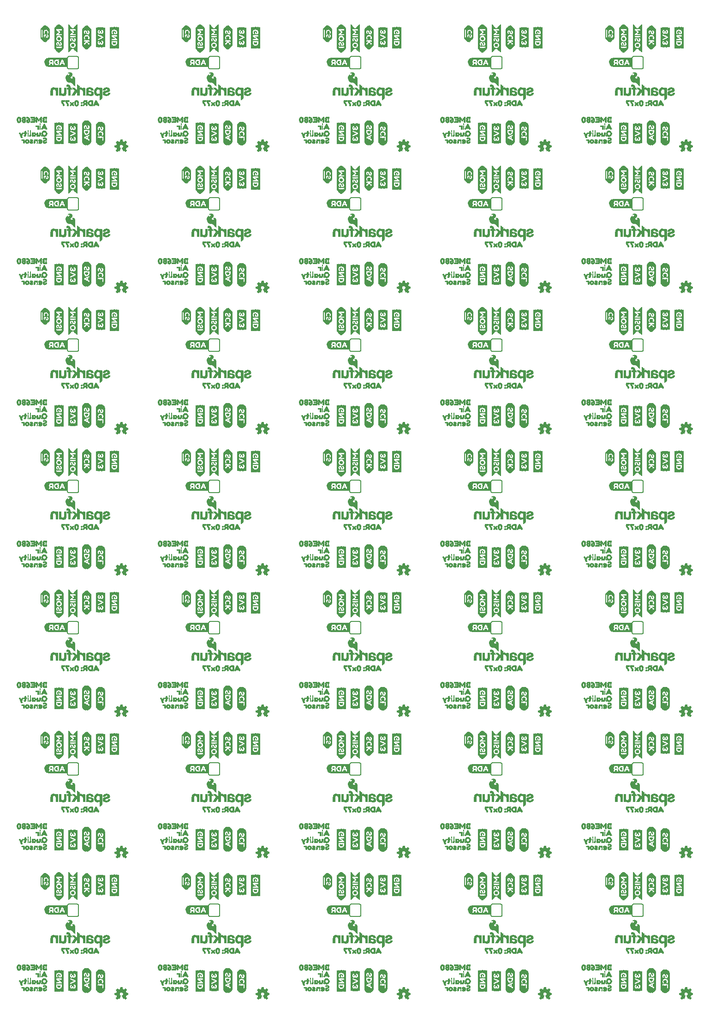
<source format=gbo>
G04 EAGLE Gerber RS-274X export*
G75*
%MOMM*%
%FSLAX34Y34*%
%LPD*%
%INSilkscreen Bottom*%
%IPPOS*%
%AMOC8*
5,1,8,0,0,1.08239X$1,22.5*%
G01*
%ADD10C,0.152400*%
%ADD11R,0.040000X1.720000*%
%ADD12R,0.040000X1.800000*%
%ADD13R,0.040000X1.960000*%
%ADD14R,0.040000X2.040000*%
%ADD15R,0.040000X0.320000*%
%ADD16R,0.040000X0.360000*%
%ADD17R,0.040000X0.400000*%
%ADD18R,0.040000X0.440000*%
%ADD19R,0.040000X0.480000*%
%ADD20R,0.040000X0.520000*%
%ADD21R,0.040000X0.560000*%
%ADD22R,0.040000X2.600000*%
%ADD23R,0.040000X2.680000*%
%ADD24R,0.040000X2.760000*%
%ADD25R,0.040000X2.840000*%
%ADD26R,0.040000X1.040000*%
%ADD27R,0.040000X0.880000*%
%ADD28R,0.040000X0.960000*%
%ADD29R,0.040000X0.240000*%
%ADD30R,0.040000X0.840000*%
%ADD31R,0.040000X0.920000*%
%ADD32R,0.040000X0.120000*%
%ADD33R,0.040000X0.080000*%
%ADD34R,0.040000X0.200000*%
%ADD35R,0.040000X0.160000*%
%ADD36R,0.040000X1.240000*%
%ADD37R,0.040000X1.200000*%
%ADD38R,0.040000X0.640000*%
%ADD39R,0.040000X1.080000*%
%ADD40R,0.040000X0.800000*%
%ADD41R,0.040000X0.760000*%
%ADD42R,0.040000X0.720000*%
%ADD43R,0.040000X0.680000*%
%ADD44R,0.040000X0.600000*%
%ADD45R,0.040000X2.120000*%
%ADD46R,0.040000X3.800000*%
%ADD47R,0.040000X3.880000*%
%ADD48R,0.040000X4.040000*%
%ADD49R,0.040000X4.120000*%
%ADD50R,0.040000X4.200000*%
%ADD51R,0.040000X4.280000*%
%ADD52R,0.040000X4.360000*%
%ADD53R,0.040000X2.160000*%
%ADD54R,0.040000X1.120000*%
%ADD55R,0.040000X0.280000*%
%ADD56R,0.040000X0.040000*%
%ADD57R,0.040000X5.160000*%
%ADD58R,0.040000X5.080000*%
%ADD59R,0.040000X5.000000*%
%ADD60R,0.040000X4.920000*%
%ADD61R,0.040000X4.840000*%
%ADD62R,0.040000X4.760000*%
%ADD63R,0.040000X4.680000*%
%ADD64R,0.040000X2.440000*%
%ADD65R,0.040000X1.000000*%
%ADD66R,0.040000X3.000000*%
%ADD67R,0.040000X3.080000*%
%ADD68R,0.040000X3.240000*%
%ADD69R,0.040000X3.320000*%
%ADD70R,0.040000X3.400000*%
%ADD71R,0.040000X3.480000*%
%ADD72R,0.040000X3.560000*%
%ADD73R,0.040000X1.160000*%
%ADD74R,0.040000X1.280000*%
%ADD75R,0.040000X3.640000*%
%ADD76R,0.040000X2.800000*%
%ADD77R,0.040000X3.720000*%
%ADD78R,0.040000X3.960000*%
%ADD79R,0.040000X3.040000*%
%ADD80R,0.040000X1.360000*%
%ADD81R,0.040000X1.320000*%
%ADD82R,0.440000X0.040000*%
%ADD83R,0.640000X0.040000*%
%ADD84R,0.080000X0.040000*%
%ADD85R,0.280000X0.040000*%
%ADD86R,0.240000X0.040000*%
%ADD87R,0.800000X0.040000*%
%ADD88R,0.320000X0.040000*%
%ADD89R,0.400000X0.040000*%
%ADD90R,0.680000X0.040000*%
%ADD91R,0.840000X0.040000*%
%ADD92R,0.520000X0.040000*%
%ADD93R,0.720000X0.040000*%
%ADD94R,0.600000X0.040000*%
%ADD95R,0.560000X0.040000*%
%ADD96R,0.760000X0.040000*%
%ADD97R,0.360000X0.040000*%
%ADD98R,0.480000X0.040000*%
%ADD99R,1.160000X0.040000*%
%ADD100R,0.160000X0.040000*%
%ADD101R,0.200000X0.040000*%
%ADD102R,0.120000X0.040000*%
%ADD103R,0.880000X0.040000*%
%ADD104R,0.920000X0.040000*%
%ADD105R,0.960000X0.040000*%
%ADD106R,1.000000X0.040000*%
%ADD107R,1.040000X0.040000*%
%ADD108R,3.600000X0.040000*%
%ADD109R,3.720000X0.040000*%
%ADD110R,3.800000X0.040000*%
%ADD111R,3.880000X0.040000*%
%ADD112R,3.920000X0.040000*%
%ADD113R,3.960000X0.040000*%
%ADD114R,4.000000X0.040000*%
%ADD115R,4.040000X0.040000*%

G36*
X469966Y4948D02*
X469966Y4948D01*
X470032Y4953D01*
X470050Y4964D01*
X470071Y4969D01*
X470156Y5029D01*
X470180Y5043D01*
X470183Y5048D01*
X470188Y5052D01*
X472388Y7352D01*
X472396Y7365D01*
X472409Y7375D01*
X472440Y7439D01*
X472476Y7501D01*
X472477Y7517D01*
X472484Y7531D01*
X472483Y7602D01*
X472489Y7673D01*
X472483Y7688D01*
X472482Y7704D01*
X472425Y7829D01*
X472423Y7833D01*
X472423Y7834D01*
X470555Y10449D01*
X470557Y10460D01*
X470566Y10473D01*
X470577Y10531D01*
X470586Y10552D01*
X470586Y10574D01*
X470592Y10607D01*
X470593Y10612D01*
X470593Y10613D01*
X470593Y10614D01*
X470593Y10624D01*
X470626Y10689D01*
X470682Y10746D01*
X470693Y10764D01*
X470705Y10773D01*
X470713Y10792D01*
X470753Y10844D01*
X470826Y10989D01*
X470882Y11046D01*
X470922Y11110D01*
X470966Y11173D01*
X470968Y11185D01*
X470973Y11193D01*
X470977Y11228D01*
X470993Y11314D01*
X470993Y11363D01*
X471022Y11410D01*
X471066Y11473D01*
X471068Y11485D01*
X471073Y11493D01*
X471077Y11528D01*
X471093Y11614D01*
X471093Y11724D01*
X471126Y11789D01*
X471182Y11846D01*
X471222Y11910D01*
X471266Y11973D01*
X471268Y11985D01*
X471273Y11993D01*
X471277Y12028D01*
X471283Y12061D01*
X471286Y12069D01*
X471286Y12077D01*
X471293Y12114D01*
X471293Y12163D01*
X471322Y12210D01*
X471366Y12273D01*
X471368Y12285D01*
X471373Y12293D01*
X471377Y12328D01*
X471393Y12414D01*
X471393Y12524D01*
X471422Y12582D01*
X474678Y13140D01*
X474696Y13147D01*
X474715Y13148D01*
X474775Y13181D01*
X474837Y13207D01*
X474850Y13222D01*
X474867Y13231D01*
X474906Y13287D01*
X474950Y13338D01*
X474955Y13357D01*
X474966Y13373D01*
X474988Y13484D01*
X474993Y13506D01*
X474992Y13510D01*
X474993Y13514D01*
X474993Y16714D01*
X474989Y16733D01*
X474991Y16752D01*
X474980Y16786D01*
X474979Y16793D01*
X474974Y16803D01*
X474969Y16816D01*
X474954Y16882D01*
X474941Y16897D01*
X474935Y16915D01*
X474887Y16963D01*
X474844Y17016D01*
X474826Y17023D01*
X474812Y17037D01*
X474706Y17077D01*
X474686Y17086D01*
X474682Y17086D01*
X474678Y17088D01*
X471466Y17638D01*
X471455Y17677D01*
X471454Y17682D01*
X471453Y17683D01*
X471393Y17803D01*
X471393Y17814D01*
X471390Y17829D01*
X471392Y17845D01*
X471372Y17915D01*
X471372Y17930D01*
X471364Y17944D01*
X471355Y17977D01*
X471354Y17982D01*
X471353Y17983D01*
X471293Y18103D01*
X471293Y18114D01*
X471290Y18129D01*
X471292Y18145D01*
X471255Y18277D01*
X471254Y18282D01*
X471253Y18283D01*
X471093Y18603D01*
X471093Y18614D01*
X471090Y18629D01*
X471092Y18645D01*
X471055Y18777D01*
X471054Y18782D01*
X471053Y18783D01*
X470953Y18983D01*
X470930Y19011D01*
X470893Y19065D01*
X470893Y19114D01*
X470876Y19188D01*
X470862Y19263D01*
X470856Y19273D01*
X470854Y19282D01*
X470831Y19310D01*
X470782Y19382D01*
X470726Y19438D01*
X470653Y19583D01*
X470630Y19611D01*
X470593Y19665D01*
X470593Y19714D01*
X470576Y19788D01*
X470572Y19810D01*
X472426Y22498D01*
X472432Y22514D01*
X472444Y22527D01*
X472464Y22594D01*
X472489Y22659D01*
X472488Y22677D01*
X472493Y22693D01*
X472480Y22762D01*
X472474Y22832D01*
X472465Y22846D01*
X472462Y22863D01*
X472391Y22969D01*
X472384Y22980D01*
X472383Y22980D01*
X472382Y22982D01*
X470182Y25182D01*
X470168Y25191D01*
X470157Y25205D01*
X470095Y25236D01*
X470035Y25273D01*
X470018Y25275D01*
X470003Y25282D01*
X469933Y25283D01*
X469863Y25289D01*
X469847Y25283D01*
X469830Y25283D01*
X469712Y25232D01*
X469701Y25228D01*
X469700Y25227D01*
X469699Y25226D01*
X467000Y23364D01*
X466982Y23382D01*
X466917Y23422D01*
X466855Y23466D01*
X466843Y23468D01*
X466835Y23473D01*
X466800Y23476D01*
X466714Y23493D01*
X466664Y23493D01*
X466652Y23501D01*
X466584Y23553D01*
X466439Y23625D01*
X466382Y23682D01*
X466317Y23722D01*
X466255Y23766D01*
X466243Y23768D01*
X466235Y23773D01*
X466200Y23776D01*
X466114Y23793D01*
X466064Y23793D01*
X466052Y23801D01*
X465984Y23853D01*
X465784Y23953D01*
X465768Y23957D01*
X465755Y23966D01*
X465621Y23992D01*
X465615Y23993D01*
X465614Y23993D01*
X465604Y23993D01*
X465484Y24053D01*
X465468Y24057D01*
X465455Y24066D01*
X465321Y24092D01*
X465315Y24093D01*
X465314Y24093D01*
X465264Y24093D01*
X465217Y24122D01*
X465155Y24166D01*
X465143Y24168D01*
X465135Y24173D01*
X465100Y24176D01*
X465014Y24193D01*
X464904Y24193D01*
X464846Y24222D01*
X464288Y27478D01*
X464280Y27496D01*
X464279Y27515D01*
X464247Y27574D01*
X464220Y27637D01*
X464206Y27650D01*
X464196Y27667D01*
X464141Y27706D01*
X464089Y27750D01*
X464070Y27755D01*
X464055Y27766D01*
X463944Y27787D01*
X463922Y27793D01*
X463918Y27792D01*
X463914Y27793D01*
X460714Y27793D01*
X460695Y27789D01*
X460676Y27791D01*
X460612Y27769D01*
X460546Y27753D01*
X460531Y27741D01*
X460512Y27735D01*
X460465Y27687D01*
X460412Y27643D01*
X460404Y27626D01*
X460391Y27612D01*
X460351Y27506D01*
X460342Y27485D01*
X460342Y27482D01*
X460340Y27478D01*
X459790Y24266D01*
X459751Y24255D01*
X459746Y24253D01*
X459745Y24253D01*
X459744Y24253D01*
X459624Y24193D01*
X459614Y24193D01*
X459598Y24189D01*
X459582Y24192D01*
X459451Y24155D01*
X459446Y24153D01*
X459445Y24153D01*
X459444Y24153D01*
X459324Y24093D01*
X459314Y24093D01*
X459298Y24089D01*
X459282Y24092D01*
X459151Y24055D01*
X459146Y24053D01*
X459145Y24053D01*
X459144Y24053D01*
X459024Y23993D01*
X458914Y23993D01*
X458840Y23976D01*
X458764Y23962D01*
X458755Y23956D01*
X458746Y23953D01*
X458718Y23931D01*
X458646Y23882D01*
X458589Y23825D01*
X458524Y23793D01*
X458514Y23793D01*
X458498Y23789D01*
X458482Y23792D01*
X458351Y23755D01*
X458346Y23753D01*
X458345Y23753D01*
X458344Y23753D01*
X458144Y23653D01*
X458117Y23630D01*
X458046Y23582D01*
X457989Y23525D01*
X457924Y23493D01*
X457914Y23493D01*
X457898Y23489D01*
X457882Y23492D01*
X457751Y23455D01*
X457746Y23453D01*
X457745Y23453D01*
X457744Y23453D01*
X457603Y23382D01*
X454929Y25226D01*
X454917Y25231D01*
X454908Y25240D01*
X454837Y25262D01*
X454768Y25289D01*
X454755Y25288D01*
X454743Y25292D01*
X454670Y25280D01*
X454596Y25274D01*
X454585Y25267D01*
X454572Y25265D01*
X454452Y25188D01*
X452152Y22988D01*
X452138Y22966D01*
X452118Y22950D01*
X452091Y22894D01*
X452057Y22843D01*
X452054Y22817D01*
X452043Y22794D01*
X452044Y22732D01*
X452037Y22671D01*
X452046Y22647D01*
X452046Y22621D01*
X452084Y22541D01*
X452095Y22508D01*
X452102Y22502D01*
X452107Y22491D01*
X454042Y19818D01*
X454002Y19738D01*
X453946Y19682D01*
X453906Y19617D01*
X453862Y19554D01*
X453860Y19543D01*
X453855Y19535D01*
X453851Y19500D01*
X453835Y19414D01*
X453835Y19364D01*
X453827Y19351D01*
X453775Y19283D01*
X453702Y19138D01*
X453646Y19082D01*
X453606Y19017D01*
X453562Y18954D01*
X453560Y18943D01*
X453555Y18935D01*
X453551Y18900D01*
X453535Y18814D01*
X453535Y18764D01*
X453506Y18717D01*
X453462Y18654D01*
X453460Y18643D01*
X453455Y18635D01*
X453451Y18600D01*
X453435Y18514D01*
X453435Y18403D01*
X453402Y18338D01*
X453346Y18282D01*
X453306Y18217D01*
X453262Y18154D01*
X453260Y18143D01*
X453255Y18135D01*
X453251Y18100D01*
X453235Y18014D01*
X453235Y17964D01*
X453206Y17917D01*
X453162Y17854D01*
X453160Y17843D01*
X453155Y17835D01*
X453151Y17800D01*
X453135Y17714D01*
X453135Y17635D01*
X449852Y17088D01*
X449833Y17080D01*
X449813Y17079D01*
X449754Y17047D01*
X449692Y17021D01*
X449679Y17006D01*
X449661Y16996D01*
X449623Y16941D01*
X449579Y16891D01*
X449573Y16871D01*
X449562Y16854D01*
X449546Y16773D01*
X449542Y16763D01*
X449542Y16752D01*
X449541Y16748D01*
X449535Y16723D01*
X449536Y16719D01*
X449535Y16714D01*
X449535Y13514D01*
X449539Y13495D01*
X449537Y13476D01*
X449559Y13411D01*
X449574Y13345D01*
X449587Y13330D01*
X449593Y13312D01*
X449641Y13264D01*
X449684Y13212D01*
X449702Y13204D01*
X449716Y13190D01*
X449822Y13150D01*
X449842Y13141D01*
X449846Y13141D01*
X449850Y13140D01*
X453138Y12576D01*
X453173Y12451D01*
X453174Y12445D01*
X453175Y12445D01*
X453175Y12444D01*
X453235Y12324D01*
X453235Y12314D01*
X453238Y12298D01*
X453236Y12282D01*
X453273Y12151D01*
X453274Y12145D01*
X453275Y12145D01*
X453275Y12144D01*
X453335Y12024D01*
X453335Y12014D01*
X453338Y11998D01*
X453336Y11982D01*
X453373Y11851D01*
X453374Y11845D01*
X453375Y11845D01*
X453375Y11844D01*
X453535Y11524D01*
X453535Y11514D01*
X453538Y11498D01*
X453536Y11482D01*
X453573Y11351D01*
X453574Y11345D01*
X453575Y11345D01*
X453575Y11344D01*
X453675Y11144D01*
X453698Y11116D01*
X453746Y11046D01*
X453802Y10989D01*
X453835Y10924D01*
X453835Y10914D01*
X453838Y10898D01*
X453836Y10882D01*
X453873Y10751D01*
X453874Y10745D01*
X453875Y10745D01*
X453875Y10744D01*
X453975Y10544D01*
X453998Y10516D01*
X454046Y10446D01*
X454056Y10435D01*
X452111Y7841D01*
X452101Y7819D01*
X452084Y7800D01*
X452066Y7740D01*
X452041Y7683D01*
X452042Y7658D01*
X452035Y7634D01*
X452046Y7573D01*
X452049Y7510D01*
X452061Y7488D01*
X452066Y7464D01*
X452117Y7389D01*
X452133Y7359D01*
X452140Y7354D01*
X452146Y7346D01*
X454446Y5046D01*
X454460Y5037D01*
X454471Y5023D01*
X454533Y4991D01*
X454593Y4954D01*
X454610Y4953D01*
X454625Y4945D01*
X454696Y4945D01*
X454765Y4938D01*
X454781Y4944D01*
X454798Y4944D01*
X454916Y4996D01*
X454927Y5000D01*
X454928Y5001D01*
X454929Y5001D01*
X457628Y6863D01*
X457646Y6846D01*
X457711Y6805D01*
X457773Y6761D01*
X457785Y6759D01*
X457793Y6754D01*
X457828Y6751D01*
X457843Y6748D01*
X457846Y6746D01*
X457911Y6705D01*
X457973Y6661D01*
X457985Y6659D01*
X457993Y6654D01*
X458028Y6651D01*
X458114Y6634D01*
X458164Y6634D01*
X458211Y6605D01*
X458273Y6561D01*
X458285Y6559D01*
X458293Y6554D01*
X458328Y6551D01*
X458343Y6548D01*
X458346Y6546D01*
X458411Y6505D01*
X458473Y6461D01*
X458485Y6459D01*
X458493Y6454D01*
X458528Y6451D01*
X458543Y6448D01*
X458546Y6446D01*
X458611Y6405D01*
X458673Y6361D01*
X458685Y6359D01*
X458693Y6354D01*
X458728Y6351D01*
X458757Y6345D01*
X458784Y6312D01*
X458803Y6304D01*
X458818Y6289D01*
X458881Y6269D01*
X458942Y6241D01*
X458963Y6242D01*
X458982Y6236D01*
X459048Y6246D01*
X459115Y6248D01*
X459133Y6258D01*
X459153Y6261D01*
X459208Y6299D01*
X459267Y6331D01*
X459279Y6348D01*
X459295Y6360D01*
X459352Y6452D01*
X459366Y6473D01*
X459367Y6478D01*
X459370Y6482D01*
X461370Y11882D01*
X461374Y11913D01*
X461386Y11941D01*
X461384Y11997D01*
X461391Y12054D01*
X461381Y12083D01*
X461380Y12114D01*
X461353Y12164D01*
X461334Y12217D01*
X461312Y12239D01*
X461297Y12266D01*
X461237Y12312D01*
X461210Y12338D01*
X461197Y12342D01*
X461184Y12353D01*
X460639Y12625D01*
X460482Y12782D01*
X460452Y12801D01*
X460384Y12853D01*
X460239Y12925D01*
X459926Y13238D01*
X459853Y13383D01*
X459830Y13411D01*
X459782Y13482D01*
X459626Y13638D01*
X459565Y13759D01*
X459474Y14034D01*
X459462Y14053D01*
X459453Y14083D01*
X459393Y14203D01*
X459393Y14314D01*
X459385Y14349D01*
X459374Y14434D01*
X459293Y14675D01*
X459293Y15452D01*
X459374Y15694D01*
X459377Y15730D01*
X459393Y15814D01*
X459393Y15999D01*
X459530Y16203D01*
X459543Y16238D01*
X459574Y16294D01*
X459658Y16546D01*
X460009Y17072D01*
X460356Y17419D01*
X460882Y17770D01*
X461134Y17854D01*
X461152Y17865D01*
X461166Y17868D01*
X461179Y17879D01*
X461224Y17898D01*
X461429Y18034D01*
X461614Y18034D01*
X461649Y18043D01*
X461734Y18054D01*
X461976Y18134D01*
X462567Y18134D01*
X462922Y18046D01*
X462958Y18045D01*
X463014Y18034D01*
X463199Y18034D01*
X463404Y17898D01*
X463439Y17885D01*
X463488Y17857D01*
X463490Y17856D01*
X463491Y17856D01*
X463494Y17854D01*
X463746Y17770D01*
X463973Y17619D01*
X464146Y17446D01*
X464172Y17429D01*
X464204Y17398D01*
X464473Y17219D01*
X464619Y17072D01*
X464970Y16546D01*
X465335Y15452D01*
X465335Y14975D01*
X465254Y14734D01*
X465251Y14698D01*
X465235Y14614D01*
X465235Y14403D01*
X465075Y14083D01*
X465069Y14061D01*
X465054Y14034D01*
X464963Y13759D01*
X464802Y13438D01*
X464646Y13282D01*
X464627Y13251D01*
X464575Y13183D01*
X464502Y13038D01*
X464389Y12925D01*
X464244Y12853D01*
X464217Y12830D01*
X464146Y12782D01*
X463989Y12625D01*
X463668Y12465D01*
X463394Y12373D01*
X463345Y12343D01*
X463292Y12321D01*
X463272Y12299D01*
X463247Y12283D01*
X463216Y12234D01*
X463179Y12191D01*
X463171Y12162D01*
X463155Y12136D01*
X463149Y12079D01*
X463135Y12023D01*
X463141Y11989D01*
X463138Y11964D01*
X463150Y11932D01*
X463158Y11882D01*
X465158Y6482D01*
X465184Y6444D01*
X465200Y6401D01*
X465231Y6373D01*
X465254Y6338D01*
X465294Y6315D01*
X465327Y6284D01*
X465367Y6272D01*
X465404Y6251D01*
X465449Y6248D01*
X465493Y6235D01*
X465534Y6242D01*
X465576Y6240D01*
X465619Y6257D01*
X465664Y6265D01*
X465705Y6293D01*
X465736Y6306D01*
X465753Y6326D01*
X465766Y6334D01*
X465814Y6334D01*
X465888Y6352D01*
X465964Y6365D01*
X465973Y6372D01*
X465982Y6374D01*
X466010Y6397D01*
X466082Y6446D01*
X466089Y6452D01*
X466164Y6465D01*
X466173Y6472D01*
X466182Y6474D01*
X466210Y6497D01*
X466282Y6546D01*
X466289Y6552D01*
X466364Y6565D01*
X466373Y6572D01*
X466382Y6574D01*
X466410Y6597D01*
X466482Y6646D01*
X466489Y6652D01*
X466564Y6665D01*
X466573Y6672D01*
X466582Y6674D01*
X466610Y6697D01*
X466682Y6746D01*
X466689Y6752D01*
X466764Y6765D01*
X466773Y6772D01*
X466782Y6774D01*
X466810Y6797D01*
X466882Y6846D01*
X466889Y6852D01*
X466964Y6865D01*
X466973Y6872D01*
X466982Y6874D01*
X466983Y6874D01*
X469699Y5001D01*
X469719Y4994D01*
X469735Y4980D01*
X469798Y4962D01*
X469860Y4938D01*
X469881Y4940D01*
X469902Y4935D01*
X469966Y4948D01*
G37*
G36*
X988126Y1559428D02*
X988126Y1559428D01*
X988192Y1559433D01*
X988210Y1559444D01*
X988231Y1559449D01*
X988316Y1559509D01*
X988340Y1559523D01*
X988343Y1559528D01*
X988348Y1559532D01*
X990548Y1561832D01*
X990556Y1561845D01*
X990569Y1561855D01*
X990600Y1561919D01*
X990636Y1561981D01*
X990637Y1561997D01*
X990644Y1562011D01*
X990643Y1562082D01*
X990649Y1562153D01*
X990643Y1562168D01*
X990642Y1562184D01*
X990585Y1562309D01*
X990583Y1562313D01*
X990583Y1562314D01*
X988715Y1564929D01*
X988717Y1564940D01*
X988726Y1564953D01*
X988737Y1565011D01*
X988746Y1565032D01*
X988746Y1565054D01*
X988752Y1565087D01*
X988753Y1565092D01*
X988753Y1565093D01*
X988753Y1565094D01*
X988753Y1565104D01*
X988786Y1565169D01*
X988842Y1565226D01*
X988853Y1565244D01*
X988865Y1565253D01*
X988873Y1565272D01*
X988913Y1565324D01*
X988986Y1565469D01*
X989042Y1565526D01*
X989082Y1565590D01*
X989126Y1565653D01*
X989128Y1565665D01*
X989133Y1565673D01*
X989137Y1565708D01*
X989153Y1565794D01*
X989153Y1565843D01*
X989182Y1565890D01*
X989226Y1565953D01*
X989228Y1565965D01*
X989233Y1565973D01*
X989237Y1566008D01*
X989253Y1566094D01*
X989253Y1566204D01*
X989286Y1566269D01*
X989342Y1566326D01*
X989382Y1566390D01*
X989426Y1566453D01*
X989428Y1566465D01*
X989433Y1566473D01*
X989437Y1566508D01*
X989443Y1566541D01*
X989446Y1566549D01*
X989446Y1566557D01*
X989453Y1566594D01*
X989453Y1566643D01*
X989482Y1566690D01*
X989526Y1566753D01*
X989528Y1566765D01*
X989533Y1566773D01*
X989537Y1566808D01*
X989553Y1566894D01*
X989553Y1567004D01*
X989582Y1567062D01*
X992838Y1567620D01*
X992856Y1567627D01*
X992875Y1567628D01*
X992935Y1567661D01*
X992997Y1567687D01*
X993010Y1567702D01*
X993027Y1567711D01*
X993066Y1567767D01*
X993110Y1567818D01*
X993115Y1567837D01*
X993126Y1567853D01*
X993148Y1567964D01*
X993153Y1567986D01*
X993152Y1567990D01*
X993153Y1567994D01*
X993153Y1571194D01*
X993149Y1571213D01*
X993151Y1571232D01*
X993140Y1571266D01*
X993139Y1571273D01*
X993134Y1571283D01*
X993129Y1571296D01*
X993114Y1571362D01*
X993101Y1571377D01*
X993095Y1571395D01*
X993047Y1571443D01*
X993004Y1571496D01*
X992986Y1571503D01*
X992972Y1571517D01*
X992866Y1571557D01*
X992846Y1571566D01*
X992842Y1571566D01*
X992838Y1571568D01*
X989626Y1572118D01*
X989615Y1572157D01*
X989614Y1572162D01*
X989613Y1572163D01*
X989553Y1572283D01*
X989553Y1572294D01*
X989550Y1572309D01*
X989552Y1572325D01*
X989532Y1572395D01*
X989532Y1572410D01*
X989524Y1572424D01*
X989515Y1572457D01*
X989514Y1572462D01*
X989513Y1572463D01*
X989453Y1572583D01*
X989453Y1572594D01*
X989450Y1572609D01*
X989452Y1572625D01*
X989415Y1572757D01*
X989414Y1572762D01*
X989413Y1572763D01*
X989253Y1573083D01*
X989253Y1573094D01*
X989250Y1573109D01*
X989252Y1573125D01*
X989215Y1573257D01*
X989214Y1573262D01*
X989213Y1573263D01*
X989113Y1573463D01*
X989090Y1573491D01*
X989053Y1573545D01*
X989053Y1573594D01*
X989036Y1573668D01*
X989022Y1573743D01*
X989016Y1573753D01*
X989014Y1573762D01*
X988991Y1573790D01*
X988942Y1573862D01*
X988886Y1573918D01*
X988813Y1574063D01*
X988790Y1574091D01*
X988753Y1574145D01*
X988753Y1574194D01*
X988736Y1574268D01*
X988732Y1574290D01*
X990586Y1576978D01*
X990592Y1576994D01*
X990604Y1577007D01*
X990624Y1577074D01*
X990649Y1577139D01*
X990648Y1577157D01*
X990653Y1577173D01*
X990640Y1577242D01*
X990634Y1577312D01*
X990625Y1577326D01*
X990622Y1577343D01*
X990551Y1577449D01*
X990544Y1577460D01*
X990543Y1577460D01*
X990542Y1577462D01*
X988342Y1579662D01*
X988328Y1579671D01*
X988317Y1579685D01*
X988255Y1579716D01*
X988195Y1579753D01*
X988178Y1579755D01*
X988163Y1579762D01*
X988093Y1579763D01*
X988023Y1579769D01*
X988007Y1579763D01*
X987990Y1579763D01*
X987872Y1579712D01*
X987861Y1579708D01*
X987860Y1579707D01*
X987859Y1579706D01*
X985160Y1577844D01*
X985142Y1577862D01*
X985077Y1577902D01*
X985015Y1577946D01*
X985003Y1577948D01*
X984995Y1577953D01*
X984960Y1577956D01*
X984874Y1577973D01*
X984824Y1577973D01*
X984812Y1577981D01*
X984744Y1578033D01*
X984599Y1578105D01*
X984542Y1578162D01*
X984477Y1578202D01*
X984415Y1578246D01*
X984403Y1578248D01*
X984395Y1578253D01*
X984360Y1578256D01*
X984274Y1578273D01*
X984224Y1578273D01*
X984212Y1578281D01*
X984144Y1578333D01*
X983944Y1578433D01*
X983928Y1578437D01*
X983915Y1578446D01*
X983781Y1578472D01*
X983775Y1578473D01*
X983774Y1578473D01*
X983764Y1578473D01*
X983644Y1578533D01*
X983628Y1578537D01*
X983615Y1578546D01*
X983481Y1578572D01*
X983475Y1578573D01*
X983474Y1578573D01*
X983424Y1578573D01*
X983377Y1578602D01*
X983315Y1578646D01*
X983303Y1578648D01*
X983295Y1578653D01*
X983260Y1578656D01*
X983174Y1578673D01*
X983064Y1578673D01*
X983006Y1578702D01*
X982448Y1581958D01*
X982440Y1581976D01*
X982439Y1581995D01*
X982407Y1582054D01*
X982380Y1582117D01*
X982366Y1582130D01*
X982356Y1582147D01*
X982301Y1582186D01*
X982249Y1582230D01*
X982230Y1582235D01*
X982215Y1582246D01*
X982104Y1582267D01*
X982082Y1582273D01*
X982078Y1582272D01*
X982074Y1582273D01*
X978874Y1582273D01*
X978855Y1582269D01*
X978836Y1582271D01*
X978772Y1582249D01*
X978706Y1582233D01*
X978691Y1582221D01*
X978672Y1582215D01*
X978625Y1582167D01*
X978572Y1582123D01*
X978564Y1582106D01*
X978551Y1582092D01*
X978511Y1581986D01*
X978502Y1581965D01*
X978502Y1581962D01*
X978500Y1581958D01*
X977950Y1578746D01*
X977911Y1578735D01*
X977906Y1578733D01*
X977905Y1578733D01*
X977904Y1578733D01*
X977784Y1578673D01*
X977774Y1578673D01*
X977758Y1578669D01*
X977742Y1578672D01*
X977611Y1578635D01*
X977606Y1578633D01*
X977605Y1578633D01*
X977604Y1578633D01*
X977484Y1578573D01*
X977474Y1578573D01*
X977458Y1578569D01*
X977442Y1578572D01*
X977311Y1578535D01*
X977306Y1578533D01*
X977305Y1578533D01*
X977304Y1578533D01*
X977184Y1578473D01*
X977074Y1578473D01*
X977000Y1578456D01*
X976924Y1578442D01*
X976915Y1578436D01*
X976906Y1578433D01*
X976878Y1578411D01*
X976806Y1578362D01*
X976749Y1578305D01*
X976684Y1578273D01*
X976674Y1578273D01*
X976658Y1578269D01*
X976642Y1578272D01*
X976511Y1578235D01*
X976506Y1578233D01*
X976505Y1578233D01*
X976504Y1578233D01*
X976304Y1578133D01*
X976277Y1578110D01*
X976206Y1578062D01*
X976149Y1578005D01*
X976084Y1577973D01*
X976074Y1577973D01*
X976058Y1577969D01*
X976042Y1577972D01*
X975911Y1577935D01*
X975906Y1577933D01*
X975905Y1577933D01*
X975904Y1577933D01*
X975763Y1577862D01*
X973089Y1579706D01*
X973077Y1579711D01*
X973068Y1579720D01*
X972997Y1579742D01*
X972928Y1579769D01*
X972915Y1579768D01*
X972903Y1579772D01*
X972830Y1579760D01*
X972756Y1579754D01*
X972745Y1579747D01*
X972732Y1579745D01*
X972612Y1579668D01*
X970312Y1577468D01*
X970298Y1577446D01*
X970278Y1577430D01*
X970251Y1577374D01*
X970217Y1577323D01*
X970214Y1577297D01*
X970203Y1577274D01*
X970204Y1577212D01*
X970197Y1577151D01*
X970206Y1577127D01*
X970206Y1577101D01*
X970244Y1577021D01*
X970255Y1576988D01*
X970262Y1576982D01*
X970267Y1576971D01*
X972202Y1574298D01*
X972162Y1574218D01*
X972106Y1574162D01*
X972066Y1574097D01*
X972022Y1574034D01*
X972020Y1574023D01*
X972015Y1574015D01*
X972011Y1573980D01*
X971995Y1573894D01*
X971995Y1573844D01*
X971987Y1573831D01*
X971935Y1573763D01*
X971862Y1573618D01*
X971806Y1573562D01*
X971766Y1573497D01*
X971722Y1573434D01*
X971720Y1573423D01*
X971715Y1573415D01*
X971711Y1573380D01*
X971695Y1573294D01*
X971695Y1573244D01*
X971666Y1573197D01*
X971622Y1573134D01*
X971620Y1573123D01*
X971615Y1573115D01*
X971611Y1573080D01*
X971595Y1572994D01*
X971595Y1572883D01*
X971562Y1572818D01*
X971506Y1572762D01*
X971466Y1572697D01*
X971422Y1572634D01*
X971420Y1572623D01*
X971415Y1572615D01*
X971411Y1572580D01*
X971395Y1572494D01*
X971395Y1572444D01*
X971366Y1572397D01*
X971322Y1572334D01*
X971320Y1572323D01*
X971315Y1572315D01*
X971311Y1572280D01*
X971295Y1572194D01*
X971295Y1572115D01*
X968012Y1571568D01*
X967993Y1571560D01*
X967973Y1571559D01*
X967914Y1571527D01*
X967852Y1571501D01*
X967839Y1571486D01*
X967821Y1571476D01*
X967783Y1571421D01*
X967739Y1571371D01*
X967733Y1571351D01*
X967722Y1571334D01*
X967706Y1571253D01*
X967702Y1571243D01*
X967702Y1571232D01*
X967701Y1571228D01*
X967695Y1571203D01*
X967696Y1571199D01*
X967695Y1571194D01*
X967695Y1567994D01*
X967699Y1567975D01*
X967697Y1567956D01*
X967719Y1567891D01*
X967734Y1567825D01*
X967747Y1567810D01*
X967753Y1567792D01*
X967801Y1567744D01*
X967844Y1567692D01*
X967862Y1567684D01*
X967876Y1567670D01*
X967982Y1567630D01*
X968002Y1567621D01*
X968006Y1567621D01*
X968010Y1567620D01*
X971298Y1567056D01*
X971333Y1566931D01*
X971334Y1566925D01*
X971335Y1566925D01*
X971335Y1566924D01*
X971395Y1566804D01*
X971395Y1566794D01*
X971398Y1566778D01*
X971396Y1566762D01*
X971433Y1566631D01*
X971434Y1566625D01*
X971435Y1566625D01*
X971435Y1566624D01*
X971495Y1566504D01*
X971495Y1566494D01*
X971498Y1566478D01*
X971496Y1566462D01*
X971533Y1566331D01*
X971534Y1566325D01*
X971535Y1566325D01*
X971535Y1566324D01*
X971695Y1566004D01*
X971695Y1565994D01*
X971698Y1565978D01*
X971696Y1565962D01*
X971733Y1565831D01*
X971734Y1565825D01*
X971735Y1565825D01*
X971735Y1565824D01*
X971835Y1565624D01*
X971858Y1565596D01*
X971906Y1565526D01*
X971962Y1565469D01*
X971995Y1565404D01*
X971995Y1565394D01*
X971998Y1565378D01*
X971996Y1565362D01*
X972033Y1565231D01*
X972034Y1565225D01*
X972035Y1565225D01*
X972035Y1565224D01*
X972135Y1565024D01*
X972158Y1564996D01*
X972206Y1564926D01*
X972216Y1564915D01*
X970271Y1562321D01*
X970261Y1562299D01*
X970244Y1562280D01*
X970226Y1562220D01*
X970201Y1562163D01*
X970202Y1562138D01*
X970195Y1562114D01*
X970206Y1562053D01*
X970209Y1561990D01*
X970221Y1561968D01*
X970226Y1561944D01*
X970277Y1561869D01*
X970293Y1561839D01*
X970300Y1561834D01*
X970306Y1561826D01*
X972606Y1559526D01*
X972620Y1559517D01*
X972631Y1559503D01*
X972693Y1559471D01*
X972753Y1559434D01*
X972770Y1559433D01*
X972785Y1559425D01*
X972856Y1559425D01*
X972925Y1559418D01*
X972941Y1559424D01*
X972958Y1559424D01*
X973076Y1559476D01*
X973087Y1559480D01*
X973088Y1559481D01*
X973089Y1559481D01*
X975788Y1561343D01*
X975806Y1561326D01*
X975871Y1561285D01*
X975933Y1561241D01*
X975945Y1561239D01*
X975953Y1561234D01*
X975988Y1561231D01*
X976003Y1561228D01*
X976006Y1561226D01*
X976071Y1561185D01*
X976133Y1561141D01*
X976145Y1561139D01*
X976153Y1561134D01*
X976188Y1561131D01*
X976274Y1561114D01*
X976324Y1561114D01*
X976371Y1561085D01*
X976433Y1561041D01*
X976445Y1561039D01*
X976453Y1561034D01*
X976488Y1561031D01*
X976503Y1561028D01*
X976506Y1561026D01*
X976571Y1560985D01*
X976633Y1560941D01*
X976645Y1560939D01*
X976653Y1560934D01*
X976688Y1560931D01*
X976703Y1560928D01*
X976706Y1560926D01*
X976771Y1560885D01*
X976833Y1560841D01*
X976845Y1560839D01*
X976853Y1560834D01*
X976888Y1560831D01*
X976917Y1560825D01*
X976944Y1560792D01*
X976963Y1560784D01*
X976978Y1560769D01*
X977041Y1560749D01*
X977102Y1560721D01*
X977123Y1560722D01*
X977142Y1560716D01*
X977208Y1560726D01*
X977275Y1560728D01*
X977293Y1560738D01*
X977313Y1560741D01*
X977368Y1560779D01*
X977427Y1560811D01*
X977439Y1560828D01*
X977455Y1560840D01*
X977512Y1560932D01*
X977526Y1560953D01*
X977527Y1560958D01*
X977530Y1560962D01*
X979530Y1566362D01*
X979534Y1566393D01*
X979546Y1566421D01*
X979544Y1566477D01*
X979551Y1566534D01*
X979541Y1566563D01*
X979540Y1566594D01*
X979513Y1566644D01*
X979494Y1566697D01*
X979472Y1566719D01*
X979457Y1566746D01*
X979397Y1566792D01*
X979370Y1566818D01*
X979357Y1566822D01*
X979344Y1566833D01*
X978799Y1567105D01*
X978642Y1567262D01*
X978612Y1567281D01*
X978544Y1567333D01*
X978399Y1567405D01*
X978086Y1567718D01*
X978013Y1567863D01*
X977990Y1567891D01*
X977942Y1567962D01*
X977786Y1568118D01*
X977725Y1568239D01*
X977634Y1568514D01*
X977622Y1568533D01*
X977613Y1568563D01*
X977553Y1568683D01*
X977553Y1568794D01*
X977545Y1568829D01*
X977534Y1568914D01*
X977453Y1569155D01*
X977453Y1569932D01*
X977534Y1570174D01*
X977537Y1570210D01*
X977553Y1570294D01*
X977553Y1570479D01*
X977690Y1570683D01*
X977703Y1570718D01*
X977734Y1570774D01*
X977818Y1571026D01*
X978169Y1571552D01*
X978516Y1571899D01*
X979042Y1572250D01*
X979294Y1572334D01*
X979312Y1572345D01*
X979326Y1572348D01*
X979339Y1572359D01*
X979384Y1572378D01*
X979589Y1572514D01*
X979774Y1572514D01*
X979809Y1572523D01*
X979894Y1572534D01*
X980136Y1572614D01*
X980727Y1572614D01*
X981082Y1572526D01*
X981118Y1572525D01*
X981174Y1572514D01*
X981359Y1572514D01*
X981564Y1572378D01*
X981599Y1572365D01*
X981648Y1572337D01*
X981650Y1572336D01*
X981651Y1572336D01*
X981654Y1572334D01*
X981906Y1572250D01*
X982133Y1572099D01*
X982306Y1571926D01*
X982332Y1571909D01*
X982364Y1571878D01*
X982633Y1571699D01*
X982779Y1571552D01*
X983130Y1571026D01*
X983495Y1569932D01*
X983495Y1569455D01*
X983414Y1569214D01*
X983411Y1569178D01*
X983395Y1569094D01*
X983395Y1568883D01*
X983235Y1568563D01*
X983229Y1568541D01*
X983214Y1568514D01*
X983123Y1568239D01*
X982962Y1567918D01*
X982806Y1567762D01*
X982787Y1567731D01*
X982735Y1567663D01*
X982662Y1567518D01*
X982549Y1567405D01*
X982404Y1567333D01*
X982377Y1567310D01*
X982306Y1567262D01*
X982149Y1567105D01*
X981828Y1566945D01*
X981554Y1566853D01*
X981505Y1566823D01*
X981452Y1566801D01*
X981432Y1566779D01*
X981407Y1566763D01*
X981376Y1566714D01*
X981339Y1566671D01*
X981331Y1566642D01*
X981315Y1566616D01*
X981309Y1566559D01*
X981295Y1566503D01*
X981301Y1566469D01*
X981298Y1566444D01*
X981310Y1566412D01*
X981318Y1566362D01*
X983318Y1560962D01*
X983344Y1560924D01*
X983360Y1560881D01*
X983391Y1560853D01*
X983414Y1560818D01*
X983454Y1560795D01*
X983487Y1560764D01*
X983527Y1560752D01*
X983564Y1560731D01*
X983609Y1560728D01*
X983653Y1560715D01*
X983694Y1560722D01*
X983736Y1560720D01*
X983779Y1560737D01*
X983824Y1560745D01*
X983865Y1560773D01*
X983896Y1560786D01*
X983913Y1560806D01*
X983926Y1560814D01*
X983974Y1560814D01*
X984048Y1560832D01*
X984124Y1560845D01*
X984133Y1560852D01*
X984142Y1560854D01*
X984170Y1560877D01*
X984242Y1560926D01*
X984249Y1560932D01*
X984324Y1560945D01*
X984333Y1560952D01*
X984342Y1560954D01*
X984370Y1560977D01*
X984442Y1561026D01*
X984449Y1561032D01*
X984524Y1561045D01*
X984533Y1561052D01*
X984542Y1561054D01*
X984570Y1561077D01*
X984642Y1561126D01*
X984649Y1561132D01*
X984724Y1561145D01*
X984733Y1561152D01*
X984742Y1561154D01*
X984770Y1561177D01*
X984842Y1561226D01*
X984849Y1561232D01*
X984924Y1561245D01*
X984933Y1561252D01*
X984942Y1561254D01*
X984970Y1561277D01*
X985042Y1561326D01*
X985049Y1561332D01*
X985124Y1561345D01*
X985133Y1561352D01*
X985142Y1561354D01*
X985143Y1561354D01*
X987859Y1559481D01*
X987879Y1559474D01*
X987895Y1559460D01*
X987958Y1559442D01*
X988020Y1559418D01*
X988041Y1559420D01*
X988062Y1559415D01*
X988126Y1559428D01*
G37*
G36*
X210886Y1559428D02*
X210886Y1559428D01*
X210952Y1559433D01*
X210970Y1559444D01*
X210991Y1559449D01*
X211076Y1559509D01*
X211100Y1559523D01*
X211103Y1559528D01*
X211108Y1559532D01*
X213308Y1561832D01*
X213316Y1561845D01*
X213329Y1561855D01*
X213360Y1561919D01*
X213396Y1561981D01*
X213397Y1561997D01*
X213404Y1562011D01*
X213403Y1562082D01*
X213409Y1562153D01*
X213403Y1562168D01*
X213402Y1562184D01*
X213345Y1562309D01*
X213343Y1562313D01*
X213343Y1562314D01*
X211475Y1564929D01*
X211477Y1564940D01*
X211486Y1564953D01*
X211497Y1565011D01*
X211506Y1565032D01*
X211506Y1565054D01*
X211512Y1565087D01*
X211513Y1565092D01*
X211513Y1565093D01*
X211513Y1565094D01*
X211513Y1565104D01*
X211546Y1565169D01*
X211602Y1565226D01*
X211613Y1565244D01*
X211625Y1565253D01*
X211633Y1565272D01*
X211673Y1565324D01*
X211746Y1565469D01*
X211802Y1565526D01*
X211842Y1565590D01*
X211886Y1565653D01*
X211888Y1565665D01*
X211893Y1565673D01*
X211897Y1565708D01*
X211913Y1565794D01*
X211913Y1565843D01*
X211942Y1565890D01*
X211986Y1565953D01*
X211988Y1565965D01*
X211993Y1565973D01*
X211997Y1566008D01*
X212013Y1566094D01*
X212013Y1566204D01*
X212046Y1566269D01*
X212102Y1566326D01*
X212142Y1566390D01*
X212186Y1566453D01*
X212188Y1566465D01*
X212193Y1566473D01*
X212197Y1566508D01*
X212203Y1566541D01*
X212206Y1566549D01*
X212206Y1566557D01*
X212213Y1566594D01*
X212213Y1566643D01*
X212242Y1566690D01*
X212286Y1566753D01*
X212288Y1566765D01*
X212293Y1566773D01*
X212297Y1566808D01*
X212313Y1566894D01*
X212313Y1567004D01*
X212342Y1567062D01*
X215598Y1567620D01*
X215616Y1567627D01*
X215635Y1567628D01*
X215695Y1567661D01*
X215757Y1567687D01*
X215770Y1567702D01*
X215787Y1567711D01*
X215826Y1567767D01*
X215870Y1567818D01*
X215875Y1567837D01*
X215886Y1567853D01*
X215908Y1567964D01*
X215913Y1567986D01*
X215912Y1567990D01*
X215913Y1567994D01*
X215913Y1571194D01*
X215909Y1571213D01*
X215911Y1571232D01*
X215900Y1571266D01*
X215899Y1571273D01*
X215894Y1571283D01*
X215889Y1571296D01*
X215874Y1571362D01*
X215861Y1571377D01*
X215855Y1571395D01*
X215807Y1571443D01*
X215764Y1571496D01*
X215746Y1571503D01*
X215732Y1571517D01*
X215626Y1571557D01*
X215606Y1571566D01*
X215602Y1571566D01*
X215598Y1571568D01*
X212386Y1572118D01*
X212375Y1572157D01*
X212374Y1572162D01*
X212373Y1572163D01*
X212313Y1572283D01*
X212313Y1572294D01*
X212310Y1572309D01*
X212312Y1572325D01*
X212292Y1572395D01*
X212292Y1572410D01*
X212284Y1572424D01*
X212275Y1572457D01*
X212274Y1572462D01*
X212273Y1572463D01*
X212213Y1572583D01*
X212213Y1572594D01*
X212210Y1572609D01*
X212212Y1572625D01*
X212175Y1572757D01*
X212174Y1572762D01*
X212173Y1572763D01*
X212013Y1573083D01*
X212013Y1573094D01*
X212010Y1573109D01*
X212012Y1573125D01*
X211975Y1573257D01*
X211974Y1573262D01*
X211973Y1573263D01*
X211873Y1573463D01*
X211850Y1573491D01*
X211813Y1573545D01*
X211813Y1573594D01*
X211796Y1573668D01*
X211782Y1573743D01*
X211776Y1573753D01*
X211774Y1573762D01*
X211751Y1573790D01*
X211702Y1573862D01*
X211646Y1573918D01*
X211573Y1574063D01*
X211550Y1574091D01*
X211513Y1574145D01*
X211513Y1574194D01*
X211496Y1574268D01*
X211492Y1574290D01*
X213346Y1576978D01*
X213352Y1576994D01*
X213364Y1577007D01*
X213384Y1577074D01*
X213409Y1577139D01*
X213408Y1577157D01*
X213413Y1577173D01*
X213400Y1577242D01*
X213394Y1577312D01*
X213385Y1577326D01*
X213382Y1577343D01*
X213311Y1577449D01*
X213304Y1577460D01*
X213303Y1577460D01*
X213302Y1577462D01*
X211102Y1579662D01*
X211088Y1579671D01*
X211077Y1579685D01*
X211015Y1579716D01*
X210955Y1579753D01*
X210938Y1579755D01*
X210923Y1579762D01*
X210853Y1579763D01*
X210783Y1579769D01*
X210767Y1579763D01*
X210750Y1579763D01*
X210632Y1579712D01*
X210621Y1579708D01*
X210620Y1579707D01*
X210619Y1579706D01*
X207920Y1577844D01*
X207902Y1577862D01*
X207837Y1577902D01*
X207775Y1577946D01*
X207763Y1577948D01*
X207755Y1577953D01*
X207720Y1577956D01*
X207634Y1577973D01*
X207584Y1577973D01*
X207572Y1577981D01*
X207504Y1578033D01*
X207359Y1578105D01*
X207302Y1578162D01*
X207237Y1578202D01*
X207175Y1578246D01*
X207163Y1578248D01*
X207155Y1578253D01*
X207120Y1578256D01*
X207034Y1578273D01*
X206984Y1578273D01*
X206972Y1578281D01*
X206904Y1578333D01*
X206704Y1578433D01*
X206688Y1578437D01*
X206675Y1578446D01*
X206541Y1578472D01*
X206535Y1578473D01*
X206534Y1578473D01*
X206524Y1578473D01*
X206404Y1578533D01*
X206388Y1578537D01*
X206375Y1578546D01*
X206241Y1578572D01*
X206235Y1578573D01*
X206234Y1578573D01*
X206184Y1578573D01*
X206137Y1578602D01*
X206075Y1578646D01*
X206063Y1578648D01*
X206055Y1578653D01*
X206020Y1578656D01*
X205934Y1578673D01*
X205824Y1578673D01*
X205766Y1578702D01*
X205208Y1581958D01*
X205200Y1581976D01*
X205199Y1581995D01*
X205167Y1582054D01*
X205140Y1582117D01*
X205126Y1582130D01*
X205116Y1582147D01*
X205061Y1582186D01*
X205009Y1582230D01*
X204990Y1582235D01*
X204975Y1582246D01*
X204864Y1582267D01*
X204842Y1582273D01*
X204838Y1582272D01*
X204834Y1582273D01*
X201634Y1582273D01*
X201615Y1582269D01*
X201596Y1582271D01*
X201532Y1582249D01*
X201466Y1582233D01*
X201451Y1582221D01*
X201432Y1582215D01*
X201385Y1582167D01*
X201332Y1582123D01*
X201324Y1582106D01*
X201311Y1582092D01*
X201271Y1581986D01*
X201262Y1581965D01*
X201262Y1581962D01*
X201260Y1581958D01*
X200710Y1578746D01*
X200671Y1578735D01*
X200666Y1578733D01*
X200665Y1578733D01*
X200664Y1578733D01*
X200544Y1578673D01*
X200534Y1578673D01*
X200518Y1578669D01*
X200502Y1578672D01*
X200371Y1578635D01*
X200366Y1578633D01*
X200365Y1578633D01*
X200364Y1578633D01*
X200244Y1578573D01*
X200234Y1578573D01*
X200218Y1578569D01*
X200202Y1578572D01*
X200071Y1578535D01*
X200066Y1578533D01*
X200065Y1578533D01*
X200064Y1578533D01*
X199944Y1578473D01*
X199834Y1578473D01*
X199760Y1578456D01*
X199684Y1578442D01*
X199675Y1578436D01*
X199666Y1578433D01*
X199638Y1578411D01*
X199566Y1578362D01*
X199509Y1578305D01*
X199444Y1578273D01*
X199434Y1578273D01*
X199418Y1578269D01*
X199402Y1578272D01*
X199271Y1578235D01*
X199266Y1578233D01*
X199265Y1578233D01*
X199264Y1578233D01*
X199064Y1578133D01*
X199037Y1578110D01*
X198966Y1578062D01*
X198909Y1578005D01*
X198844Y1577973D01*
X198834Y1577973D01*
X198818Y1577969D01*
X198802Y1577972D01*
X198671Y1577935D01*
X198666Y1577933D01*
X198665Y1577933D01*
X198664Y1577933D01*
X198523Y1577862D01*
X195849Y1579706D01*
X195837Y1579711D01*
X195828Y1579720D01*
X195757Y1579742D01*
X195688Y1579769D01*
X195675Y1579768D01*
X195663Y1579772D01*
X195590Y1579760D01*
X195516Y1579754D01*
X195505Y1579747D01*
X195492Y1579745D01*
X195372Y1579668D01*
X193072Y1577468D01*
X193058Y1577446D01*
X193038Y1577430D01*
X193011Y1577374D01*
X192977Y1577323D01*
X192974Y1577297D01*
X192963Y1577274D01*
X192964Y1577212D01*
X192957Y1577151D01*
X192966Y1577127D01*
X192966Y1577101D01*
X193004Y1577021D01*
X193015Y1576988D01*
X193022Y1576982D01*
X193027Y1576971D01*
X194962Y1574298D01*
X194922Y1574218D01*
X194866Y1574162D01*
X194826Y1574097D01*
X194782Y1574034D01*
X194780Y1574023D01*
X194775Y1574015D01*
X194771Y1573980D01*
X194755Y1573894D01*
X194755Y1573844D01*
X194747Y1573831D01*
X194695Y1573763D01*
X194622Y1573618D01*
X194566Y1573562D01*
X194526Y1573497D01*
X194482Y1573434D01*
X194480Y1573423D01*
X194475Y1573415D01*
X194471Y1573380D01*
X194455Y1573294D01*
X194455Y1573244D01*
X194426Y1573197D01*
X194382Y1573134D01*
X194380Y1573123D01*
X194375Y1573115D01*
X194371Y1573080D01*
X194355Y1572994D01*
X194355Y1572883D01*
X194322Y1572818D01*
X194266Y1572762D01*
X194226Y1572697D01*
X194182Y1572634D01*
X194180Y1572623D01*
X194175Y1572615D01*
X194171Y1572580D01*
X194155Y1572494D01*
X194155Y1572444D01*
X194126Y1572397D01*
X194082Y1572334D01*
X194080Y1572323D01*
X194075Y1572315D01*
X194071Y1572280D01*
X194055Y1572194D01*
X194055Y1572115D01*
X190772Y1571568D01*
X190753Y1571560D01*
X190733Y1571559D01*
X190674Y1571527D01*
X190612Y1571501D01*
X190599Y1571486D01*
X190581Y1571476D01*
X190543Y1571421D01*
X190499Y1571371D01*
X190493Y1571351D01*
X190482Y1571334D01*
X190466Y1571253D01*
X190462Y1571243D01*
X190462Y1571232D01*
X190461Y1571228D01*
X190455Y1571203D01*
X190456Y1571199D01*
X190455Y1571194D01*
X190455Y1567994D01*
X190459Y1567975D01*
X190457Y1567956D01*
X190479Y1567891D01*
X190494Y1567825D01*
X190507Y1567810D01*
X190513Y1567792D01*
X190561Y1567744D01*
X190604Y1567692D01*
X190622Y1567684D01*
X190636Y1567670D01*
X190742Y1567630D01*
X190762Y1567621D01*
X190766Y1567621D01*
X190770Y1567620D01*
X194058Y1567056D01*
X194093Y1566931D01*
X194094Y1566925D01*
X194095Y1566925D01*
X194095Y1566924D01*
X194155Y1566804D01*
X194155Y1566794D01*
X194158Y1566778D01*
X194156Y1566762D01*
X194193Y1566631D01*
X194194Y1566625D01*
X194195Y1566625D01*
X194195Y1566624D01*
X194255Y1566504D01*
X194255Y1566494D01*
X194258Y1566478D01*
X194256Y1566462D01*
X194293Y1566331D01*
X194294Y1566325D01*
X194295Y1566325D01*
X194295Y1566324D01*
X194455Y1566004D01*
X194455Y1565994D01*
X194458Y1565978D01*
X194456Y1565962D01*
X194493Y1565831D01*
X194494Y1565825D01*
X194495Y1565825D01*
X194495Y1565824D01*
X194595Y1565624D01*
X194618Y1565596D01*
X194666Y1565526D01*
X194722Y1565469D01*
X194755Y1565404D01*
X194755Y1565394D01*
X194758Y1565378D01*
X194756Y1565362D01*
X194793Y1565231D01*
X194794Y1565225D01*
X194795Y1565225D01*
X194795Y1565224D01*
X194895Y1565024D01*
X194918Y1564996D01*
X194966Y1564926D01*
X194976Y1564915D01*
X193031Y1562321D01*
X193021Y1562299D01*
X193004Y1562280D01*
X192986Y1562220D01*
X192961Y1562163D01*
X192962Y1562138D01*
X192955Y1562114D01*
X192966Y1562053D01*
X192969Y1561990D01*
X192981Y1561968D01*
X192986Y1561944D01*
X193037Y1561869D01*
X193053Y1561839D01*
X193060Y1561834D01*
X193066Y1561826D01*
X195366Y1559526D01*
X195380Y1559517D01*
X195391Y1559503D01*
X195453Y1559471D01*
X195513Y1559434D01*
X195530Y1559433D01*
X195545Y1559425D01*
X195616Y1559425D01*
X195685Y1559418D01*
X195701Y1559424D01*
X195718Y1559424D01*
X195836Y1559476D01*
X195847Y1559480D01*
X195848Y1559481D01*
X195849Y1559481D01*
X198548Y1561343D01*
X198566Y1561326D01*
X198631Y1561285D01*
X198693Y1561241D01*
X198705Y1561239D01*
X198713Y1561234D01*
X198748Y1561231D01*
X198763Y1561228D01*
X198766Y1561226D01*
X198831Y1561185D01*
X198893Y1561141D01*
X198905Y1561139D01*
X198913Y1561134D01*
X198948Y1561131D01*
X199034Y1561114D01*
X199084Y1561114D01*
X199131Y1561085D01*
X199193Y1561041D01*
X199205Y1561039D01*
X199213Y1561034D01*
X199248Y1561031D01*
X199263Y1561028D01*
X199266Y1561026D01*
X199331Y1560985D01*
X199393Y1560941D01*
X199405Y1560939D01*
X199413Y1560934D01*
X199448Y1560931D01*
X199463Y1560928D01*
X199466Y1560926D01*
X199531Y1560885D01*
X199593Y1560841D01*
X199605Y1560839D01*
X199613Y1560834D01*
X199648Y1560831D01*
X199677Y1560825D01*
X199704Y1560792D01*
X199723Y1560784D01*
X199738Y1560769D01*
X199801Y1560749D01*
X199862Y1560721D01*
X199883Y1560722D01*
X199902Y1560716D01*
X199968Y1560726D01*
X200035Y1560728D01*
X200053Y1560738D01*
X200073Y1560741D01*
X200128Y1560779D01*
X200187Y1560811D01*
X200199Y1560828D01*
X200215Y1560840D01*
X200272Y1560932D01*
X200286Y1560953D01*
X200287Y1560958D01*
X200290Y1560962D01*
X202290Y1566362D01*
X202294Y1566393D01*
X202306Y1566421D01*
X202304Y1566477D01*
X202311Y1566534D01*
X202301Y1566563D01*
X202300Y1566594D01*
X202273Y1566644D01*
X202254Y1566697D01*
X202232Y1566719D01*
X202217Y1566746D01*
X202157Y1566792D01*
X202130Y1566818D01*
X202117Y1566822D01*
X202104Y1566833D01*
X201559Y1567105D01*
X201402Y1567262D01*
X201372Y1567281D01*
X201304Y1567333D01*
X201159Y1567405D01*
X200846Y1567718D01*
X200773Y1567863D01*
X200750Y1567891D01*
X200702Y1567962D01*
X200546Y1568118D01*
X200485Y1568239D01*
X200394Y1568514D01*
X200382Y1568533D01*
X200373Y1568563D01*
X200313Y1568683D01*
X200313Y1568794D01*
X200305Y1568829D01*
X200294Y1568914D01*
X200213Y1569155D01*
X200213Y1569932D01*
X200294Y1570174D01*
X200297Y1570210D01*
X200313Y1570294D01*
X200313Y1570479D01*
X200450Y1570683D01*
X200463Y1570718D01*
X200494Y1570774D01*
X200578Y1571026D01*
X200929Y1571552D01*
X201276Y1571899D01*
X201802Y1572250D01*
X202054Y1572334D01*
X202072Y1572345D01*
X202086Y1572348D01*
X202099Y1572359D01*
X202144Y1572378D01*
X202349Y1572514D01*
X202534Y1572514D01*
X202569Y1572523D01*
X202654Y1572534D01*
X202896Y1572614D01*
X203487Y1572614D01*
X203842Y1572526D01*
X203878Y1572525D01*
X203934Y1572514D01*
X204119Y1572514D01*
X204324Y1572378D01*
X204359Y1572365D01*
X204408Y1572337D01*
X204410Y1572336D01*
X204411Y1572336D01*
X204414Y1572334D01*
X204666Y1572250D01*
X204893Y1572099D01*
X205066Y1571926D01*
X205092Y1571909D01*
X205124Y1571878D01*
X205393Y1571699D01*
X205539Y1571552D01*
X205890Y1571026D01*
X206255Y1569932D01*
X206255Y1569455D01*
X206174Y1569214D01*
X206171Y1569178D01*
X206155Y1569094D01*
X206155Y1568883D01*
X205995Y1568563D01*
X205989Y1568541D01*
X205974Y1568514D01*
X205883Y1568239D01*
X205722Y1567918D01*
X205566Y1567762D01*
X205547Y1567731D01*
X205495Y1567663D01*
X205422Y1567518D01*
X205309Y1567405D01*
X205164Y1567333D01*
X205137Y1567310D01*
X205066Y1567262D01*
X204909Y1567105D01*
X204588Y1566945D01*
X204314Y1566853D01*
X204265Y1566823D01*
X204212Y1566801D01*
X204192Y1566779D01*
X204167Y1566763D01*
X204136Y1566714D01*
X204099Y1566671D01*
X204091Y1566642D01*
X204075Y1566616D01*
X204069Y1566559D01*
X204055Y1566503D01*
X204061Y1566469D01*
X204058Y1566444D01*
X204070Y1566412D01*
X204078Y1566362D01*
X206078Y1560962D01*
X206104Y1560924D01*
X206120Y1560881D01*
X206151Y1560853D01*
X206174Y1560818D01*
X206214Y1560795D01*
X206247Y1560764D01*
X206287Y1560752D01*
X206324Y1560731D01*
X206369Y1560728D01*
X206413Y1560715D01*
X206454Y1560722D01*
X206496Y1560720D01*
X206539Y1560737D01*
X206584Y1560745D01*
X206625Y1560773D01*
X206656Y1560786D01*
X206673Y1560806D01*
X206686Y1560814D01*
X206734Y1560814D01*
X206808Y1560832D01*
X206884Y1560845D01*
X206893Y1560852D01*
X206902Y1560854D01*
X206930Y1560877D01*
X207002Y1560926D01*
X207009Y1560932D01*
X207084Y1560945D01*
X207093Y1560952D01*
X207102Y1560954D01*
X207130Y1560977D01*
X207202Y1561026D01*
X207209Y1561032D01*
X207284Y1561045D01*
X207293Y1561052D01*
X207302Y1561054D01*
X207330Y1561077D01*
X207402Y1561126D01*
X207409Y1561132D01*
X207484Y1561145D01*
X207493Y1561152D01*
X207502Y1561154D01*
X207530Y1561177D01*
X207602Y1561226D01*
X207609Y1561232D01*
X207684Y1561245D01*
X207693Y1561252D01*
X207702Y1561254D01*
X207730Y1561277D01*
X207802Y1561326D01*
X207809Y1561332D01*
X207884Y1561345D01*
X207893Y1561352D01*
X207902Y1561354D01*
X207903Y1561354D01*
X210619Y1559481D01*
X210639Y1559474D01*
X210655Y1559460D01*
X210718Y1559442D01*
X210780Y1559418D01*
X210801Y1559420D01*
X210822Y1559415D01*
X210886Y1559428D01*
G37*
G36*
X1247206Y1559428D02*
X1247206Y1559428D01*
X1247272Y1559433D01*
X1247290Y1559444D01*
X1247311Y1559449D01*
X1247396Y1559509D01*
X1247420Y1559523D01*
X1247423Y1559528D01*
X1247428Y1559532D01*
X1249628Y1561832D01*
X1249636Y1561845D01*
X1249649Y1561855D01*
X1249680Y1561919D01*
X1249716Y1561981D01*
X1249717Y1561997D01*
X1249724Y1562011D01*
X1249723Y1562082D01*
X1249729Y1562153D01*
X1249723Y1562168D01*
X1249722Y1562184D01*
X1249665Y1562309D01*
X1249663Y1562313D01*
X1249663Y1562314D01*
X1247795Y1564929D01*
X1247797Y1564940D01*
X1247806Y1564953D01*
X1247817Y1565011D01*
X1247826Y1565032D01*
X1247826Y1565054D01*
X1247832Y1565087D01*
X1247833Y1565092D01*
X1247833Y1565093D01*
X1247833Y1565094D01*
X1247833Y1565104D01*
X1247866Y1565169D01*
X1247922Y1565226D01*
X1247933Y1565244D01*
X1247945Y1565253D01*
X1247953Y1565272D01*
X1247993Y1565324D01*
X1248066Y1565469D01*
X1248122Y1565526D01*
X1248162Y1565590D01*
X1248206Y1565653D01*
X1248208Y1565665D01*
X1248213Y1565673D01*
X1248217Y1565708D01*
X1248233Y1565794D01*
X1248233Y1565843D01*
X1248262Y1565890D01*
X1248306Y1565953D01*
X1248308Y1565965D01*
X1248313Y1565973D01*
X1248317Y1566008D01*
X1248333Y1566094D01*
X1248333Y1566204D01*
X1248366Y1566269D01*
X1248422Y1566326D01*
X1248462Y1566390D01*
X1248506Y1566453D01*
X1248508Y1566465D01*
X1248513Y1566473D01*
X1248517Y1566508D01*
X1248523Y1566541D01*
X1248526Y1566549D01*
X1248526Y1566557D01*
X1248533Y1566594D01*
X1248533Y1566643D01*
X1248562Y1566690D01*
X1248606Y1566753D01*
X1248608Y1566765D01*
X1248613Y1566773D01*
X1248617Y1566808D01*
X1248633Y1566894D01*
X1248633Y1567004D01*
X1248662Y1567062D01*
X1251918Y1567620D01*
X1251936Y1567627D01*
X1251955Y1567628D01*
X1252015Y1567661D01*
X1252077Y1567687D01*
X1252090Y1567702D01*
X1252107Y1567711D01*
X1252146Y1567767D01*
X1252190Y1567818D01*
X1252195Y1567837D01*
X1252206Y1567853D01*
X1252228Y1567964D01*
X1252233Y1567986D01*
X1252232Y1567990D01*
X1252233Y1567994D01*
X1252233Y1571194D01*
X1252229Y1571213D01*
X1252231Y1571232D01*
X1252220Y1571266D01*
X1252219Y1571273D01*
X1252214Y1571283D01*
X1252209Y1571296D01*
X1252194Y1571362D01*
X1252181Y1571377D01*
X1252175Y1571395D01*
X1252127Y1571443D01*
X1252084Y1571496D01*
X1252066Y1571503D01*
X1252052Y1571517D01*
X1251946Y1571557D01*
X1251926Y1571566D01*
X1251922Y1571566D01*
X1251918Y1571568D01*
X1248706Y1572118D01*
X1248695Y1572157D01*
X1248694Y1572162D01*
X1248693Y1572163D01*
X1248633Y1572283D01*
X1248633Y1572294D01*
X1248630Y1572309D01*
X1248632Y1572325D01*
X1248612Y1572395D01*
X1248612Y1572410D01*
X1248604Y1572424D01*
X1248595Y1572457D01*
X1248594Y1572462D01*
X1248593Y1572463D01*
X1248533Y1572583D01*
X1248533Y1572594D01*
X1248530Y1572609D01*
X1248532Y1572625D01*
X1248495Y1572757D01*
X1248494Y1572762D01*
X1248493Y1572763D01*
X1248333Y1573083D01*
X1248333Y1573094D01*
X1248330Y1573109D01*
X1248332Y1573125D01*
X1248295Y1573257D01*
X1248294Y1573262D01*
X1248293Y1573263D01*
X1248193Y1573463D01*
X1248170Y1573491D01*
X1248133Y1573545D01*
X1248133Y1573594D01*
X1248116Y1573668D01*
X1248102Y1573743D01*
X1248096Y1573753D01*
X1248094Y1573762D01*
X1248071Y1573790D01*
X1248022Y1573862D01*
X1247966Y1573918D01*
X1247893Y1574063D01*
X1247870Y1574091D01*
X1247833Y1574145D01*
X1247833Y1574194D01*
X1247816Y1574268D01*
X1247812Y1574290D01*
X1249666Y1576978D01*
X1249672Y1576994D01*
X1249684Y1577007D01*
X1249704Y1577074D01*
X1249729Y1577139D01*
X1249728Y1577157D01*
X1249733Y1577173D01*
X1249720Y1577242D01*
X1249714Y1577312D01*
X1249705Y1577326D01*
X1249702Y1577343D01*
X1249631Y1577449D01*
X1249624Y1577460D01*
X1249623Y1577460D01*
X1249622Y1577462D01*
X1247422Y1579662D01*
X1247408Y1579671D01*
X1247397Y1579685D01*
X1247335Y1579716D01*
X1247275Y1579753D01*
X1247258Y1579755D01*
X1247243Y1579762D01*
X1247173Y1579763D01*
X1247103Y1579769D01*
X1247087Y1579763D01*
X1247070Y1579763D01*
X1246952Y1579712D01*
X1246941Y1579708D01*
X1246940Y1579707D01*
X1246939Y1579706D01*
X1244240Y1577844D01*
X1244222Y1577862D01*
X1244157Y1577902D01*
X1244095Y1577946D01*
X1244083Y1577948D01*
X1244075Y1577953D01*
X1244040Y1577956D01*
X1243954Y1577973D01*
X1243904Y1577973D01*
X1243892Y1577981D01*
X1243824Y1578033D01*
X1243679Y1578105D01*
X1243622Y1578162D01*
X1243557Y1578202D01*
X1243495Y1578246D01*
X1243483Y1578248D01*
X1243475Y1578253D01*
X1243440Y1578256D01*
X1243354Y1578273D01*
X1243304Y1578273D01*
X1243292Y1578281D01*
X1243224Y1578333D01*
X1243024Y1578433D01*
X1243008Y1578437D01*
X1242995Y1578446D01*
X1242861Y1578472D01*
X1242855Y1578473D01*
X1242854Y1578473D01*
X1242844Y1578473D01*
X1242724Y1578533D01*
X1242708Y1578537D01*
X1242695Y1578546D01*
X1242561Y1578572D01*
X1242555Y1578573D01*
X1242554Y1578573D01*
X1242504Y1578573D01*
X1242457Y1578602D01*
X1242395Y1578646D01*
X1242383Y1578648D01*
X1242375Y1578653D01*
X1242340Y1578656D01*
X1242254Y1578673D01*
X1242144Y1578673D01*
X1242086Y1578702D01*
X1241528Y1581958D01*
X1241520Y1581976D01*
X1241519Y1581995D01*
X1241487Y1582054D01*
X1241460Y1582117D01*
X1241446Y1582130D01*
X1241436Y1582147D01*
X1241381Y1582186D01*
X1241329Y1582230D01*
X1241310Y1582235D01*
X1241295Y1582246D01*
X1241184Y1582267D01*
X1241162Y1582273D01*
X1241158Y1582272D01*
X1241154Y1582273D01*
X1237954Y1582273D01*
X1237935Y1582269D01*
X1237916Y1582271D01*
X1237852Y1582249D01*
X1237786Y1582233D01*
X1237771Y1582221D01*
X1237752Y1582215D01*
X1237705Y1582167D01*
X1237652Y1582123D01*
X1237644Y1582106D01*
X1237631Y1582092D01*
X1237591Y1581986D01*
X1237582Y1581965D01*
X1237582Y1581962D01*
X1237580Y1581958D01*
X1237030Y1578746D01*
X1236991Y1578735D01*
X1236986Y1578733D01*
X1236985Y1578733D01*
X1236984Y1578733D01*
X1236864Y1578673D01*
X1236854Y1578673D01*
X1236838Y1578669D01*
X1236822Y1578672D01*
X1236691Y1578635D01*
X1236686Y1578633D01*
X1236685Y1578633D01*
X1236684Y1578633D01*
X1236564Y1578573D01*
X1236554Y1578573D01*
X1236538Y1578569D01*
X1236522Y1578572D01*
X1236391Y1578535D01*
X1236386Y1578533D01*
X1236385Y1578533D01*
X1236384Y1578533D01*
X1236264Y1578473D01*
X1236154Y1578473D01*
X1236080Y1578456D01*
X1236004Y1578442D01*
X1235995Y1578436D01*
X1235986Y1578433D01*
X1235958Y1578411D01*
X1235886Y1578362D01*
X1235829Y1578305D01*
X1235764Y1578273D01*
X1235754Y1578273D01*
X1235738Y1578269D01*
X1235722Y1578272D01*
X1235591Y1578235D01*
X1235586Y1578233D01*
X1235585Y1578233D01*
X1235584Y1578233D01*
X1235384Y1578133D01*
X1235357Y1578110D01*
X1235286Y1578062D01*
X1235229Y1578005D01*
X1235164Y1577973D01*
X1235154Y1577973D01*
X1235138Y1577969D01*
X1235122Y1577972D01*
X1234991Y1577935D01*
X1234986Y1577933D01*
X1234985Y1577933D01*
X1234984Y1577933D01*
X1234843Y1577862D01*
X1232169Y1579706D01*
X1232157Y1579711D01*
X1232148Y1579720D01*
X1232077Y1579742D01*
X1232008Y1579769D01*
X1231995Y1579768D01*
X1231983Y1579772D01*
X1231910Y1579760D01*
X1231836Y1579754D01*
X1231825Y1579747D01*
X1231812Y1579745D01*
X1231692Y1579668D01*
X1229392Y1577468D01*
X1229378Y1577446D01*
X1229358Y1577430D01*
X1229331Y1577374D01*
X1229297Y1577323D01*
X1229294Y1577297D01*
X1229283Y1577274D01*
X1229284Y1577212D01*
X1229277Y1577151D01*
X1229286Y1577127D01*
X1229286Y1577101D01*
X1229324Y1577021D01*
X1229335Y1576988D01*
X1229342Y1576982D01*
X1229347Y1576971D01*
X1231282Y1574298D01*
X1231242Y1574218D01*
X1231186Y1574162D01*
X1231146Y1574097D01*
X1231102Y1574034D01*
X1231100Y1574023D01*
X1231095Y1574015D01*
X1231091Y1573980D01*
X1231075Y1573894D01*
X1231075Y1573844D01*
X1231067Y1573831D01*
X1231015Y1573763D01*
X1230942Y1573618D01*
X1230886Y1573562D01*
X1230846Y1573497D01*
X1230802Y1573434D01*
X1230800Y1573423D01*
X1230795Y1573415D01*
X1230791Y1573380D01*
X1230775Y1573294D01*
X1230775Y1573244D01*
X1230746Y1573197D01*
X1230702Y1573134D01*
X1230700Y1573123D01*
X1230695Y1573115D01*
X1230691Y1573080D01*
X1230675Y1572994D01*
X1230675Y1572883D01*
X1230642Y1572818D01*
X1230586Y1572762D01*
X1230546Y1572697D01*
X1230502Y1572634D01*
X1230500Y1572623D01*
X1230495Y1572615D01*
X1230491Y1572580D01*
X1230475Y1572494D01*
X1230475Y1572444D01*
X1230446Y1572397D01*
X1230402Y1572334D01*
X1230400Y1572323D01*
X1230395Y1572315D01*
X1230391Y1572280D01*
X1230375Y1572194D01*
X1230375Y1572115D01*
X1227092Y1571568D01*
X1227073Y1571560D01*
X1227053Y1571559D01*
X1226994Y1571527D01*
X1226932Y1571501D01*
X1226919Y1571486D01*
X1226901Y1571476D01*
X1226863Y1571421D01*
X1226819Y1571371D01*
X1226813Y1571351D01*
X1226802Y1571334D01*
X1226786Y1571253D01*
X1226782Y1571243D01*
X1226782Y1571232D01*
X1226781Y1571228D01*
X1226775Y1571203D01*
X1226776Y1571199D01*
X1226775Y1571194D01*
X1226775Y1567994D01*
X1226779Y1567975D01*
X1226777Y1567956D01*
X1226799Y1567891D01*
X1226814Y1567825D01*
X1226827Y1567810D01*
X1226833Y1567792D01*
X1226881Y1567744D01*
X1226924Y1567692D01*
X1226942Y1567684D01*
X1226956Y1567670D01*
X1227062Y1567630D01*
X1227082Y1567621D01*
X1227086Y1567621D01*
X1227090Y1567620D01*
X1230378Y1567056D01*
X1230413Y1566931D01*
X1230414Y1566925D01*
X1230415Y1566925D01*
X1230415Y1566924D01*
X1230475Y1566804D01*
X1230475Y1566794D01*
X1230478Y1566778D01*
X1230476Y1566762D01*
X1230513Y1566631D01*
X1230514Y1566625D01*
X1230515Y1566625D01*
X1230515Y1566624D01*
X1230575Y1566504D01*
X1230575Y1566494D01*
X1230578Y1566478D01*
X1230576Y1566462D01*
X1230613Y1566331D01*
X1230614Y1566325D01*
X1230615Y1566325D01*
X1230615Y1566324D01*
X1230775Y1566004D01*
X1230775Y1565994D01*
X1230778Y1565978D01*
X1230776Y1565962D01*
X1230813Y1565831D01*
X1230814Y1565825D01*
X1230815Y1565825D01*
X1230815Y1565824D01*
X1230915Y1565624D01*
X1230938Y1565596D01*
X1230986Y1565526D01*
X1231042Y1565469D01*
X1231075Y1565404D01*
X1231075Y1565394D01*
X1231078Y1565378D01*
X1231076Y1565362D01*
X1231113Y1565231D01*
X1231114Y1565225D01*
X1231115Y1565225D01*
X1231115Y1565224D01*
X1231215Y1565024D01*
X1231238Y1564996D01*
X1231286Y1564926D01*
X1231296Y1564915D01*
X1229351Y1562321D01*
X1229341Y1562299D01*
X1229324Y1562280D01*
X1229306Y1562220D01*
X1229281Y1562163D01*
X1229282Y1562138D01*
X1229275Y1562114D01*
X1229286Y1562053D01*
X1229289Y1561990D01*
X1229301Y1561968D01*
X1229306Y1561944D01*
X1229357Y1561869D01*
X1229373Y1561839D01*
X1229380Y1561834D01*
X1229386Y1561826D01*
X1231686Y1559526D01*
X1231700Y1559517D01*
X1231711Y1559503D01*
X1231773Y1559471D01*
X1231833Y1559434D01*
X1231850Y1559433D01*
X1231865Y1559425D01*
X1231936Y1559425D01*
X1232005Y1559418D01*
X1232021Y1559424D01*
X1232038Y1559424D01*
X1232156Y1559476D01*
X1232167Y1559480D01*
X1232168Y1559481D01*
X1232169Y1559481D01*
X1234868Y1561343D01*
X1234886Y1561326D01*
X1234951Y1561285D01*
X1235013Y1561241D01*
X1235025Y1561239D01*
X1235033Y1561234D01*
X1235068Y1561231D01*
X1235083Y1561228D01*
X1235086Y1561226D01*
X1235151Y1561185D01*
X1235213Y1561141D01*
X1235225Y1561139D01*
X1235233Y1561134D01*
X1235268Y1561131D01*
X1235354Y1561114D01*
X1235404Y1561114D01*
X1235451Y1561085D01*
X1235513Y1561041D01*
X1235525Y1561039D01*
X1235533Y1561034D01*
X1235568Y1561031D01*
X1235583Y1561028D01*
X1235586Y1561026D01*
X1235651Y1560985D01*
X1235713Y1560941D01*
X1235725Y1560939D01*
X1235733Y1560934D01*
X1235768Y1560931D01*
X1235783Y1560928D01*
X1235786Y1560926D01*
X1235851Y1560885D01*
X1235913Y1560841D01*
X1235925Y1560839D01*
X1235933Y1560834D01*
X1235968Y1560831D01*
X1235997Y1560825D01*
X1236024Y1560792D01*
X1236043Y1560784D01*
X1236058Y1560769D01*
X1236121Y1560749D01*
X1236182Y1560721D01*
X1236203Y1560722D01*
X1236222Y1560716D01*
X1236288Y1560726D01*
X1236355Y1560728D01*
X1236373Y1560738D01*
X1236393Y1560741D01*
X1236448Y1560779D01*
X1236507Y1560811D01*
X1236519Y1560828D01*
X1236535Y1560840D01*
X1236592Y1560932D01*
X1236606Y1560953D01*
X1236607Y1560958D01*
X1236610Y1560962D01*
X1238610Y1566362D01*
X1238614Y1566393D01*
X1238626Y1566421D01*
X1238624Y1566477D01*
X1238631Y1566534D01*
X1238621Y1566563D01*
X1238620Y1566594D01*
X1238593Y1566644D01*
X1238574Y1566697D01*
X1238552Y1566719D01*
X1238537Y1566746D01*
X1238477Y1566792D01*
X1238450Y1566818D01*
X1238437Y1566822D01*
X1238424Y1566833D01*
X1237879Y1567105D01*
X1237722Y1567262D01*
X1237692Y1567281D01*
X1237624Y1567333D01*
X1237479Y1567405D01*
X1237166Y1567718D01*
X1237093Y1567863D01*
X1237070Y1567891D01*
X1237022Y1567962D01*
X1236866Y1568118D01*
X1236805Y1568239D01*
X1236714Y1568514D01*
X1236702Y1568533D01*
X1236693Y1568563D01*
X1236633Y1568683D01*
X1236633Y1568794D01*
X1236625Y1568829D01*
X1236614Y1568914D01*
X1236533Y1569155D01*
X1236533Y1569932D01*
X1236614Y1570174D01*
X1236617Y1570210D01*
X1236633Y1570294D01*
X1236633Y1570479D01*
X1236770Y1570683D01*
X1236783Y1570718D01*
X1236814Y1570774D01*
X1236898Y1571026D01*
X1237249Y1571552D01*
X1237596Y1571899D01*
X1238122Y1572250D01*
X1238374Y1572334D01*
X1238392Y1572345D01*
X1238406Y1572348D01*
X1238419Y1572359D01*
X1238464Y1572378D01*
X1238669Y1572514D01*
X1238854Y1572514D01*
X1238889Y1572523D01*
X1238974Y1572534D01*
X1239216Y1572614D01*
X1239807Y1572614D01*
X1240162Y1572526D01*
X1240198Y1572525D01*
X1240254Y1572514D01*
X1240439Y1572514D01*
X1240644Y1572378D01*
X1240679Y1572365D01*
X1240728Y1572337D01*
X1240730Y1572336D01*
X1240731Y1572336D01*
X1240734Y1572334D01*
X1240986Y1572250D01*
X1241213Y1572099D01*
X1241386Y1571926D01*
X1241412Y1571909D01*
X1241444Y1571878D01*
X1241713Y1571699D01*
X1241859Y1571552D01*
X1242210Y1571026D01*
X1242575Y1569932D01*
X1242575Y1569455D01*
X1242494Y1569214D01*
X1242491Y1569178D01*
X1242475Y1569094D01*
X1242475Y1568883D01*
X1242315Y1568563D01*
X1242309Y1568541D01*
X1242294Y1568514D01*
X1242203Y1568239D01*
X1242042Y1567918D01*
X1241886Y1567762D01*
X1241867Y1567731D01*
X1241815Y1567663D01*
X1241742Y1567518D01*
X1241629Y1567405D01*
X1241484Y1567333D01*
X1241457Y1567310D01*
X1241386Y1567262D01*
X1241229Y1567105D01*
X1240908Y1566945D01*
X1240634Y1566853D01*
X1240585Y1566823D01*
X1240532Y1566801D01*
X1240512Y1566779D01*
X1240487Y1566763D01*
X1240456Y1566714D01*
X1240419Y1566671D01*
X1240411Y1566642D01*
X1240395Y1566616D01*
X1240389Y1566559D01*
X1240375Y1566503D01*
X1240381Y1566469D01*
X1240378Y1566444D01*
X1240390Y1566412D01*
X1240398Y1566362D01*
X1242398Y1560962D01*
X1242424Y1560924D01*
X1242440Y1560881D01*
X1242471Y1560853D01*
X1242494Y1560818D01*
X1242534Y1560795D01*
X1242567Y1560764D01*
X1242607Y1560752D01*
X1242644Y1560731D01*
X1242689Y1560728D01*
X1242733Y1560715D01*
X1242774Y1560722D01*
X1242816Y1560720D01*
X1242859Y1560737D01*
X1242904Y1560745D01*
X1242945Y1560773D01*
X1242976Y1560786D01*
X1242993Y1560806D01*
X1243006Y1560814D01*
X1243054Y1560814D01*
X1243128Y1560832D01*
X1243204Y1560845D01*
X1243213Y1560852D01*
X1243222Y1560854D01*
X1243250Y1560877D01*
X1243322Y1560926D01*
X1243329Y1560932D01*
X1243404Y1560945D01*
X1243413Y1560952D01*
X1243422Y1560954D01*
X1243450Y1560977D01*
X1243522Y1561026D01*
X1243529Y1561032D01*
X1243604Y1561045D01*
X1243613Y1561052D01*
X1243622Y1561054D01*
X1243650Y1561077D01*
X1243722Y1561126D01*
X1243729Y1561132D01*
X1243804Y1561145D01*
X1243813Y1561152D01*
X1243822Y1561154D01*
X1243850Y1561177D01*
X1243922Y1561226D01*
X1243929Y1561232D01*
X1244004Y1561245D01*
X1244013Y1561252D01*
X1244022Y1561254D01*
X1244050Y1561277D01*
X1244122Y1561326D01*
X1244129Y1561332D01*
X1244204Y1561345D01*
X1244213Y1561352D01*
X1244222Y1561354D01*
X1244223Y1561354D01*
X1246939Y1559481D01*
X1246959Y1559474D01*
X1246975Y1559460D01*
X1247038Y1559442D01*
X1247100Y1559418D01*
X1247121Y1559420D01*
X1247142Y1559415D01*
X1247206Y1559428D01*
G37*
G36*
X469966Y1559428D02*
X469966Y1559428D01*
X470032Y1559433D01*
X470050Y1559444D01*
X470071Y1559449D01*
X470156Y1559509D01*
X470180Y1559523D01*
X470183Y1559528D01*
X470188Y1559532D01*
X472388Y1561832D01*
X472396Y1561845D01*
X472409Y1561855D01*
X472440Y1561919D01*
X472476Y1561981D01*
X472477Y1561997D01*
X472484Y1562011D01*
X472483Y1562082D01*
X472489Y1562153D01*
X472483Y1562168D01*
X472482Y1562184D01*
X472425Y1562309D01*
X472423Y1562313D01*
X472423Y1562314D01*
X470555Y1564929D01*
X470557Y1564940D01*
X470566Y1564953D01*
X470577Y1565011D01*
X470586Y1565032D01*
X470586Y1565054D01*
X470592Y1565087D01*
X470593Y1565092D01*
X470593Y1565093D01*
X470593Y1565094D01*
X470593Y1565104D01*
X470626Y1565169D01*
X470682Y1565226D01*
X470693Y1565244D01*
X470705Y1565253D01*
X470713Y1565272D01*
X470753Y1565324D01*
X470826Y1565469D01*
X470882Y1565526D01*
X470922Y1565590D01*
X470966Y1565653D01*
X470968Y1565665D01*
X470973Y1565673D01*
X470977Y1565708D01*
X470993Y1565794D01*
X470993Y1565843D01*
X471022Y1565890D01*
X471066Y1565953D01*
X471068Y1565965D01*
X471073Y1565973D01*
X471077Y1566008D01*
X471093Y1566094D01*
X471093Y1566204D01*
X471126Y1566269D01*
X471182Y1566326D01*
X471222Y1566390D01*
X471266Y1566453D01*
X471268Y1566465D01*
X471273Y1566473D01*
X471277Y1566508D01*
X471283Y1566541D01*
X471286Y1566549D01*
X471286Y1566557D01*
X471293Y1566594D01*
X471293Y1566643D01*
X471322Y1566690D01*
X471366Y1566753D01*
X471368Y1566765D01*
X471373Y1566773D01*
X471377Y1566808D01*
X471393Y1566894D01*
X471393Y1567004D01*
X471422Y1567062D01*
X474678Y1567620D01*
X474696Y1567627D01*
X474715Y1567628D01*
X474775Y1567661D01*
X474837Y1567687D01*
X474850Y1567702D01*
X474867Y1567711D01*
X474906Y1567767D01*
X474950Y1567818D01*
X474955Y1567837D01*
X474966Y1567853D01*
X474988Y1567964D01*
X474993Y1567986D01*
X474992Y1567990D01*
X474993Y1567994D01*
X474993Y1571194D01*
X474989Y1571213D01*
X474991Y1571232D01*
X474980Y1571266D01*
X474979Y1571273D01*
X474974Y1571283D01*
X474969Y1571296D01*
X474954Y1571362D01*
X474941Y1571377D01*
X474935Y1571395D01*
X474887Y1571443D01*
X474844Y1571496D01*
X474826Y1571503D01*
X474812Y1571517D01*
X474706Y1571557D01*
X474686Y1571566D01*
X474682Y1571566D01*
X474678Y1571568D01*
X471466Y1572118D01*
X471455Y1572157D01*
X471454Y1572162D01*
X471453Y1572163D01*
X471393Y1572283D01*
X471393Y1572294D01*
X471390Y1572309D01*
X471392Y1572325D01*
X471372Y1572395D01*
X471372Y1572410D01*
X471364Y1572424D01*
X471355Y1572457D01*
X471354Y1572462D01*
X471353Y1572463D01*
X471293Y1572583D01*
X471293Y1572594D01*
X471290Y1572609D01*
X471292Y1572625D01*
X471255Y1572757D01*
X471254Y1572762D01*
X471253Y1572763D01*
X471093Y1573083D01*
X471093Y1573094D01*
X471090Y1573109D01*
X471092Y1573125D01*
X471055Y1573257D01*
X471054Y1573262D01*
X471053Y1573263D01*
X470953Y1573463D01*
X470930Y1573491D01*
X470893Y1573545D01*
X470893Y1573594D01*
X470876Y1573668D01*
X470862Y1573743D01*
X470856Y1573753D01*
X470854Y1573762D01*
X470831Y1573790D01*
X470782Y1573862D01*
X470726Y1573918D01*
X470653Y1574063D01*
X470630Y1574091D01*
X470593Y1574145D01*
X470593Y1574194D01*
X470576Y1574268D01*
X470572Y1574290D01*
X472426Y1576978D01*
X472432Y1576994D01*
X472444Y1577007D01*
X472464Y1577074D01*
X472489Y1577139D01*
X472488Y1577157D01*
X472493Y1577173D01*
X472480Y1577242D01*
X472474Y1577312D01*
X472465Y1577326D01*
X472462Y1577343D01*
X472391Y1577449D01*
X472384Y1577460D01*
X472383Y1577460D01*
X472382Y1577462D01*
X470182Y1579662D01*
X470168Y1579671D01*
X470157Y1579685D01*
X470095Y1579716D01*
X470035Y1579753D01*
X470018Y1579755D01*
X470003Y1579762D01*
X469933Y1579763D01*
X469863Y1579769D01*
X469847Y1579763D01*
X469830Y1579763D01*
X469712Y1579712D01*
X469701Y1579708D01*
X469700Y1579707D01*
X469699Y1579706D01*
X467000Y1577844D01*
X466982Y1577862D01*
X466917Y1577902D01*
X466855Y1577946D01*
X466843Y1577948D01*
X466835Y1577953D01*
X466800Y1577956D01*
X466714Y1577973D01*
X466664Y1577973D01*
X466652Y1577981D01*
X466584Y1578033D01*
X466439Y1578105D01*
X466382Y1578162D01*
X466317Y1578202D01*
X466255Y1578246D01*
X466243Y1578248D01*
X466235Y1578253D01*
X466200Y1578256D01*
X466114Y1578273D01*
X466064Y1578273D01*
X466052Y1578281D01*
X465984Y1578333D01*
X465784Y1578433D01*
X465768Y1578437D01*
X465755Y1578446D01*
X465621Y1578472D01*
X465615Y1578473D01*
X465614Y1578473D01*
X465604Y1578473D01*
X465484Y1578533D01*
X465468Y1578537D01*
X465455Y1578546D01*
X465321Y1578572D01*
X465315Y1578573D01*
X465314Y1578573D01*
X465264Y1578573D01*
X465217Y1578602D01*
X465155Y1578646D01*
X465143Y1578648D01*
X465135Y1578653D01*
X465100Y1578656D01*
X465014Y1578673D01*
X464904Y1578673D01*
X464846Y1578702D01*
X464288Y1581958D01*
X464280Y1581976D01*
X464279Y1581995D01*
X464247Y1582054D01*
X464220Y1582117D01*
X464206Y1582130D01*
X464196Y1582147D01*
X464141Y1582186D01*
X464089Y1582230D01*
X464070Y1582235D01*
X464055Y1582246D01*
X463944Y1582267D01*
X463922Y1582273D01*
X463918Y1582272D01*
X463914Y1582273D01*
X460714Y1582273D01*
X460695Y1582269D01*
X460676Y1582271D01*
X460612Y1582249D01*
X460546Y1582233D01*
X460531Y1582221D01*
X460512Y1582215D01*
X460465Y1582167D01*
X460412Y1582123D01*
X460404Y1582106D01*
X460391Y1582092D01*
X460351Y1581986D01*
X460342Y1581965D01*
X460342Y1581962D01*
X460340Y1581958D01*
X459790Y1578746D01*
X459751Y1578735D01*
X459746Y1578733D01*
X459745Y1578733D01*
X459744Y1578733D01*
X459624Y1578673D01*
X459614Y1578673D01*
X459598Y1578669D01*
X459582Y1578672D01*
X459451Y1578635D01*
X459446Y1578633D01*
X459445Y1578633D01*
X459444Y1578633D01*
X459324Y1578573D01*
X459314Y1578573D01*
X459298Y1578569D01*
X459282Y1578572D01*
X459151Y1578535D01*
X459146Y1578533D01*
X459145Y1578533D01*
X459144Y1578533D01*
X459024Y1578473D01*
X458914Y1578473D01*
X458840Y1578456D01*
X458764Y1578442D01*
X458755Y1578436D01*
X458746Y1578433D01*
X458718Y1578411D01*
X458646Y1578362D01*
X458589Y1578305D01*
X458524Y1578273D01*
X458514Y1578273D01*
X458498Y1578269D01*
X458482Y1578272D01*
X458351Y1578235D01*
X458346Y1578233D01*
X458345Y1578233D01*
X458344Y1578233D01*
X458144Y1578133D01*
X458117Y1578110D01*
X458046Y1578062D01*
X457989Y1578005D01*
X457924Y1577973D01*
X457914Y1577973D01*
X457898Y1577969D01*
X457882Y1577972D01*
X457751Y1577935D01*
X457746Y1577933D01*
X457745Y1577933D01*
X457744Y1577933D01*
X457603Y1577862D01*
X454929Y1579706D01*
X454917Y1579711D01*
X454908Y1579720D01*
X454837Y1579742D01*
X454768Y1579769D01*
X454755Y1579768D01*
X454743Y1579772D01*
X454670Y1579760D01*
X454596Y1579754D01*
X454585Y1579747D01*
X454572Y1579745D01*
X454452Y1579668D01*
X452152Y1577468D01*
X452138Y1577446D01*
X452118Y1577430D01*
X452091Y1577374D01*
X452057Y1577323D01*
X452054Y1577297D01*
X452043Y1577274D01*
X452044Y1577212D01*
X452037Y1577151D01*
X452046Y1577127D01*
X452046Y1577101D01*
X452084Y1577021D01*
X452095Y1576988D01*
X452102Y1576982D01*
X452107Y1576971D01*
X454042Y1574298D01*
X454002Y1574218D01*
X453946Y1574162D01*
X453906Y1574097D01*
X453862Y1574034D01*
X453860Y1574023D01*
X453855Y1574015D01*
X453851Y1573980D01*
X453835Y1573894D01*
X453835Y1573844D01*
X453827Y1573831D01*
X453775Y1573763D01*
X453702Y1573618D01*
X453646Y1573562D01*
X453606Y1573497D01*
X453562Y1573434D01*
X453560Y1573423D01*
X453555Y1573415D01*
X453551Y1573380D01*
X453535Y1573294D01*
X453535Y1573244D01*
X453506Y1573197D01*
X453462Y1573134D01*
X453460Y1573123D01*
X453455Y1573115D01*
X453451Y1573080D01*
X453435Y1572994D01*
X453435Y1572883D01*
X453402Y1572818D01*
X453346Y1572762D01*
X453306Y1572697D01*
X453262Y1572634D01*
X453260Y1572623D01*
X453255Y1572615D01*
X453251Y1572580D01*
X453235Y1572494D01*
X453235Y1572444D01*
X453206Y1572397D01*
X453162Y1572334D01*
X453160Y1572323D01*
X453155Y1572315D01*
X453151Y1572280D01*
X453135Y1572194D01*
X453135Y1572115D01*
X449852Y1571568D01*
X449833Y1571560D01*
X449813Y1571559D01*
X449754Y1571527D01*
X449692Y1571501D01*
X449679Y1571486D01*
X449661Y1571476D01*
X449623Y1571421D01*
X449579Y1571371D01*
X449573Y1571351D01*
X449562Y1571334D01*
X449546Y1571253D01*
X449542Y1571243D01*
X449542Y1571232D01*
X449541Y1571228D01*
X449535Y1571203D01*
X449536Y1571199D01*
X449535Y1571194D01*
X449535Y1567994D01*
X449539Y1567975D01*
X449537Y1567956D01*
X449559Y1567891D01*
X449574Y1567825D01*
X449587Y1567810D01*
X449593Y1567792D01*
X449641Y1567744D01*
X449684Y1567692D01*
X449702Y1567684D01*
X449716Y1567670D01*
X449822Y1567630D01*
X449842Y1567621D01*
X449846Y1567621D01*
X449850Y1567620D01*
X453138Y1567056D01*
X453173Y1566931D01*
X453174Y1566925D01*
X453175Y1566925D01*
X453175Y1566924D01*
X453235Y1566804D01*
X453235Y1566794D01*
X453238Y1566778D01*
X453236Y1566762D01*
X453273Y1566631D01*
X453274Y1566625D01*
X453275Y1566625D01*
X453275Y1566624D01*
X453335Y1566504D01*
X453335Y1566494D01*
X453338Y1566478D01*
X453336Y1566462D01*
X453373Y1566331D01*
X453374Y1566325D01*
X453375Y1566325D01*
X453375Y1566324D01*
X453535Y1566004D01*
X453535Y1565994D01*
X453538Y1565978D01*
X453536Y1565962D01*
X453573Y1565831D01*
X453574Y1565825D01*
X453575Y1565825D01*
X453575Y1565824D01*
X453675Y1565624D01*
X453698Y1565596D01*
X453746Y1565526D01*
X453802Y1565469D01*
X453835Y1565404D01*
X453835Y1565394D01*
X453838Y1565378D01*
X453836Y1565362D01*
X453873Y1565231D01*
X453874Y1565225D01*
X453875Y1565225D01*
X453875Y1565224D01*
X453975Y1565024D01*
X453998Y1564996D01*
X454046Y1564926D01*
X454056Y1564915D01*
X452111Y1562321D01*
X452101Y1562299D01*
X452084Y1562280D01*
X452066Y1562220D01*
X452041Y1562163D01*
X452042Y1562138D01*
X452035Y1562114D01*
X452046Y1562053D01*
X452049Y1561990D01*
X452061Y1561968D01*
X452066Y1561944D01*
X452117Y1561869D01*
X452133Y1561839D01*
X452140Y1561834D01*
X452146Y1561826D01*
X454446Y1559526D01*
X454460Y1559517D01*
X454471Y1559503D01*
X454533Y1559471D01*
X454593Y1559434D01*
X454610Y1559433D01*
X454625Y1559425D01*
X454696Y1559425D01*
X454765Y1559418D01*
X454781Y1559424D01*
X454798Y1559424D01*
X454916Y1559476D01*
X454927Y1559480D01*
X454928Y1559481D01*
X454929Y1559481D01*
X457628Y1561343D01*
X457646Y1561326D01*
X457711Y1561285D01*
X457773Y1561241D01*
X457785Y1561239D01*
X457793Y1561234D01*
X457828Y1561231D01*
X457843Y1561228D01*
X457846Y1561226D01*
X457911Y1561185D01*
X457973Y1561141D01*
X457985Y1561139D01*
X457993Y1561134D01*
X458028Y1561131D01*
X458114Y1561114D01*
X458164Y1561114D01*
X458211Y1561085D01*
X458273Y1561041D01*
X458285Y1561039D01*
X458293Y1561034D01*
X458328Y1561031D01*
X458343Y1561028D01*
X458346Y1561026D01*
X458411Y1560985D01*
X458473Y1560941D01*
X458485Y1560939D01*
X458493Y1560934D01*
X458528Y1560931D01*
X458543Y1560928D01*
X458546Y1560926D01*
X458611Y1560885D01*
X458673Y1560841D01*
X458685Y1560839D01*
X458693Y1560834D01*
X458728Y1560831D01*
X458757Y1560825D01*
X458784Y1560792D01*
X458803Y1560784D01*
X458818Y1560769D01*
X458881Y1560749D01*
X458942Y1560721D01*
X458963Y1560722D01*
X458982Y1560716D01*
X459048Y1560726D01*
X459115Y1560728D01*
X459133Y1560738D01*
X459153Y1560741D01*
X459208Y1560779D01*
X459267Y1560811D01*
X459279Y1560828D01*
X459295Y1560840D01*
X459352Y1560932D01*
X459366Y1560953D01*
X459367Y1560958D01*
X459370Y1560962D01*
X461370Y1566362D01*
X461374Y1566393D01*
X461386Y1566421D01*
X461384Y1566477D01*
X461391Y1566534D01*
X461381Y1566563D01*
X461380Y1566594D01*
X461353Y1566644D01*
X461334Y1566697D01*
X461312Y1566719D01*
X461297Y1566746D01*
X461237Y1566792D01*
X461210Y1566818D01*
X461197Y1566822D01*
X461184Y1566833D01*
X460639Y1567105D01*
X460482Y1567262D01*
X460452Y1567281D01*
X460384Y1567333D01*
X460239Y1567405D01*
X459926Y1567718D01*
X459853Y1567863D01*
X459830Y1567891D01*
X459782Y1567962D01*
X459626Y1568118D01*
X459565Y1568239D01*
X459474Y1568514D01*
X459462Y1568533D01*
X459453Y1568563D01*
X459393Y1568683D01*
X459393Y1568794D01*
X459385Y1568829D01*
X459374Y1568914D01*
X459293Y1569155D01*
X459293Y1569932D01*
X459374Y1570174D01*
X459377Y1570210D01*
X459393Y1570294D01*
X459393Y1570479D01*
X459530Y1570683D01*
X459543Y1570718D01*
X459574Y1570774D01*
X459658Y1571026D01*
X460009Y1571552D01*
X460356Y1571899D01*
X460882Y1572250D01*
X461134Y1572334D01*
X461152Y1572345D01*
X461166Y1572348D01*
X461179Y1572359D01*
X461224Y1572378D01*
X461429Y1572514D01*
X461614Y1572514D01*
X461649Y1572523D01*
X461734Y1572534D01*
X461976Y1572614D01*
X462567Y1572614D01*
X462922Y1572526D01*
X462958Y1572525D01*
X463014Y1572514D01*
X463199Y1572514D01*
X463404Y1572378D01*
X463439Y1572365D01*
X463488Y1572337D01*
X463490Y1572336D01*
X463491Y1572336D01*
X463494Y1572334D01*
X463746Y1572250D01*
X463973Y1572099D01*
X464146Y1571926D01*
X464172Y1571909D01*
X464204Y1571878D01*
X464473Y1571699D01*
X464619Y1571552D01*
X464970Y1571026D01*
X465335Y1569932D01*
X465335Y1569455D01*
X465254Y1569214D01*
X465251Y1569178D01*
X465235Y1569094D01*
X465235Y1568883D01*
X465075Y1568563D01*
X465069Y1568541D01*
X465054Y1568514D01*
X464963Y1568239D01*
X464802Y1567918D01*
X464646Y1567762D01*
X464627Y1567731D01*
X464575Y1567663D01*
X464502Y1567518D01*
X464389Y1567405D01*
X464244Y1567333D01*
X464217Y1567310D01*
X464146Y1567262D01*
X463989Y1567105D01*
X463668Y1566945D01*
X463394Y1566853D01*
X463345Y1566823D01*
X463292Y1566801D01*
X463272Y1566779D01*
X463247Y1566763D01*
X463216Y1566714D01*
X463179Y1566671D01*
X463171Y1566642D01*
X463155Y1566616D01*
X463149Y1566559D01*
X463135Y1566503D01*
X463141Y1566469D01*
X463138Y1566444D01*
X463150Y1566412D01*
X463158Y1566362D01*
X465158Y1560962D01*
X465184Y1560924D01*
X465200Y1560881D01*
X465231Y1560853D01*
X465254Y1560818D01*
X465294Y1560795D01*
X465327Y1560764D01*
X465367Y1560752D01*
X465404Y1560731D01*
X465449Y1560728D01*
X465493Y1560715D01*
X465534Y1560722D01*
X465576Y1560720D01*
X465619Y1560737D01*
X465664Y1560745D01*
X465705Y1560773D01*
X465736Y1560786D01*
X465753Y1560806D01*
X465766Y1560814D01*
X465814Y1560814D01*
X465888Y1560832D01*
X465964Y1560845D01*
X465973Y1560852D01*
X465982Y1560854D01*
X466010Y1560877D01*
X466082Y1560926D01*
X466089Y1560932D01*
X466164Y1560945D01*
X466173Y1560952D01*
X466182Y1560954D01*
X466210Y1560977D01*
X466282Y1561026D01*
X466289Y1561032D01*
X466364Y1561045D01*
X466373Y1561052D01*
X466382Y1561054D01*
X466410Y1561077D01*
X466482Y1561126D01*
X466489Y1561132D01*
X466564Y1561145D01*
X466573Y1561152D01*
X466582Y1561154D01*
X466610Y1561177D01*
X466682Y1561226D01*
X466689Y1561232D01*
X466764Y1561245D01*
X466773Y1561252D01*
X466782Y1561254D01*
X466810Y1561277D01*
X466882Y1561326D01*
X466889Y1561332D01*
X466964Y1561345D01*
X466973Y1561352D01*
X466982Y1561354D01*
X466983Y1561354D01*
X469699Y1559481D01*
X469719Y1559474D01*
X469735Y1559460D01*
X469798Y1559442D01*
X469860Y1559418D01*
X469881Y1559420D01*
X469902Y1559415D01*
X469966Y1559428D01*
G37*
G36*
X729046Y1559428D02*
X729046Y1559428D01*
X729112Y1559433D01*
X729130Y1559444D01*
X729151Y1559449D01*
X729236Y1559509D01*
X729260Y1559523D01*
X729263Y1559528D01*
X729268Y1559532D01*
X731468Y1561832D01*
X731476Y1561845D01*
X731489Y1561855D01*
X731520Y1561919D01*
X731556Y1561981D01*
X731557Y1561997D01*
X731564Y1562011D01*
X731563Y1562082D01*
X731569Y1562153D01*
X731563Y1562168D01*
X731562Y1562184D01*
X731505Y1562309D01*
X731503Y1562313D01*
X731503Y1562314D01*
X729635Y1564929D01*
X729637Y1564940D01*
X729646Y1564953D01*
X729657Y1565011D01*
X729666Y1565032D01*
X729666Y1565054D01*
X729672Y1565087D01*
X729673Y1565092D01*
X729673Y1565093D01*
X729673Y1565094D01*
X729673Y1565104D01*
X729706Y1565169D01*
X729762Y1565226D01*
X729773Y1565244D01*
X729785Y1565253D01*
X729793Y1565272D01*
X729833Y1565324D01*
X729906Y1565469D01*
X729962Y1565526D01*
X730002Y1565590D01*
X730046Y1565653D01*
X730048Y1565665D01*
X730053Y1565673D01*
X730057Y1565708D01*
X730073Y1565794D01*
X730073Y1565843D01*
X730102Y1565890D01*
X730146Y1565953D01*
X730148Y1565965D01*
X730153Y1565973D01*
X730157Y1566008D01*
X730173Y1566094D01*
X730173Y1566204D01*
X730206Y1566269D01*
X730262Y1566326D01*
X730302Y1566390D01*
X730346Y1566453D01*
X730348Y1566465D01*
X730353Y1566473D01*
X730357Y1566508D01*
X730363Y1566541D01*
X730366Y1566549D01*
X730366Y1566557D01*
X730373Y1566594D01*
X730373Y1566643D01*
X730402Y1566690D01*
X730446Y1566753D01*
X730448Y1566765D01*
X730453Y1566773D01*
X730457Y1566808D01*
X730473Y1566894D01*
X730473Y1567004D01*
X730502Y1567062D01*
X733758Y1567620D01*
X733776Y1567627D01*
X733795Y1567628D01*
X733855Y1567661D01*
X733917Y1567687D01*
X733930Y1567702D01*
X733947Y1567711D01*
X733986Y1567767D01*
X734030Y1567818D01*
X734035Y1567837D01*
X734046Y1567853D01*
X734068Y1567964D01*
X734073Y1567986D01*
X734072Y1567990D01*
X734073Y1567994D01*
X734073Y1571194D01*
X734069Y1571213D01*
X734071Y1571232D01*
X734060Y1571266D01*
X734059Y1571273D01*
X734054Y1571283D01*
X734049Y1571296D01*
X734034Y1571362D01*
X734021Y1571377D01*
X734015Y1571395D01*
X733967Y1571443D01*
X733924Y1571496D01*
X733906Y1571503D01*
X733892Y1571517D01*
X733786Y1571557D01*
X733766Y1571566D01*
X733762Y1571566D01*
X733758Y1571568D01*
X730546Y1572118D01*
X730535Y1572157D01*
X730534Y1572162D01*
X730533Y1572163D01*
X730473Y1572283D01*
X730473Y1572294D01*
X730470Y1572309D01*
X730472Y1572325D01*
X730452Y1572395D01*
X730452Y1572410D01*
X730444Y1572424D01*
X730435Y1572457D01*
X730434Y1572462D01*
X730433Y1572463D01*
X730373Y1572583D01*
X730373Y1572594D01*
X730370Y1572609D01*
X730372Y1572625D01*
X730335Y1572757D01*
X730334Y1572762D01*
X730333Y1572763D01*
X730173Y1573083D01*
X730173Y1573094D01*
X730170Y1573109D01*
X730172Y1573125D01*
X730135Y1573257D01*
X730134Y1573262D01*
X730133Y1573263D01*
X730033Y1573463D01*
X730010Y1573491D01*
X729973Y1573545D01*
X729973Y1573594D01*
X729956Y1573668D01*
X729942Y1573743D01*
X729936Y1573753D01*
X729934Y1573762D01*
X729911Y1573790D01*
X729862Y1573862D01*
X729806Y1573918D01*
X729733Y1574063D01*
X729710Y1574091D01*
X729673Y1574145D01*
X729673Y1574194D01*
X729656Y1574268D01*
X729652Y1574290D01*
X731506Y1576978D01*
X731512Y1576994D01*
X731524Y1577007D01*
X731544Y1577074D01*
X731569Y1577139D01*
X731568Y1577157D01*
X731573Y1577173D01*
X731560Y1577242D01*
X731554Y1577312D01*
X731545Y1577326D01*
X731542Y1577343D01*
X731471Y1577449D01*
X731464Y1577460D01*
X731463Y1577460D01*
X731462Y1577462D01*
X729262Y1579662D01*
X729248Y1579671D01*
X729237Y1579685D01*
X729175Y1579716D01*
X729115Y1579753D01*
X729098Y1579755D01*
X729083Y1579762D01*
X729013Y1579763D01*
X728943Y1579769D01*
X728927Y1579763D01*
X728910Y1579763D01*
X728792Y1579712D01*
X728781Y1579708D01*
X728780Y1579707D01*
X728779Y1579706D01*
X726080Y1577844D01*
X726062Y1577862D01*
X725997Y1577902D01*
X725935Y1577946D01*
X725923Y1577948D01*
X725915Y1577953D01*
X725880Y1577956D01*
X725794Y1577973D01*
X725744Y1577973D01*
X725732Y1577981D01*
X725664Y1578033D01*
X725519Y1578105D01*
X725462Y1578162D01*
X725397Y1578202D01*
X725335Y1578246D01*
X725323Y1578248D01*
X725315Y1578253D01*
X725280Y1578256D01*
X725194Y1578273D01*
X725144Y1578273D01*
X725132Y1578281D01*
X725064Y1578333D01*
X724864Y1578433D01*
X724848Y1578437D01*
X724835Y1578446D01*
X724701Y1578472D01*
X724695Y1578473D01*
X724694Y1578473D01*
X724684Y1578473D01*
X724564Y1578533D01*
X724548Y1578537D01*
X724535Y1578546D01*
X724401Y1578572D01*
X724395Y1578573D01*
X724394Y1578573D01*
X724344Y1578573D01*
X724297Y1578602D01*
X724235Y1578646D01*
X724223Y1578648D01*
X724215Y1578653D01*
X724180Y1578656D01*
X724094Y1578673D01*
X723984Y1578673D01*
X723926Y1578702D01*
X723368Y1581958D01*
X723360Y1581976D01*
X723359Y1581995D01*
X723327Y1582054D01*
X723300Y1582117D01*
X723286Y1582130D01*
X723276Y1582147D01*
X723221Y1582186D01*
X723169Y1582230D01*
X723150Y1582235D01*
X723135Y1582246D01*
X723024Y1582267D01*
X723002Y1582273D01*
X722998Y1582272D01*
X722994Y1582273D01*
X719794Y1582273D01*
X719775Y1582269D01*
X719756Y1582271D01*
X719692Y1582249D01*
X719626Y1582233D01*
X719611Y1582221D01*
X719592Y1582215D01*
X719545Y1582167D01*
X719492Y1582123D01*
X719484Y1582106D01*
X719471Y1582092D01*
X719431Y1581986D01*
X719422Y1581965D01*
X719422Y1581962D01*
X719420Y1581958D01*
X718870Y1578746D01*
X718831Y1578735D01*
X718826Y1578733D01*
X718825Y1578733D01*
X718824Y1578733D01*
X718704Y1578673D01*
X718694Y1578673D01*
X718678Y1578669D01*
X718662Y1578672D01*
X718531Y1578635D01*
X718526Y1578633D01*
X718525Y1578633D01*
X718524Y1578633D01*
X718404Y1578573D01*
X718394Y1578573D01*
X718378Y1578569D01*
X718362Y1578572D01*
X718231Y1578535D01*
X718226Y1578533D01*
X718225Y1578533D01*
X718224Y1578533D01*
X718104Y1578473D01*
X717994Y1578473D01*
X717920Y1578456D01*
X717844Y1578442D01*
X717835Y1578436D01*
X717826Y1578433D01*
X717798Y1578411D01*
X717726Y1578362D01*
X717669Y1578305D01*
X717604Y1578273D01*
X717594Y1578273D01*
X717578Y1578269D01*
X717562Y1578272D01*
X717431Y1578235D01*
X717426Y1578233D01*
X717425Y1578233D01*
X717424Y1578233D01*
X717224Y1578133D01*
X717197Y1578110D01*
X717126Y1578062D01*
X717069Y1578005D01*
X717004Y1577973D01*
X716994Y1577973D01*
X716978Y1577969D01*
X716962Y1577972D01*
X716831Y1577935D01*
X716826Y1577933D01*
X716825Y1577933D01*
X716824Y1577933D01*
X716683Y1577862D01*
X714009Y1579706D01*
X713997Y1579711D01*
X713988Y1579720D01*
X713917Y1579742D01*
X713848Y1579769D01*
X713835Y1579768D01*
X713823Y1579772D01*
X713750Y1579760D01*
X713676Y1579754D01*
X713665Y1579747D01*
X713652Y1579745D01*
X713532Y1579668D01*
X711232Y1577468D01*
X711218Y1577446D01*
X711198Y1577430D01*
X711171Y1577374D01*
X711137Y1577323D01*
X711134Y1577297D01*
X711123Y1577274D01*
X711124Y1577212D01*
X711117Y1577151D01*
X711126Y1577127D01*
X711126Y1577101D01*
X711164Y1577021D01*
X711175Y1576988D01*
X711182Y1576982D01*
X711187Y1576971D01*
X713122Y1574298D01*
X713082Y1574218D01*
X713026Y1574162D01*
X712986Y1574097D01*
X712942Y1574034D01*
X712940Y1574023D01*
X712935Y1574015D01*
X712931Y1573980D01*
X712915Y1573894D01*
X712915Y1573844D01*
X712907Y1573831D01*
X712855Y1573763D01*
X712782Y1573618D01*
X712726Y1573562D01*
X712686Y1573497D01*
X712642Y1573434D01*
X712640Y1573423D01*
X712635Y1573415D01*
X712631Y1573380D01*
X712615Y1573294D01*
X712615Y1573244D01*
X712586Y1573197D01*
X712542Y1573134D01*
X712540Y1573123D01*
X712535Y1573115D01*
X712531Y1573080D01*
X712515Y1572994D01*
X712515Y1572883D01*
X712482Y1572818D01*
X712426Y1572762D01*
X712386Y1572697D01*
X712342Y1572634D01*
X712340Y1572623D01*
X712335Y1572615D01*
X712331Y1572580D01*
X712315Y1572494D01*
X712315Y1572444D01*
X712286Y1572397D01*
X712242Y1572334D01*
X712240Y1572323D01*
X712235Y1572315D01*
X712231Y1572280D01*
X712215Y1572194D01*
X712215Y1572115D01*
X708932Y1571568D01*
X708913Y1571560D01*
X708893Y1571559D01*
X708834Y1571527D01*
X708772Y1571501D01*
X708759Y1571486D01*
X708741Y1571476D01*
X708703Y1571421D01*
X708659Y1571371D01*
X708653Y1571351D01*
X708642Y1571334D01*
X708626Y1571253D01*
X708622Y1571243D01*
X708622Y1571232D01*
X708621Y1571228D01*
X708615Y1571203D01*
X708616Y1571199D01*
X708615Y1571194D01*
X708615Y1567994D01*
X708619Y1567975D01*
X708617Y1567956D01*
X708639Y1567891D01*
X708654Y1567825D01*
X708667Y1567810D01*
X708673Y1567792D01*
X708721Y1567744D01*
X708764Y1567692D01*
X708782Y1567684D01*
X708796Y1567670D01*
X708902Y1567630D01*
X708922Y1567621D01*
X708926Y1567621D01*
X708930Y1567620D01*
X712218Y1567056D01*
X712253Y1566931D01*
X712254Y1566925D01*
X712255Y1566925D01*
X712255Y1566924D01*
X712315Y1566804D01*
X712315Y1566794D01*
X712318Y1566778D01*
X712316Y1566762D01*
X712353Y1566631D01*
X712354Y1566625D01*
X712355Y1566625D01*
X712355Y1566624D01*
X712415Y1566504D01*
X712415Y1566494D01*
X712418Y1566478D01*
X712416Y1566462D01*
X712453Y1566331D01*
X712454Y1566325D01*
X712455Y1566325D01*
X712455Y1566324D01*
X712615Y1566004D01*
X712615Y1565994D01*
X712618Y1565978D01*
X712616Y1565962D01*
X712653Y1565831D01*
X712654Y1565825D01*
X712655Y1565825D01*
X712655Y1565824D01*
X712755Y1565624D01*
X712778Y1565596D01*
X712826Y1565526D01*
X712882Y1565469D01*
X712915Y1565404D01*
X712915Y1565394D01*
X712918Y1565378D01*
X712916Y1565362D01*
X712953Y1565231D01*
X712954Y1565225D01*
X712955Y1565225D01*
X712955Y1565224D01*
X713055Y1565024D01*
X713078Y1564996D01*
X713126Y1564926D01*
X713136Y1564915D01*
X711191Y1562321D01*
X711181Y1562299D01*
X711164Y1562280D01*
X711146Y1562220D01*
X711121Y1562163D01*
X711122Y1562138D01*
X711115Y1562114D01*
X711126Y1562053D01*
X711129Y1561990D01*
X711141Y1561968D01*
X711146Y1561944D01*
X711197Y1561869D01*
X711213Y1561839D01*
X711220Y1561834D01*
X711226Y1561826D01*
X713526Y1559526D01*
X713540Y1559517D01*
X713551Y1559503D01*
X713613Y1559471D01*
X713673Y1559434D01*
X713690Y1559433D01*
X713705Y1559425D01*
X713776Y1559425D01*
X713845Y1559418D01*
X713861Y1559424D01*
X713878Y1559424D01*
X713996Y1559476D01*
X714007Y1559480D01*
X714008Y1559481D01*
X714009Y1559481D01*
X716708Y1561343D01*
X716726Y1561326D01*
X716791Y1561285D01*
X716853Y1561241D01*
X716865Y1561239D01*
X716873Y1561234D01*
X716908Y1561231D01*
X716923Y1561228D01*
X716926Y1561226D01*
X716991Y1561185D01*
X717053Y1561141D01*
X717065Y1561139D01*
X717073Y1561134D01*
X717108Y1561131D01*
X717194Y1561114D01*
X717244Y1561114D01*
X717291Y1561085D01*
X717353Y1561041D01*
X717365Y1561039D01*
X717373Y1561034D01*
X717408Y1561031D01*
X717423Y1561028D01*
X717426Y1561026D01*
X717491Y1560985D01*
X717553Y1560941D01*
X717565Y1560939D01*
X717573Y1560934D01*
X717608Y1560931D01*
X717623Y1560928D01*
X717626Y1560926D01*
X717691Y1560885D01*
X717753Y1560841D01*
X717765Y1560839D01*
X717773Y1560834D01*
X717808Y1560831D01*
X717837Y1560825D01*
X717864Y1560792D01*
X717883Y1560784D01*
X717898Y1560769D01*
X717961Y1560749D01*
X718022Y1560721D01*
X718043Y1560722D01*
X718062Y1560716D01*
X718128Y1560726D01*
X718195Y1560728D01*
X718213Y1560738D01*
X718233Y1560741D01*
X718288Y1560779D01*
X718347Y1560811D01*
X718359Y1560828D01*
X718375Y1560840D01*
X718432Y1560932D01*
X718446Y1560953D01*
X718447Y1560958D01*
X718450Y1560962D01*
X720450Y1566362D01*
X720454Y1566393D01*
X720466Y1566421D01*
X720464Y1566477D01*
X720471Y1566534D01*
X720461Y1566563D01*
X720460Y1566594D01*
X720433Y1566644D01*
X720414Y1566697D01*
X720392Y1566719D01*
X720377Y1566746D01*
X720317Y1566792D01*
X720290Y1566818D01*
X720277Y1566822D01*
X720264Y1566833D01*
X719719Y1567105D01*
X719562Y1567262D01*
X719532Y1567281D01*
X719464Y1567333D01*
X719319Y1567405D01*
X719006Y1567718D01*
X718933Y1567863D01*
X718910Y1567891D01*
X718862Y1567962D01*
X718706Y1568118D01*
X718645Y1568239D01*
X718554Y1568514D01*
X718542Y1568533D01*
X718533Y1568563D01*
X718473Y1568683D01*
X718473Y1568794D01*
X718465Y1568829D01*
X718454Y1568914D01*
X718373Y1569155D01*
X718373Y1569932D01*
X718454Y1570174D01*
X718457Y1570210D01*
X718473Y1570294D01*
X718473Y1570479D01*
X718610Y1570683D01*
X718623Y1570718D01*
X718654Y1570774D01*
X718738Y1571026D01*
X719089Y1571552D01*
X719436Y1571899D01*
X719962Y1572250D01*
X720214Y1572334D01*
X720232Y1572345D01*
X720246Y1572348D01*
X720259Y1572359D01*
X720304Y1572378D01*
X720509Y1572514D01*
X720694Y1572514D01*
X720729Y1572523D01*
X720814Y1572534D01*
X721056Y1572614D01*
X721647Y1572614D01*
X722002Y1572526D01*
X722038Y1572525D01*
X722094Y1572514D01*
X722279Y1572514D01*
X722484Y1572378D01*
X722519Y1572365D01*
X722568Y1572337D01*
X722570Y1572336D01*
X722571Y1572336D01*
X722574Y1572334D01*
X722826Y1572250D01*
X723053Y1572099D01*
X723226Y1571926D01*
X723252Y1571909D01*
X723284Y1571878D01*
X723553Y1571699D01*
X723699Y1571552D01*
X724050Y1571026D01*
X724415Y1569932D01*
X724415Y1569455D01*
X724334Y1569214D01*
X724331Y1569178D01*
X724315Y1569094D01*
X724315Y1568883D01*
X724155Y1568563D01*
X724149Y1568541D01*
X724134Y1568514D01*
X724043Y1568239D01*
X723882Y1567918D01*
X723726Y1567762D01*
X723707Y1567731D01*
X723655Y1567663D01*
X723582Y1567518D01*
X723469Y1567405D01*
X723324Y1567333D01*
X723297Y1567310D01*
X723226Y1567262D01*
X723069Y1567105D01*
X722748Y1566945D01*
X722474Y1566853D01*
X722425Y1566823D01*
X722372Y1566801D01*
X722352Y1566779D01*
X722327Y1566763D01*
X722296Y1566714D01*
X722259Y1566671D01*
X722251Y1566642D01*
X722235Y1566616D01*
X722229Y1566559D01*
X722215Y1566503D01*
X722221Y1566469D01*
X722218Y1566444D01*
X722230Y1566412D01*
X722238Y1566362D01*
X724238Y1560962D01*
X724264Y1560924D01*
X724280Y1560881D01*
X724311Y1560853D01*
X724334Y1560818D01*
X724374Y1560795D01*
X724407Y1560764D01*
X724447Y1560752D01*
X724484Y1560731D01*
X724529Y1560728D01*
X724573Y1560715D01*
X724614Y1560722D01*
X724656Y1560720D01*
X724699Y1560737D01*
X724744Y1560745D01*
X724785Y1560773D01*
X724816Y1560786D01*
X724833Y1560806D01*
X724846Y1560814D01*
X724894Y1560814D01*
X724968Y1560832D01*
X725044Y1560845D01*
X725053Y1560852D01*
X725062Y1560854D01*
X725090Y1560877D01*
X725162Y1560926D01*
X725169Y1560932D01*
X725244Y1560945D01*
X725253Y1560952D01*
X725262Y1560954D01*
X725290Y1560977D01*
X725362Y1561026D01*
X725369Y1561032D01*
X725444Y1561045D01*
X725453Y1561052D01*
X725462Y1561054D01*
X725490Y1561077D01*
X725562Y1561126D01*
X725569Y1561132D01*
X725644Y1561145D01*
X725653Y1561152D01*
X725662Y1561154D01*
X725690Y1561177D01*
X725762Y1561226D01*
X725769Y1561232D01*
X725844Y1561245D01*
X725853Y1561252D01*
X725862Y1561254D01*
X725890Y1561277D01*
X725962Y1561326D01*
X725969Y1561332D01*
X726044Y1561345D01*
X726053Y1561352D01*
X726062Y1561354D01*
X726063Y1561354D01*
X728779Y1559481D01*
X728799Y1559474D01*
X728815Y1559460D01*
X728878Y1559442D01*
X728940Y1559418D01*
X728961Y1559420D01*
X728982Y1559415D01*
X729046Y1559428D01*
G37*
G36*
X729046Y782188D02*
X729046Y782188D01*
X729112Y782193D01*
X729130Y782204D01*
X729151Y782209D01*
X729236Y782269D01*
X729260Y782283D01*
X729263Y782288D01*
X729268Y782292D01*
X731468Y784592D01*
X731476Y784605D01*
X731489Y784615D01*
X731520Y784679D01*
X731556Y784741D01*
X731557Y784757D01*
X731564Y784771D01*
X731563Y784842D01*
X731569Y784913D01*
X731563Y784928D01*
X731562Y784944D01*
X731505Y785069D01*
X731503Y785073D01*
X731503Y785074D01*
X729635Y787689D01*
X729637Y787700D01*
X729646Y787713D01*
X729657Y787771D01*
X729666Y787792D01*
X729666Y787814D01*
X729672Y787847D01*
X729673Y787852D01*
X729673Y787853D01*
X729673Y787854D01*
X729673Y787864D01*
X729706Y787929D01*
X729762Y787986D01*
X729773Y788004D01*
X729785Y788013D01*
X729793Y788032D01*
X729833Y788084D01*
X729906Y788229D01*
X729962Y788286D01*
X730002Y788350D01*
X730046Y788413D01*
X730048Y788425D01*
X730053Y788433D01*
X730057Y788468D01*
X730073Y788554D01*
X730073Y788603D01*
X730102Y788650D01*
X730146Y788713D01*
X730148Y788725D01*
X730153Y788733D01*
X730157Y788768D01*
X730173Y788854D01*
X730173Y788964D01*
X730206Y789029D01*
X730262Y789086D01*
X730302Y789150D01*
X730346Y789213D01*
X730348Y789225D01*
X730353Y789233D01*
X730357Y789268D01*
X730363Y789301D01*
X730366Y789309D01*
X730366Y789317D01*
X730373Y789354D01*
X730373Y789403D01*
X730402Y789450D01*
X730446Y789513D01*
X730448Y789525D01*
X730453Y789533D01*
X730457Y789568D01*
X730473Y789654D01*
X730473Y789764D01*
X730502Y789822D01*
X733758Y790380D01*
X733776Y790387D01*
X733795Y790388D01*
X733855Y790421D01*
X733917Y790447D01*
X733930Y790462D01*
X733947Y790471D01*
X733986Y790527D01*
X734030Y790578D01*
X734035Y790597D01*
X734046Y790613D01*
X734068Y790724D01*
X734073Y790746D01*
X734072Y790750D01*
X734073Y790754D01*
X734073Y793954D01*
X734069Y793973D01*
X734071Y793992D01*
X734060Y794026D01*
X734059Y794033D01*
X734054Y794043D01*
X734049Y794056D01*
X734034Y794122D01*
X734021Y794137D01*
X734015Y794155D01*
X733967Y794203D01*
X733924Y794256D01*
X733906Y794263D01*
X733892Y794277D01*
X733786Y794317D01*
X733766Y794326D01*
X733762Y794326D01*
X733758Y794328D01*
X730546Y794878D01*
X730535Y794917D01*
X730534Y794922D01*
X730533Y794923D01*
X730473Y795043D01*
X730473Y795054D01*
X730470Y795069D01*
X730472Y795085D01*
X730452Y795155D01*
X730452Y795170D01*
X730444Y795184D01*
X730435Y795217D01*
X730434Y795222D01*
X730433Y795223D01*
X730373Y795343D01*
X730373Y795354D01*
X730370Y795369D01*
X730372Y795385D01*
X730335Y795517D01*
X730334Y795522D01*
X730333Y795523D01*
X730173Y795843D01*
X730173Y795854D01*
X730170Y795869D01*
X730172Y795885D01*
X730135Y796017D01*
X730134Y796022D01*
X730133Y796023D01*
X730033Y796223D01*
X730010Y796251D01*
X729973Y796305D01*
X729973Y796354D01*
X729956Y796428D01*
X729942Y796503D01*
X729936Y796513D01*
X729934Y796522D01*
X729911Y796550D01*
X729862Y796622D01*
X729806Y796678D01*
X729733Y796823D01*
X729710Y796851D01*
X729673Y796905D01*
X729673Y796954D01*
X729656Y797028D01*
X729652Y797050D01*
X731506Y799738D01*
X731512Y799754D01*
X731524Y799767D01*
X731544Y799834D01*
X731569Y799899D01*
X731568Y799917D01*
X731573Y799933D01*
X731560Y800002D01*
X731554Y800072D01*
X731545Y800086D01*
X731542Y800103D01*
X731471Y800209D01*
X731464Y800220D01*
X731463Y800220D01*
X731462Y800222D01*
X729262Y802422D01*
X729248Y802431D01*
X729237Y802445D01*
X729175Y802476D01*
X729115Y802513D01*
X729098Y802515D01*
X729083Y802522D01*
X729013Y802523D01*
X728943Y802529D01*
X728927Y802523D01*
X728910Y802523D01*
X728792Y802472D01*
X728781Y802468D01*
X728780Y802467D01*
X728779Y802466D01*
X726080Y800604D01*
X726062Y800622D01*
X725997Y800662D01*
X725935Y800706D01*
X725923Y800708D01*
X725915Y800713D01*
X725880Y800716D01*
X725794Y800733D01*
X725744Y800733D01*
X725732Y800741D01*
X725664Y800793D01*
X725519Y800865D01*
X725462Y800922D01*
X725397Y800962D01*
X725335Y801006D01*
X725323Y801008D01*
X725315Y801013D01*
X725280Y801016D01*
X725194Y801033D01*
X725144Y801033D01*
X725132Y801041D01*
X725064Y801093D01*
X724864Y801193D01*
X724848Y801197D01*
X724835Y801206D01*
X724701Y801232D01*
X724695Y801233D01*
X724694Y801233D01*
X724684Y801233D01*
X724564Y801293D01*
X724548Y801297D01*
X724535Y801306D01*
X724401Y801332D01*
X724395Y801333D01*
X724394Y801333D01*
X724344Y801333D01*
X724297Y801362D01*
X724235Y801406D01*
X724223Y801408D01*
X724215Y801413D01*
X724180Y801416D01*
X724094Y801433D01*
X723984Y801433D01*
X723926Y801462D01*
X723368Y804718D01*
X723360Y804736D01*
X723359Y804755D01*
X723327Y804814D01*
X723300Y804877D01*
X723286Y804890D01*
X723276Y804907D01*
X723221Y804946D01*
X723169Y804990D01*
X723150Y804995D01*
X723135Y805006D01*
X723024Y805027D01*
X723002Y805033D01*
X722998Y805032D01*
X722994Y805033D01*
X719794Y805033D01*
X719775Y805029D01*
X719756Y805031D01*
X719692Y805009D01*
X719626Y804993D01*
X719611Y804981D01*
X719592Y804975D01*
X719545Y804927D01*
X719492Y804883D01*
X719484Y804866D01*
X719471Y804852D01*
X719431Y804746D01*
X719422Y804725D01*
X719422Y804722D01*
X719420Y804718D01*
X718870Y801506D01*
X718831Y801495D01*
X718826Y801493D01*
X718825Y801493D01*
X718824Y801493D01*
X718704Y801433D01*
X718694Y801433D01*
X718678Y801429D01*
X718662Y801432D01*
X718531Y801395D01*
X718526Y801393D01*
X718525Y801393D01*
X718524Y801393D01*
X718404Y801333D01*
X718394Y801333D01*
X718378Y801329D01*
X718362Y801332D01*
X718231Y801295D01*
X718226Y801293D01*
X718225Y801293D01*
X718224Y801293D01*
X718104Y801233D01*
X717994Y801233D01*
X717920Y801216D01*
X717844Y801202D01*
X717835Y801196D01*
X717826Y801193D01*
X717798Y801171D01*
X717726Y801122D01*
X717669Y801065D01*
X717604Y801033D01*
X717594Y801033D01*
X717578Y801029D01*
X717562Y801032D01*
X717431Y800995D01*
X717426Y800993D01*
X717425Y800993D01*
X717424Y800993D01*
X717224Y800893D01*
X717197Y800870D01*
X717126Y800822D01*
X717069Y800765D01*
X717004Y800733D01*
X716994Y800733D01*
X716978Y800729D01*
X716962Y800732D01*
X716831Y800695D01*
X716826Y800693D01*
X716825Y800693D01*
X716824Y800693D01*
X716683Y800622D01*
X714009Y802466D01*
X713997Y802471D01*
X713988Y802480D01*
X713917Y802502D01*
X713848Y802529D01*
X713835Y802528D01*
X713823Y802532D01*
X713750Y802520D01*
X713676Y802514D01*
X713665Y802507D01*
X713652Y802505D01*
X713532Y802428D01*
X711232Y800228D01*
X711218Y800206D01*
X711198Y800190D01*
X711171Y800134D01*
X711137Y800083D01*
X711134Y800057D01*
X711123Y800034D01*
X711124Y799972D01*
X711117Y799911D01*
X711126Y799887D01*
X711126Y799861D01*
X711164Y799781D01*
X711175Y799748D01*
X711182Y799742D01*
X711187Y799731D01*
X713122Y797058D01*
X713082Y796978D01*
X713026Y796922D01*
X712986Y796857D01*
X712942Y796794D01*
X712940Y796783D01*
X712935Y796775D01*
X712931Y796740D01*
X712915Y796654D01*
X712915Y796604D01*
X712907Y796591D01*
X712855Y796523D01*
X712782Y796378D01*
X712726Y796322D01*
X712686Y796257D01*
X712642Y796194D01*
X712640Y796183D01*
X712635Y796175D01*
X712631Y796140D01*
X712615Y796054D01*
X712615Y796004D01*
X712586Y795957D01*
X712542Y795894D01*
X712540Y795883D01*
X712535Y795875D01*
X712531Y795840D01*
X712515Y795754D01*
X712515Y795643D01*
X712482Y795578D01*
X712426Y795522D01*
X712386Y795457D01*
X712342Y795394D01*
X712340Y795383D01*
X712335Y795375D01*
X712331Y795340D01*
X712315Y795254D01*
X712315Y795204D01*
X712286Y795157D01*
X712242Y795094D01*
X712240Y795083D01*
X712235Y795075D01*
X712231Y795040D01*
X712215Y794954D01*
X712215Y794875D01*
X708932Y794328D01*
X708913Y794320D01*
X708893Y794319D01*
X708834Y794287D01*
X708772Y794261D01*
X708759Y794246D01*
X708741Y794236D01*
X708703Y794181D01*
X708659Y794131D01*
X708653Y794111D01*
X708642Y794094D01*
X708626Y794013D01*
X708622Y794003D01*
X708622Y793992D01*
X708621Y793988D01*
X708615Y793963D01*
X708616Y793959D01*
X708615Y793954D01*
X708615Y790754D01*
X708619Y790735D01*
X708617Y790716D01*
X708639Y790651D01*
X708654Y790585D01*
X708667Y790570D01*
X708673Y790552D01*
X708721Y790504D01*
X708764Y790452D01*
X708782Y790444D01*
X708796Y790430D01*
X708902Y790390D01*
X708922Y790381D01*
X708926Y790381D01*
X708930Y790380D01*
X712218Y789816D01*
X712253Y789691D01*
X712254Y789685D01*
X712255Y789685D01*
X712255Y789684D01*
X712315Y789564D01*
X712315Y789554D01*
X712318Y789538D01*
X712316Y789522D01*
X712353Y789391D01*
X712354Y789385D01*
X712355Y789385D01*
X712355Y789384D01*
X712415Y789264D01*
X712415Y789254D01*
X712418Y789238D01*
X712416Y789222D01*
X712453Y789091D01*
X712454Y789085D01*
X712455Y789085D01*
X712455Y789084D01*
X712615Y788764D01*
X712615Y788754D01*
X712618Y788738D01*
X712616Y788722D01*
X712653Y788591D01*
X712654Y788585D01*
X712655Y788585D01*
X712655Y788584D01*
X712755Y788384D01*
X712778Y788356D01*
X712826Y788286D01*
X712882Y788229D01*
X712915Y788164D01*
X712915Y788154D01*
X712918Y788138D01*
X712916Y788122D01*
X712953Y787991D01*
X712954Y787985D01*
X712955Y787985D01*
X712955Y787984D01*
X713055Y787784D01*
X713078Y787756D01*
X713126Y787686D01*
X713136Y787675D01*
X711191Y785081D01*
X711181Y785059D01*
X711164Y785040D01*
X711146Y784980D01*
X711121Y784923D01*
X711122Y784898D01*
X711115Y784874D01*
X711126Y784813D01*
X711129Y784750D01*
X711141Y784728D01*
X711146Y784704D01*
X711197Y784629D01*
X711213Y784599D01*
X711220Y784594D01*
X711226Y784586D01*
X713526Y782286D01*
X713540Y782277D01*
X713551Y782263D01*
X713613Y782231D01*
X713673Y782194D01*
X713690Y782193D01*
X713705Y782185D01*
X713776Y782185D01*
X713845Y782178D01*
X713861Y782184D01*
X713878Y782184D01*
X713996Y782236D01*
X714007Y782240D01*
X714008Y782241D01*
X714009Y782241D01*
X716708Y784103D01*
X716726Y784086D01*
X716791Y784045D01*
X716853Y784001D01*
X716865Y783999D01*
X716873Y783994D01*
X716908Y783991D01*
X716923Y783988D01*
X716926Y783986D01*
X716991Y783945D01*
X717053Y783901D01*
X717065Y783899D01*
X717073Y783894D01*
X717108Y783891D01*
X717194Y783874D01*
X717244Y783874D01*
X717291Y783845D01*
X717353Y783801D01*
X717365Y783799D01*
X717373Y783794D01*
X717408Y783791D01*
X717423Y783788D01*
X717426Y783786D01*
X717491Y783745D01*
X717553Y783701D01*
X717565Y783699D01*
X717573Y783694D01*
X717608Y783691D01*
X717623Y783688D01*
X717626Y783686D01*
X717691Y783645D01*
X717753Y783601D01*
X717765Y783599D01*
X717773Y783594D01*
X717808Y783591D01*
X717837Y783585D01*
X717864Y783552D01*
X717883Y783544D01*
X717898Y783529D01*
X717961Y783509D01*
X718022Y783481D01*
X718043Y783482D01*
X718062Y783476D01*
X718128Y783486D01*
X718195Y783488D01*
X718213Y783498D01*
X718233Y783501D01*
X718288Y783539D01*
X718347Y783571D01*
X718359Y783588D01*
X718375Y783600D01*
X718432Y783692D01*
X718446Y783713D01*
X718447Y783718D01*
X718450Y783722D01*
X720450Y789122D01*
X720454Y789153D01*
X720466Y789181D01*
X720464Y789237D01*
X720471Y789294D01*
X720461Y789323D01*
X720460Y789354D01*
X720433Y789404D01*
X720414Y789457D01*
X720392Y789479D01*
X720377Y789506D01*
X720317Y789552D01*
X720290Y789578D01*
X720277Y789582D01*
X720264Y789593D01*
X719719Y789865D01*
X719562Y790022D01*
X719532Y790041D01*
X719464Y790093D01*
X719319Y790165D01*
X719006Y790478D01*
X718933Y790623D01*
X718910Y790651D01*
X718862Y790722D01*
X718706Y790878D01*
X718645Y790999D01*
X718554Y791274D01*
X718542Y791293D01*
X718533Y791323D01*
X718473Y791443D01*
X718473Y791554D01*
X718465Y791589D01*
X718454Y791674D01*
X718373Y791915D01*
X718373Y792692D01*
X718454Y792934D01*
X718457Y792970D01*
X718473Y793054D01*
X718473Y793239D01*
X718610Y793443D01*
X718623Y793478D01*
X718654Y793534D01*
X718738Y793786D01*
X719089Y794312D01*
X719436Y794659D01*
X719962Y795010D01*
X720214Y795094D01*
X720232Y795105D01*
X720246Y795108D01*
X720259Y795119D01*
X720304Y795138D01*
X720509Y795274D01*
X720694Y795274D01*
X720729Y795283D01*
X720814Y795294D01*
X721056Y795374D01*
X721647Y795374D01*
X722002Y795286D01*
X722038Y795285D01*
X722094Y795274D01*
X722279Y795274D01*
X722484Y795138D01*
X722519Y795125D01*
X722568Y795097D01*
X722570Y795096D01*
X722571Y795096D01*
X722574Y795094D01*
X722826Y795010D01*
X723053Y794859D01*
X723226Y794686D01*
X723252Y794669D01*
X723284Y794638D01*
X723553Y794459D01*
X723699Y794312D01*
X724050Y793786D01*
X724415Y792692D01*
X724415Y792215D01*
X724334Y791974D01*
X724331Y791938D01*
X724315Y791854D01*
X724315Y791643D01*
X724155Y791323D01*
X724149Y791301D01*
X724134Y791274D01*
X724043Y790999D01*
X723882Y790678D01*
X723726Y790522D01*
X723707Y790491D01*
X723655Y790423D01*
X723582Y790278D01*
X723469Y790165D01*
X723324Y790093D01*
X723297Y790070D01*
X723226Y790022D01*
X723069Y789865D01*
X722748Y789705D01*
X722474Y789613D01*
X722425Y789583D01*
X722372Y789561D01*
X722352Y789539D01*
X722327Y789523D01*
X722296Y789474D01*
X722259Y789431D01*
X722251Y789402D01*
X722235Y789376D01*
X722229Y789319D01*
X722215Y789263D01*
X722221Y789229D01*
X722218Y789204D01*
X722230Y789172D01*
X722238Y789122D01*
X724238Y783722D01*
X724264Y783684D01*
X724280Y783641D01*
X724311Y783613D01*
X724334Y783578D01*
X724374Y783555D01*
X724407Y783524D01*
X724447Y783512D01*
X724484Y783491D01*
X724529Y783488D01*
X724573Y783475D01*
X724614Y783482D01*
X724656Y783480D01*
X724699Y783497D01*
X724744Y783505D01*
X724785Y783533D01*
X724816Y783546D01*
X724833Y783566D01*
X724846Y783574D01*
X724894Y783574D01*
X724968Y783592D01*
X725044Y783605D01*
X725053Y783612D01*
X725062Y783614D01*
X725090Y783637D01*
X725162Y783686D01*
X725169Y783692D01*
X725244Y783705D01*
X725253Y783712D01*
X725262Y783714D01*
X725290Y783737D01*
X725362Y783786D01*
X725369Y783792D01*
X725444Y783805D01*
X725453Y783812D01*
X725462Y783814D01*
X725490Y783837D01*
X725562Y783886D01*
X725569Y783892D01*
X725644Y783905D01*
X725653Y783912D01*
X725662Y783914D01*
X725690Y783937D01*
X725762Y783986D01*
X725769Y783992D01*
X725844Y784005D01*
X725853Y784012D01*
X725862Y784014D01*
X725890Y784037D01*
X725962Y784086D01*
X725969Y784092D01*
X726044Y784105D01*
X726053Y784112D01*
X726062Y784114D01*
X726063Y784114D01*
X728779Y782241D01*
X728799Y782234D01*
X728815Y782220D01*
X728878Y782202D01*
X728940Y782178D01*
X728961Y782180D01*
X728982Y782175D01*
X729046Y782188D01*
G37*
G36*
X988126Y4948D02*
X988126Y4948D01*
X988192Y4953D01*
X988210Y4964D01*
X988231Y4969D01*
X988316Y5029D01*
X988340Y5043D01*
X988343Y5048D01*
X988348Y5052D01*
X990548Y7352D01*
X990556Y7365D01*
X990569Y7375D01*
X990600Y7439D01*
X990636Y7501D01*
X990637Y7517D01*
X990644Y7531D01*
X990643Y7602D01*
X990649Y7673D01*
X990643Y7688D01*
X990642Y7704D01*
X990585Y7829D01*
X990583Y7833D01*
X990583Y7834D01*
X988715Y10449D01*
X988717Y10460D01*
X988726Y10473D01*
X988737Y10531D01*
X988746Y10552D01*
X988746Y10574D01*
X988752Y10607D01*
X988753Y10612D01*
X988753Y10613D01*
X988753Y10614D01*
X988753Y10624D01*
X988786Y10689D01*
X988842Y10746D01*
X988853Y10764D01*
X988865Y10773D01*
X988873Y10792D01*
X988913Y10844D01*
X988986Y10989D01*
X989042Y11046D01*
X989082Y11110D01*
X989126Y11173D01*
X989128Y11185D01*
X989133Y11193D01*
X989137Y11228D01*
X989153Y11314D01*
X989153Y11363D01*
X989182Y11410D01*
X989226Y11473D01*
X989228Y11485D01*
X989233Y11493D01*
X989237Y11528D01*
X989253Y11614D01*
X989253Y11724D01*
X989286Y11789D01*
X989342Y11846D01*
X989382Y11910D01*
X989426Y11973D01*
X989428Y11985D01*
X989433Y11993D01*
X989437Y12028D01*
X989443Y12061D01*
X989446Y12069D01*
X989446Y12077D01*
X989453Y12114D01*
X989453Y12163D01*
X989482Y12210D01*
X989526Y12273D01*
X989528Y12285D01*
X989533Y12293D01*
X989537Y12328D01*
X989553Y12414D01*
X989553Y12524D01*
X989582Y12582D01*
X992838Y13140D01*
X992856Y13147D01*
X992875Y13148D01*
X992935Y13181D01*
X992997Y13207D01*
X993010Y13222D01*
X993027Y13231D01*
X993066Y13287D01*
X993110Y13338D01*
X993115Y13357D01*
X993126Y13373D01*
X993148Y13484D01*
X993153Y13506D01*
X993152Y13510D01*
X993153Y13514D01*
X993153Y16714D01*
X993149Y16733D01*
X993151Y16752D01*
X993140Y16786D01*
X993139Y16793D01*
X993134Y16803D01*
X993129Y16816D01*
X993114Y16882D01*
X993101Y16897D01*
X993095Y16915D01*
X993047Y16963D01*
X993004Y17016D01*
X992986Y17023D01*
X992972Y17037D01*
X992866Y17077D01*
X992846Y17086D01*
X992842Y17086D01*
X992838Y17088D01*
X989626Y17638D01*
X989615Y17677D01*
X989614Y17682D01*
X989613Y17683D01*
X989553Y17803D01*
X989553Y17814D01*
X989550Y17829D01*
X989552Y17845D01*
X989532Y17915D01*
X989532Y17930D01*
X989524Y17944D01*
X989515Y17977D01*
X989514Y17982D01*
X989513Y17983D01*
X989453Y18103D01*
X989453Y18114D01*
X989450Y18129D01*
X989452Y18145D01*
X989415Y18277D01*
X989414Y18282D01*
X989413Y18283D01*
X989253Y18603D01*
X989253Y18614D01*
X989250Y18629D01*
X989252Y18645D01*
X989215Y18777D01*
X989214Y18782D01*
X989213Y18783D01*
X989113Y18983D01*
X989090Y19011D01*
X989053Y19065D01*
X989053Y19114D01*
X989036Y19188D01*
X989022Y19263D01*
X989016Y19273D01*
X989014Y19282D01*
X988991Y19310D01*
X988942Y19382D01*
X988886Y19438D01*
X988813Y19583D01*
X988790Y19611D01*
X988753Y19665D01*
X988753Y19714D01*
X988736Y19788D01*
X988732Y19810D01*
X990586Y22498D01*
X990592Y22514D01*
X990604Y22527D01*
X990624Y22594D01*
X990649Y22659D01*
X990648Y22677D01*
X990653Y22693D01*
X990640Y22762D01*
X990634Y22832D01*
X990625Y22846D01*
X990622Y22863D01*
X990551Y22969D01*
X990544Y22980D01*
X990543Y22980D01*
X990542Y22982D01*
X988342Y25182D01*
X988328Y25191D01*
X988317Y25205D01*
X988255Y25236D01*
X988195Y25273D01*
X988178Y25275D01*
X988163Y25282D01*
X988093Y25283D01*
X988023Y25289D01*
X988007Y25283D01*
X987990Y25283D01*
X987872Y25232D01*
X987861Y25228D01*
X987860Y25227D01*
X987859Y25226D01*
X985160Y23364D01*
X985142Y23382D01*
X985077Y23422D01*
X985015Y23466D01*
X985003Y23468D01*
X984995Y23473D01*
X984960Y23476D01*
X984874Y23493D01*
X984824Y23493D01*
X984812Y23501D01*
X984744Y23553D01*
X984599Y23625D01*
X984542Y23682D01*
X984477Y23722D01*
X984415Y23766D01*
X984403Y23768D01*
X984395Y23773D01*
X984360Y23776D01*
X984274Y23793D01*
X984224Y23793D01*
X984212Y23801D01*
X984144Y23853D01*
X983944Y23953D01*
X983928Y23957D01*
X983915Y23966D01*
X983781Y23992D01*
X983775Y23993D01*
X983774Y23993D01*
X983764Y23993D01*
X983644Y24053D01*
X983628Y24057D01*
X983615Y24066D01*
X983481Y24092D01*
X983475Y24093D01*
X983474Y24093D01*
X983424Y24093D01*
X983377Y24122D01*
X983315Y24166D01*
X983303Y24168D01*
X983295Y24173D01*
X983260Y24176D01*
X983174Y24193D01*
X983064Y24193D01*
X983006Y24222D01*
X982448Y27478D01*
X982440Y27496D01*
X982439Y27515D01*
X982407Y27574D01*
X982380Y27637D01*
X982366Y27650D01*
X982356Y27667D01*
X982301Y27706D01*
X982249Y27750D01*
X982230Y27755D01*
X982215Y27766D01*
X982104Y27787D01*
X982082Y27793D01*
X982078Y27792D01*
X982074Y27793D01*
X978874Y27793D01*
X978855Y27789D01*
X978836Y27791D01*
X978772Y27769D01*
X978706Y27753D01*
X978691Y27741D01*
X978672Y27735D01*
X978625Y27687D01*
X978572Y27643D01*
X978564Y27626D01*
X978551Y27612D01*
X978511Y27506D01*
X978502Y27485D01*
X978502Y27482D01*
X978500Y27478D01*
X977950Y24266D01*
X977911Y24255D01*
X977906Y24253D01*
X977905Y24253D01*
X977904Y24253D01*
X977784Y24193D01*
X977774Y24193D01*
X977758Y24189D01*
X977742Y24192D01*
X977611Y24155D01*
X977606Y24153D01*
X977605Y24153D01*
X977604Y24153D01*
X977484Y24093D01*
X977474Y24093D01*
X977458Y24089D01*
X977442Y24092D01*
X977311Y24055D01*
X977306Y24053D01*
X977305Y24053D01*
X977304Y24053D01*
X977184Y23993D01*
X977074Y23993D01*
X977000Y23976D01*
X976924Y23962D01*
X976915Y23956D01*
X976906Y23953D01*
X976878Y23931D01*
X976806Y23882D01*
X976749Y23825D01*
X976684Y23793D01*
X976674Y23793D01*
X976658Y23789D01*
X976642Y23792D01*
X976511Y23755D01*
X976506Y23753D01*
X976505Y23753D01*
X976504Y23753D01*
X976304Y23653D01*
X976277Y23630D01*
X976206Y23582D01*
X976149Y23525D01*
X976084Y23493D01*
X976074Y23493D01*
X976058Y23489D01*
X976042Y23492D01*
X975911Y23455D01*
X975906Y23453D01*
X975905Y23453D01*
X975904Y23453D01*
X975763Y23382D01*
X973089Y25226D01*
X973077Y25231D01*
X973068Y25240D01*
X972997Y25262D01*
X972928Y25289D01*
X972915Y25288D01*
X972903Y25292D01*
X972830Y25280D01*
X972756Y25274D01*
X972745Y25267D01*
X972732Y25265D01*
X972612Y25188D01*
X970312Y22988D01*
X970298Y22966D01*
X970278Y22950D01*
X970251Y22894D01*
X970217Y22843D01*
X970214Y22817D01*
X970203Y22794D01*
X970204Y22732D01*
X970197Y22671D01*
X970206Y22647D01*
X970206Y22621D01*
X970244Y22541D01*
X970255Y22508D01*
X970262Y22502D01*
X970267Y22491D01*
X972202Y19818D01*
X972162Y19738D01*
X972106Y19682D01*
X972066Y19617D01*
X972022Y19554D01*
X972020Y19543D01*
X972015Y19535D01*
X972011Y19500D01*
X971995Y19414D01*
X971995Y19364D01*
X971987Y19351D01*
X971935Y19283D01*
X971862Y19138D01*
X971806Y19082D01*
X971766Y19017D01*
X971722Y18954D01*
X971720Y18943D01*
X971715Y18935D01*
X971711Y18900D01*
X971695Y18814D01*
X971695Y18764D01*
X971666Y18717D01*
X971622Y18654D01*
X971620Y18643D01*
X971615Y18635D01*
X971611Y18600D01*
X971595Y18514D01*
X971595Y18403D01*
X971562Y18338D01*
X971506Y18282D01*
X971466Y18217D01*
X971422Y18154D01*
X971420Y18143D01*
X971415Y18135D01*
X971411Y18100D01*
X971395Y18014D01*
X971395Y17964D01*
X971366Y17917D01*
X971322Y17854D01*
X971320Y17843D01*
X971315Y17835D01*
X971311Y17800D01*
X971295Y17714D01*
X971295Y17635D01*
X968012Y17088D01*
X967993Y17080D01*
X967973Y17079D01*
X967914Y17047D01*
X967852Y17021D01*
X967839Y17006D01*
X967821Y16996D01*
X967783Y16941D01*
X967739Y16891D01*
X967733Y16871D01*
X967722Y16854D01*
X967706Y16773D01*
X967702Y16763D01*
X967702Y16752D01*
X967701Y16748D01*
X967695Y16723D01*
X967696Y16719D01*
X967695Y16714D01*
X967695Y13514D01*
X967699Y13495D01*
X967697Y13476D01*
X967719Y13411D01*
X967734Y13345D01*
X967747Y13330D01*
X967753Y13312D01*
X967801Y13264D01*
X967844Y13212D01*
X967862Y13204D01*
X967876Y13190D01*
X967982Y13150D01*
X968002Y13141D01*
X968006Y13141D01*
X968010Y13140D01*
X971298Y12576D01*
X971333Y12451D01*
X971334Y12445D01*
X971335Y12445D01*
X971335Y12444D01*
X971395Y12324D01*
X971395Y12314D01*
X971398Y12298D01*
X971396Y12282D01*
X971433Y12151D01*
X971434Y12145D01*
X971435Y12145D01*
X971435Y12144D01*
X971495Y12024D01*
X971495Y12014D01*
X971498Y11998D01*
X971496Y11982D01*
X971533Y11851D01*
X971534Y11845D01*
X971535Y11845D01*
X971535Y11844D01*
X971695Y11524D01*
X971695Y11514D01*
X971698Y11498D01*
X971696Y11482D01*
X971733Y11351D01*
X971734Y11345D01*
X971735Y11345D01*
X971735Y11344D01*
X971835Y11144D01*
X971858Y11116D01*
X971906Y11046D01*
X971962Y10989D01*
X971995Y10924D01*
X971995Y10914D01*
X971998Y10898D01*
X971996Y10882D01*
X972033Y10751D01*
X972034Y10745D01*
X972035Y10745D01*
X972035Y10744D01*
X972135Y10544D01*
X972158Y10516D01*
X972206Y10446D01*
X972216Y10435D01*
X970271Y7841D01*
X970261Y7819D01*
X970244Y7800D01*
X970226Y7740D01*
X970201Y7683D01*
X970202Y7658D01*
X970195Y7634D01*
X970206Y7573D01*
X970209Y7510D01*
X970221Y7488D01*
X970226Y7464D01*
X970277Y7389D01*
X970293Y7359D01*
X970300Y7354D01*
X970306Y7346D01*
X972606Y5046D01*
X972620Y5037D01*
X972631Y5023D01*
X972693Y4991D01*
X972753Y4954D01*
X972770Y4953D01*
X972785Y4945D01*
X972856Y4945D01*
X972925Y4938D01*
X972941Y4944D01*
X972958Y4944D01*
X973076Y4996D01*
X973087Y5000D01*
X973088Y5001D01*
X973089Y5001D01*
X975788Y6863D01*
X975806Y6846D01*
X975871Y6805D01*
X975933Y6761D01*
X975945Y6759D01*
X975953Y6754D01*
X975988Y6751D01*
X976003Y6748D01*
X976006Y6746D01*
X976071Y6705D01*
X976133Y6661D01*
X976145Y6659D01*
X976153Y6654D01*
X976188Y6651D01*
X976274Y6634D01*
X976324Y6634D01*
X976371Y6605D01*
X976433Y6561D01*
X976445Y6559D01*
X976453Y6554D01*
X976488Y6551D01*
X976503Y6548D01*
X976506Y6546D01*
X976571Y6505D01*
X976633Y6461D01*
X976645Y6459D01*
X976653Y6454D01*
X976688Y6451D01*
X976703Y6448D01*
X976706Y6446D01*
X976771Y6405D01*
X976833Y6361D01*
X976845Y6359D01*
X976853Y6354D01*
X976888Y6351D01*
X976917Y6345D01*
X976944Y6312D01*
X976963Y6304D01*
X976978Y6289D01*
X977041Y6269D01*
X977102Y6241D01*
X977123Y6242D01*
X977142Y6236D01*
X977208Y6246D01*
X977275Y6248D01*
X977293Y6258D01*
X977313Y6261D01*
X977368Y6299D01*
X977427Y6331D01*
X977439Y6348D01*
X977455Y6360D01*
X977512Y6452D01*
X977526Y6473D01*
X977527Y6478D01*
X977530Y6482D01*
X979530Y11882D01*
X979534Y11913D01*
X979546Y11941D01*
X979544Y11997D01*
X979551Y12054D01*
X979541Y12083D01*
X979540Y12114D01*
X979513Y12164D01*
X979494Y12217D01*
X979472Y12239D01*
X979457Y12266D01*
X979397Y12312D01*
X979370Y12338D01*
X979357Y12342D01*
X979344Y12353D01*
X978799Y12625D01*
X978642Y12782D01*
X978612Y12801D01*
X978544Y12853D01*
X978399Y12925D01*
X978086Y13238D01*
X978013Y13383D01*
X977990Y13411D01*
X977942Y13482D01*
X977786Y13638D01*
X977725Y13759D01*
X977634Y14034D01*
X977622Y14053D01*
X977613Y14083D01*
X977553Y14203D01*
X977553Y14314D01*
X977545Y14349D01*
X977534Y14434D01*
X977453Y14675D01*
X977453Y15452D01*
X977534Y15694D01*
X977537Y15730D01*
X977553Y15814D01*
X977553Y15999D01*
X977690Y16203D01*
X977703Y16238D01*
X977734Y16294D01*
X977818Y16546D01*
X978169Y17072D01*
X978516Y17419D01*
X979042Y17770D01*
X979294Y17854D01*
X979312Y17865D01*
X979326Y17868D01*
X979339Y17879D01*
X979384Y17898D01*
X979589Y18034D01*
X979774Y18034D01*
X979809Y18043D01*
X979894Y18054D01*
X980136Y18134D01*
X980727Y18134D01*
X981082Y18046D01*
X981118Y18045D01*
X981174Y18034D01*
X981359Y18034D01*
X981564Y17898D01*
X981599Y17885D01*
X981648Y17857D01*
X981650Y17856D01*
X981651Y17856D01*
X981654Y17854D01*
X981906Y17770D01*
X982133Y17619D01*
X982306Y17446D01*
X982332Y17429D01*
X982364Y17398D01*
X982633Y17219D01*
X982779Y17072D01*
X983130Y16546D01*
X983495Y15452D01*
X983495Y14975D01*
X983414Y14734D01*
X983411Y14698D01*
X983395Y14614D01*
X983395Y14403D01*
X983235Y14083D01*
X983229Y14061D01*
X983214Y14034D01*
X983123Y13759D01*
X982962Y13438D01*
X982806Y13282D01*
X982787Y13251D01*
X982735Y13183D01*
X982662Y13038D01*
X982549Y12925D01*
X982404Y12853D01*
X982377Y12830D01*
X982306Y12782D01*
X982149Y12625D01*
X981828Y12465D01*
X981554Y12373D01*
X981505Y12343D01*
X981452Y12321D01*
X981432Y12299D01*
X981407Y12283D01*
X981376Y12234D01*
X981339Y12191D01*
X981331Y12162D01*
X981315Y12136D01*
X981309Y12079D01*
X981295Y12023D01*
X981301Y11989D01*
X981298Y11964D01*
X981310Y11932D01*
X981318Y11882D01*
X983318Y6482D01*
X983344Y6444D01*
X983360Y6401D01*
X983391Y6373D01*
X983414Y6338D01*
X983454Y6315D01*
X983487Y6284D01*
X983527Y6272D01*
X983564Y6251D01*
X983609Y6248D01*
X983653Y6235D01*
X983694Y6242D01*
X983736Y6240D01*
X983779Y6257D01*
X983824Y6265D01*
X983865Y6293D01*
X983896Y6306D01*
X983913Y6326D01*
X983926Y6334D01*
X983974Y6334D01*
X984048Y6352D01*
X984124Y6365D01*
X984133Y6372D01*
X984142Y6374D01*
X984170Y6397D01*
X984242Y6446D01*
X984249Y6452D01*
X984324Y6465D01*
X984333Y6472D01*
X984342Y6474D01*
X984370Y6497D01*
X984442Y6546D01*
X984449Y6552D01*
X984524Y6565D01*
X984533Y6572D01*
X984542Y6574D01*
X984570Y6597D01*
X984642Y6646D01*
X984649Y6652D01*
X984724Y6665D01*
X984733Y6672D01*
X984742Y6674D01*
X984770Y6697D01*
X984842Y6746D01*
X984849Y6752D01*
X984924Y6765D01*
X984933Y6772D01*
X984942Y6774D01*
X984970Y6797D01*
X985042Y6846D01*
X985049Y6852D01*
X985124Y6865D01*
X985133Y6872D01*
X985142Y6874D01*
X985143Y6874D01*
X987859Y5001D01*
X987879Y4994D01*
X987895Y4980D01*
X987958Y4962D01*
X988020Y4938D01*
X988041Y4940D01*
X988062Y4935D01*
X988126Y4948D01*
G37*
G36*
X988126Y264028D02*
X988126Y264028D01*
X988192Y264033D01*
X988210Y264044D01*
X988231Y264049D01*
X988316Y264109D01*
X988340Y264123D01*
X988343Y264128D01*
X988348Y264132D01*
X990548Y266432D01*
X990556Y266445D01*
X990569Y266455D01*
X990600Y266519D01*
X990636Y266581D01*
X990637Y266597D01*
X990644Y266611D01*
X990643Y266682D01*
X990649Y266753D01*
X990643Y266768D01*
X990642Y266784D01*
X990585Y266909D01*
X990583Y266913D01*
X990583Y266914D01*
X988715Y269529D01*
X988717Y269540D01*
X988726Y269553D01*
X988737Y269611D01*
X988746Y269632D01*
X988746Y269654D01*
X988752Y269687D01*
X988753Y269692D01*
X988753Y269693D01*
X988753Y269694D01*
X988753Y269704D01*
X988786Y269769D01*
X988842Y269826D01*
X988853Y269844D01*
X988865Y269853D01*
X988873Y269872D01*
X988913Y269924D01*
X988986Y270069D01*
X989042Y270126D01*
X989082Y270190D01*
X989126Y270253D01*
X989128Y270265D01*
X989133Y270273D01*
X989137Y270308D01*
X989153Y270394D01*
X989153Y270443D01*
X989182Y270490D01*
X989226Y270553D01*
X989228Y270565D01*
X989233Y270573D01*
X989237Y270608D01*
X989253Y270694D01*
X989253Y270804D01*
X989286Y270869D01*
X989342Y270926D01*
X989382Y270990D01*
X989426Y271053D01*
X989428Y271065D01*
X989433Y271073D01*
X989437Y271108D01*
X989443Y271141D01*
X989446Y271149D01*
X989446Y271157D01*
X989453Y271194D01*
X989453Y271243D01*
X989482Y271290D01*
X989526Y271353D01*
X989528Y271365D01*
X989533Y271373D01*
X989537Y271408D01*
X989553Y271494D01*
X989553Y271604D01*
X989582Y271662D01*
X992838Y272220D01*
X992856Y272227D01*
X992875Y272228D01*
X992935Y272261D01*
X992997Y272287D01*
X993010Y272302D01*
X993027Y272311D01*
X993066Y272367D01*
X993110Y272418D01*
X993115Y272437D01*
X993126Y272453D01*
X993148Y272564D01*
X993153Y272586D01*
X993152Y272590D01*
X993153Y272594D01*
X993153Y275794D01*
X993149Y275813D01*
X993151Y275832D01*
X993140Y275866D01*
X993139Y275873D01*
X993134Y275883D01*
X993129Y275896D01*
X993114Y275962D01*
X993101Y275977D01*
X993095Y275995D01*
X993047Y276043D01*
X993004Y276096D01*
X992986Y276103D01*
X992972Y276117D01*
X992866Y276157D01*
X992846Y276166D01*
X992842Y276166D01*
X992838Y276168D01*
X989626Y276718D01*
X989615Y276757D01*
X989614Y276762D01*
X989613Y276763D01*
X989553Y276883D01*
X989553Y276894D01*
X989550Y276909D01*
X989552Y276925D01*
X989532Y276995D01*
X989532Y277010D01*
X989524Y277024D01*
X989515Y277057D01*
X989514Y277062D01*
X989513Y277063D01*
X989453Y277183D01*
X989453Y277194D01*
X989450Y277209D01*
X989452Y277225D01*
X989415Y277357D01*
X989414Y277362D01*
X989413Y277363D01*
X989253Y277683D01*
X989253Y277694D01*
X989250Y277709D01*
X989252Y277725D01*
X989215Y277857D01*
X989214Y277862D01*
X989213Y277863D01*
X989113Y278063D01*
X989090Y278091D01*
X989053Y278145D01*
X989053Y278194D01*
X989036Y278268D01*
X989022Y278343D01*
X989016Y278353D01*
X989014Y278362D01*
X988991Y278390D01*
X988942Y278462D01*
X988886Y278518D01*
X988813Y278663D01*
X988790Y278691D01*
X988753Y278745D01*
X988753Y278794D01*
X988736Y278868D01*
X988732Y278890D01*
X990586Y281578D01*
X990592Y281594D01*
X990604Y281607D01*
X990624Y281674D01*
X990649Y281739D01*
X990648Y281757D01*
X990653Y281773D01*
X990640Y281842D01*
X990634Y281912D01*
X990625Y281926D01*
X990622Y281943D01*
X990551Y282049D01*
X990544Y282060D01*
X990543Y282060D01*
X990542Y282062D01*
X988342Y284262D01*
X988328Y284271D01*
X988317Y284285D01*
X988255Y284316D01*
X988195Y284353D01*
X988178Y284355D01*
X988163Y284362D01*
X988093Y284363D01*
X988023Y284369D01*
X988007Y284363D01*
X987990Y284363D01*
X987872Y284312D01*
X987861Y284308D01*
X987860Y284307D01*
X987859Y284306D01*
X985160Y282444D01*
X985142Y282462D01*
X985077Y282502D01*
X985015Y282546D01*
X985003Y282548D01*
X984995Y282553D01*
X984960Y282556D01*
X984874Y282573D01*
X984824Y282573D01*
X984812Y282581D01*
X984744Y282633D01*
X984599Y282705D01*
X984542Y282762D01*
X984477Y282802D01*
X984415Y282846D01*
X984403Y282848D01*
X984395Y282853D01*
X984360Y282856D01*
X984274Y282873D01*
X984224Y282873D01*
X984212Y282881D01*
X984144Y282933D01*
X983944Y283033D01*
X983928Y283037D01*
X983915Y283046D01*
X983781Y283072D01*
X983775Y283073D01*
X983774Y283073D01*
X983764Y283073D01*
X983644Y283133D01*
X983628Y283137D01*
X983615Y283146D01*
X983481Y283172D01*
X983475Y283173D01*
X983474Y283173D01*
X983424Y283173D01*
X983377Y283202D01*
X983315Y283246D01*
X983303Y283248D01*
X983295Y283253D01*
X983260Y283256D01*
X983174Y283273D01*
X983064Y283273D01*
X983006Y283302D01*
X982448Y286558D01*
X982440Y286576D01*
X982439Y286595D01*
X982407Y286654D01*
X982380Y286717D01*
X982366Y286730D01*
X982356Y286747D01*
X982301Y286786D01*
X982249Y286830D01*
X982230Y286835D01*
X982215Y286846D01*
X982104Y286867D01*
X982082Y286873D01*
X982078Y286872D01*
X982074Y286873D01*
X978874Y286873D01*
X978855Y286869D01*
X978836Y286871D01*
X978772Y286849D01*
X978706Y286833D01*
X978691Y286821D01*
X978672Y286815D01*
X978625Y286767D01*
X978572Y286723D01*
X978564Y286706D01*
X978551Y286692D01*
X978511Y286586D01*
X978502Y286565D01*
X978502Y286562D01*
X978500Y286558D01*
X977950Y283346D01*
X977911Y283335D01*
X977906Y283333D01*
X977905Y283333D01*
X977904Y283333D01*
X977784Y283273D01*
X977774Y283273D01*
X977758Y283269D01*
X977742Y283272D01*
X977611Y283235D01*
X977606Y283233D01*
X977605Y283233D01*
X977604Y283233D01*
X977484Y283173D01*
X977474Y283173D01*
X977458Y283169D01*
X977442Y283172D01*
X977311Y283135D01*
X977306Y283133D01*
X977305Y283133D01*
X977304Y283133D01*
X977184Y283073D01*
X977074Y283073D01*
X977000Y283056D01*
X976924Y283042D01*
X976915Y283036D01*
X976906Y283033D01*
X976878Y283011D01*
X976806Y282962D01*
X976749Y282905D01*
X976684Y282873D01*
X976674Y282873D01*
X976658Y282869D01*
X976642Y282872D01*
X976511Y282835D01*
X976506Y282833D01*
X976505Y282833D01*
X976504Y282833D01*
X976304Y282733D01*
X976277Y282710D01*
X976206Y282662D01*
X976149Y282605D01*
X976084Y282573D01*
X976074Y282573D01*
X976058Y282569D01*
X976042Y282572D01*
X975911Y282535D01*
X975906Y282533D01*
X975905Y282533D01*
X975904Y282533D01*
X975763Y282462D01*
X973089Y284306D01*
X973077Y284311D01*
X973068Y284320D01*
X972997Y284342D01*
X972928Y284369D01*
X972915Y284368D01*
X972903Y284372D01*
X972830Y284360D01*
X972756Y284354D01*
X972745Y284347D01*
X972732Y284345D01*
X972612Y284268D01*
X970312Y282068D01*
X970298Y282046D01*
X970278Y282030D01*
X970251Y281974D01*
X970217Y281923D01*
X970214Y281897D01*
X970203Y281874D01*
X970204Y281812D01*
X970197Y281751D01*
X970206Y281727D01*
X970206Y281701D01*
X970244Y281621D01*
X970255Y281588D01*
X970262Y281582D01*
X970267Y281571D01*
X972202Y278898D01*
X972162Y278818D01*
X972106Y278762D01*
X972066Y278697D01*
X972022Y278634D01*
X972020Y278623D01*
X972015Y278615D01*
X972011Y278580D01*
X971995Y278494D01*
X971995Y278444D01*
X971987Y278431D01*
X971935Y278363D01*
X971862Y278218D01*
X971806Y278162D01*
X971766Y278097D01*
X971722Y278034D01*
X971720Y278023D01*
X971715Y278015D01*
X971711Y277980D01*
X971695Y277894D01*
X971695Y277844D01*
X971666Y277797D01*
X971622Y277734D01*
X971620Y277723D01*
X971615Y277715D01*
X971611Y277680D01*
X971595Y277594D01*
X971595Y277483D01*
X971562Y277418D01*
X971506Y277362D01*
X971466Y277297D01*
X971422Y277234D01*
X971420Y277223D01*
X971415Y277215D01*
X971411Y277180D01*
X971395Y277094D01*
X971395Y277044D01*
X971366Y276997D01*
X971322Y276934D01*
X971320Y276923D01*
X971315Y276915D01*
X971311Y276880D01*
X971295Y276794D01*
X971295Y276715D01*
X968012Y276168D01*
X967993Y276160D01*
X967973Y276159D01*
X967914Y276127D01*
X967852Y276101D01*
X967839Y276086D01*
X967821Y276076D01*
X967783Y276021D01*
X967739Y275971D01*
X967733Y275951D01*
X967722Y275934D01*
X967706Y275853D01*
X967702Y275843D01*
X967702Y275832D01*
X967701Y275828D01*
X967695Y275803D01*
X967696Y275799D01*
X967695Y275794D01*
X967695Y272594D01*
X967699Y272575D01*
X967697Y272556D01*
X967719Y272491D01*
X967734Y272425D01*
X967747Y272410D01*
X967753Y272392D01*
X967801Y272344D01*
X967844Y272292D01*
X967862Y272284D01*
X967876Y272270D01*
X967982Y272230D01*
X968002Y272221D01*
X968006Y272221D01*
X968010Y272220D01*
X971298Y271656D01*
X971333Y271531D01*
X971334Y271525D01*
X971335Y271525D01*
X971335Y271524D01*
X971395Y271404D01*
X971395Y271394D01*
X971398Y271378D01*
X971396Y271362D01*
X971433Y271231D01*
X971434Y271225D01*
X971435Y271225D01*
X971435Y271224D01*
X971495Y271104D01*
X971495Y271094D01*
X971498Y271078D01*
X971496Y271062D01*
X971533Y270931D01*
X971534Y270925D01*
X971535Y270925D01*
X971535Y270924D01*
X971695Y270604D01*
X971695Y270594D01*
X971698Y270578D01*
X971696Y270562D01*
X971733Y270431D01*
X971734Y270425D01*
X971735Y270425D01*
X971735Y270424D01*
X971835Y270224D01*
X971858Y270196D01*
X971906Y270126D01*
X971962Y270069D01*
X971995Y270004D01*
X971995Y269994D01*
X971998Y269978D01*
X971996Y269962D01*
X972033Y269831D01*
X972034Y269825D01*
X972035Y269825D01*
X972035Y269824D01*
X972135Y269624D01*
X972158Y269596D01*
X972206Y269526D01*
X972216Y269515D01*
X970271Y266921D01*
X970261Y266899D01*
X970244Y266880D01*
X970226Y266820D01*
X970201Y266763D01*
X970202Y266738D01*
X970195Y266714D01*
X970206Y266653D01*
X970209Y266590D01*
X970221Y266568D01*
X970226Y266544D01*
X970277Y266469D01*
X970293Y266439D01*
X970300Y266434D01*
X970306Y266426D01*
X972606Y264126D01*
X972620Y264117D01*
X972631Y264103D01*
X972693Y264071D01*
X972753Y264034D01*
X972770Y264033D01*
X972785Y264025D01*
X972856Y264025D01*
X972925Y264018D01*
X972941Y264024D01*
X972958Y264024D01*
X973076Y264076D01*
X973087Y264080D01*
X973088Y264081D01*
X973089Y264081D01*
X975788Y265943D01*
X975806Y265926D01*
X975871Y265885D01*
X975933Y265841D01*
X975945Y265839D01*
X975953Y265834D01*
X975988Y265831D01*
X976003Y265828D01*
X976006Y265826D01*
X976071Y265785D01*
X976133Y265741D01*
X976145Y265739D01*
X976153Y265734D01*
X976188Y265731D01*
X976274Y265714D01*
X976324Y265714D01*
X976371Y265685D01*
X976433Y265641D01*
X976445Y265639D01*
X976453Y265634D01*
X976488Y265631D01*
X976503Y265628D01*
X976506Y265626D01*
X976571Y265585D01*
X976633Y265541D01*
X976645Y265539D01*
X976653Y265534D01*
X976688Y265531D01*
X976703Y265528D01*
X976706Y265526D01*
X976771Y265485D01*
X976833Y265441D01*
X976845Y265439D01*
X976853Y265434D01*
X976888Y265431D01*
X976917Y265425D01*
X976944Y265392D01*
X976963Y265384D01*
X976978Y265369D01*
X977041Y265349D01*
X977102Y265321D01*
X977123Y265322D01*
X977142Y265316D01*
X977208Y265326D01*
X977275Y265328D01*
X977293Y265338D01*
X977313Y265341D01*
X977368Y265379D01*
X977427Y265411D01*
X977439Y265428D01*
X977455Y265440D01*
X977512Y265532D01*
X977526Y265553D01*
X977527Y265558D01*
X977530Y265562D01*
X979530Y270962D01*
X979534Y270993D01*
X979546Y271021D01*
X979544Y271077D01*
X979551Y271134D01*
X979541Y271163D01*
X979540Y271194D01*
X979513Y271244D01*
X979494Y271297D01*
X979472Y271319D01*
X979457Y271346D01*
X979397Y271392D01*
X979370Y271418D01*
X979357Y271422D01*
X979344Y271433D01*
X978799Y271705D01*
X978642Y271862D01*
X978612Y271881D01*
X978544Y271933D01*
X978399Y272005D01*
X978086Y272318D01*
X978013Y272463D01*
X977990Y272491D01*
X977942Y272562D01*
X977786Y272718D01*
X977725Y272839D01*
X977634Y273114D01*
X977622Y273133D01*
X977613Y273163D01*
X977553Y273283D01*
X977553Y273394D01*
X977545Y273429D01*
X977534Y273514D01*
X977453Y273755D01*
X977453Y274532D01*
X977534Y274774D01*
X977537Y274810D01*
X977553Y274894D01*
X977553Y275079D01*
X977690Y275283D01*
X977703Y275318D01*
X977734Y275374D01*
X977818Y275626D01*
X978169Y276152D01*
X978516Y276499D01*
X979042Y276850D01*
X979294Y276934D01*
X979312Y276945D01*
X979326Y276948D01*
X979339Y276959D01*
X979384Y276978D01*
X979589Y277114D01*
X979774Y277114D01*
X979809Y277123D01*
X979894Y277134D01*
X980136Y277214D01*
X980727Y277214D01*
X981082Y277126D01*
X981118Y277125D01*
X981174Y277114D01*
X981359Y277114D01*
X981564Y276978D01*
X981599Y276965D01*
X981648Y276937D01*
X981650Y276936D01*
X981651Y276936D01*
X981654Y276934D01*
X981906Y276850D01*
X982133Y276699D01*
X982306Y276526D01*
X982332Y276509D01*
X982364Y276478D01*
X982633Y276299D01*
X982779Y276152D01*
X983130Y275626D01*
X983495Y274532D01*
X983495Y274055D01*
X983414Y273814D01*
X983411Y273778D01*
X983395Y273694D01*
X983395Y273483D01*
X983235Y273163D01*
X983229Y273141D01*
X983214Y273114D01*
X983123Y272839D01*
X982962Y272518D01*
X982806Y272362D01*
X982787Y272331D01*
X982735Y272263D01*
X982662Y272118D01*
X982549Y272005D01*
X982404Y271933D01*
X982377Y271910D01*
X982306Y271862D01*
X982149Y271705D01*
X981828Y271545D01*
X981554Y271453D01*
X981505Y271423D01*
X981452Y271401D01*
X981432Y271379D01*
X981407Y271363D01*
X981376Y271314D01*
X981339Y271271D01*
X981331Y271242D01*
X981315Y271216D01*
X981309Y271159D01*
X981295Y271103D01*
X981301Y271069D01*
X981298Y271044D01*
X981310Y271012D01*
X981318Y270962D01*
X983318Y265562D01*
X983344Y265524D01*
X983360Y265481D01*
X983391Y265453D01*
X983414Y265418D01*
X983454Y265395D01*
X983487Y265364D01*
X983527Y265352D01*
X983564Y265331D01*
X983609Y265328D01*
X983653Y265315D01*
X983694Y265322D01*
X983736Y265320D01*
X983779Y265337D01*
X983824Y265345D01*
X983865Y265373D01*
X983896Y265386D01*
X983913Y265406D01*
X983926Y265414D01*
X983974Y265414D01*
X984048Y265432D01*
X984124Y265445D01*
X984133Y265452D01*
X984142Y265454D01*
X984170Y265477D01*
X984242Y265526D01*
X984249Y265532D01*
X984324Y265545D01*
X984333Y265552D01*
X984342Y265554D01*
X984370Y265577D01*
X984442Y265626D01*
X984449Y265632D01*
X984524Y265645D01*
X984533Y265652D01*
X984542Y265654D01*
X984570Y265677D01*
X984642Y265726D01*
X984649Y265732D01*
X984724Y265745D01*
X984733Y265752D01*
X984742Y265754D01*
X984770Y265777D01*
X984842Y265826D01*
X984849Y265832D01*
X984924Y265845D01*
X984933Y265852D01*
X984942Y265854D01*
X984970Y265877D01*
X985042Y265926D01*
X985049Y265932D01*
X985124Y265945D01*
X985133Y265952D01*
X985142Y265954D01*
X985143Y265954D01*
X987859Y264081D01*
X987879Y264074D01*
X987895Y264060D01*
X987958Y264042D01*
X988020Y264018D01*
X988041Y264020D01*
X988062Y264015D01*
X988126Y264028D01*
G37*
G36*
X729046Y4948D02*
X729046Y4948D01*
X729112Y4953D01*
X729130Y4964D01*
X729151Y4969D01*
X729236Y5029D01*
X729260Y5043D01*
X729263Y5048D01*
X729268Y5052D01*
X731468Y7352D01*
X731476Y7365D01*
X731489Y7375D01*
X731520Y7439D01*
X731556Y7501D01*
X731557Y7517D01*
X731564Y7531D01*
X731563Y7602D01*
X731569Y7673D01*
X731563Y7688D01*
X731562Y7704D01*
X731505Y7829D01*
X731503Y7833D01*
X731503Y7834D01*
X729635Y10449D01*
X729637Y10460D01*
X729646Y10473D01*
X729657Y10531D01*
X729666Y10552D01*
X729666Y10574D01*
X729672Y10607D01*
X729673Y10612D01*
X729673Y10613D01*
X729673Y10614D01*
X729673Y10624D01*
X729706Y10689D01*
X729762Y10746D01*
X729773Y10764D01*
X729785Y10773D01*
X729793Y10792D01*
X729833Y10844D01*
X729906Y10989D01*
X729962Y11046D01*
X730002Y11110D01*
X730046Y11173D01*
X730048Y11185D01*
X730053Y11193D01*
X730057Y11228D01*
X730073Y11314D01*
X730073Y11363D01*
X730102Y11410D01*
X730146Y11473D01*
X730148Y11485D01*
X730153Y11493D01*
X730157Y11528D01*
X730173Y11614D01*
X730173Y11724D01*
X730206Y11789D01*
X730262Y11846D01*
X730302Y11910D01*
X730346Y11973D01*
X730348Y11985D01*
X730353Y11993D01*
X730357Y12028D01*
X730363Y12061D01*
X730366Y12069D01*
X730366Y12077D01*
X730373Y12114D01*
X730373Y12163D01*
X730402Y12210D01*
X730446Y12273D01*
X730448Y12285D01*
X730453Y12293D01*
X730457Y12328D01*
X730473Y12414D01*
X730473Y12524D01*
X730502Y12582D01*
X733758Y13140D01*
X733776Y13147D01*
X733795Y13148D01*
X733855Y13181D01*
X733917Y13207D01*
X733930Y13222D01*
X733947Y13231D01*
X733986Y13287D01*
X734030Y13338D01*
X734035Y13357D01*
X734046Y13373D01*
X734068Y13484D01*
X734073Y13506D01*
X734072Y13510D01*
X734073Y13514D01*
X734073Y16714D01*
X734069Y16733D01*
X734071Y16752D01*
X734060Y16786D01*
X734059Y16793D01*
X734054Y16803D01*
X734049Y16816D01*
X734034Y16882D01*
X734021Y16897D01*
X734015Y16915D01*
X733967Y16963D01*
X733924Y17016D01*
X733906Y17023D01*
X733892Y17037D01*
X733786Y17077D01*
X733766Y17086D01*
X733762Y17086D01*
X733758Y17088D01*
X730546Y17638D01*
X730535Y17677D01*
X730534Y17682D01*
X730533Y17683D01*
X730473Y17803D01*
X730473Y17814D01*
X730470Y17829D01*
X730472Y17845D01*
X730452Y17915D01*
X730452Y17930D01*
X730444Y17944D01*
X730435Y17977D01*
X730434Y17982D01*
X730433Y17983D01*
X730373Y18103D01*
X730373Y18114D01*
X730370Y18129D01*
X730372Y18145D01*
X730335Y18277D01*
X730334Y18282D01*
X730333Y18283D01*
X730173Y18603D01*
X730173Y18614D01*
X730170Y18629D01*
X730172Y18645D01*
X730135Y18777D01*
X730134Y18782D01*
X730133Y18783D01*
X730033Y18983D01*
X730010Y19011D01*
X729973Y19065D01*
X729973Y19114D01*
X729956Y19188D01*
X729942Y19263D01*
X729936Y19273D01*
X729934Y19282D01*
X729911Y19310D01*
X729862Y19382D01*
X729806Y19438D01*
X729733Y19583D01*
X729710Y19611D01*
X729673Y19665D01*
X729673Y19714D01*
X729656Y19788D01*
X729652Y19810D01*
X731506Y22498D01*
X731512Y22514D01*
X731524Y22527D01*
X731544Y22594D01*
X731569Y22659D01*
X731568Y22677D01*
X731573Y22693D01*
X731560Y22762D01*
X731554Y22832D01*
X731545Y22846D01*
X731542Y22863D01*
X731471Y22969D01*
X731464Y22980D01*
X731463Y22980D01*
X731462Y22982D01*
X729262Y25182D01*
X729248Y25191D01*
X729237Y25205D01*
X729175Y25236D01*
X729115Y25273D01*
X729098Y25275D01*
X729083Y25282D01*
X729013Y25283D01*
X728943Y25289D01*
X728927Y25283D01*
X728910Y25283D01*
X728792Y25232D01*
X728781Y25228D01*
X728780Y25227D01*
X728779Y25226D01*
X726080Y23364D01*
X726062Y23382D01*
X725997Y23422D01*
X725935Y23466D01*
X725923Y23468D01*
X725915Y23473D01*
X725880Y23476D01*
X725794Y23493D01*
X725744Y23493D01*
X725732Y23501D01*
X725664Y23553D01*
X725519Y23625D01*
X725462Y23682D01*
X725397Y23722D01*
X725335Y23766D01*
X725323Y23768D01*
X725315Y23773D01*
X725280Y23776D01*
X725194Y23793D01*
X725144Y23793D01*
X725132Y23801D01*
X725064Y23853D01*
X724864Y23953D01*
X724848Y23957D01*
X724835Y23966D01*
X724701Y23992D01*
X724695Y23993D01*
X724694Y23993D01*
X724684Y23993D01*
X724564Y24053D01*
X724548Y24057D01*
X724535Y24066D01*
X724401Y24092D01*
X724395Y24093D01*
X724394Y24093D01*
X724344Y24093D01*
X724297Y24122D01*
X724235Y24166D01*
X724223Y24168D01*
X724215Y24173D01*
X724180Y24176D01*
X724094Y24193D01*
X723984Y24193D01*
X723926Y24222D01*
X723368Y27478D01*
X723360Y27496D01*
X723359Y27515D01*
X723327Y27574D01*
X723300Y27637D01*
X723286Y27650D01*
X723276Y27667D01*
X723221Y27706D01*
X723169Y27750D01*
X723150Y27755D01*
X723135Y27766D01*
X723024Y27787D01*
X723002Y27793D01*
X722998Y27792D01*
X722994Y27793D01*
X719794Y27793D01*
X719775Y27789D01*
X719756Y27791D01*
X719692Y27769D01*
X719626Y27753D01*
X719611Y27741D01*
X719592Y27735D01*
X719545Y27687D01*
X719492Y27643D01*
X719484Y27626D01*
X719471Y27612D01*
X719431Y27506D01*
X719422Y27485D01*
X719422Y27482D01*
X719420Y27478D01*
X718870Y24266D01*
X718831Y24255D01*
X718826Y24253D01*
X718825Y24253D01*
X718824Y24253D01*
X718704Y24193D01*
X718694Y24193D01*
X718678Y24189D01*
X718662Y24192D01*
X718531Y24155D01*
X718526Y24153D01*
X718525Y24153D01*
X718524Y24153D01*
X718404Y24093D01*
X718394Y24093D01*
X718378Y24089D01*
X718362Y24092D01*
X718231Y24055D01*
X718226Y24053D01*
X718225Y24053D01*
X718224Y24053D01*
X718104Y23993D01*
X717994Y23993D01*
X717920Y23976D01*
X717844Y23962D01*
X717835Y23956D01*
X717826Y23953D01*
X717798Y23931D01*
X717726Y23882D01*
X717669Y23825D01*
X717604Y23793D01*
X717594Y23793D01*
X717578Y23789D01*
X717562Y23792D01*
X717431Y23755D01*
X717426Y23753D01*
X717425Y23753D01*
X717424Y23753D01*
X717224Y23653D01*
X717197Y23630D01*
X717126Y23582D01*
X717069Y23525D01*
X717004Y23493D01*
X716994Y23493D01*
X716978Y23489D01*
X716962Y23492D01*
X716831Y23455D01*
X716826Y23453D01*
X716825Y23453D01*
X716824Y23453D01*
X716683Y23382D01*
X714009Y25226D01*
X713997Y25231D01*
X713988Y25240D01*
X713917Y25262D01*
X713848Y25289D01*
X713835Y25288D01*
X713823Y25292D01*
X713750Y25280D01*
X713676Y25274D01*
X713665Y25267D01*
X713652Y25265D01*
X713532Y25188D01*
X711232Y22988D01*
X711218Y22966D01*
X711198Y22950D01*
X711171Y22894D01*
X711137Y22843D01*
X711134Y22817D01*
X711123Y22794D01*
X711124Y22732D01*
X711117Y22671D01*
X711126Y22647D01*
X711126Y22621D01*
X711164Y22541D01*
X711175Y22508D01*
X711182Y22502D01*
X711187Y22491D01*
X713122Y19818D01*
X713082Y19738D01*
X713026Y19682D01*
X712986Y19617D01*
X712942Y19554D01*
X712940Y19543D01*
X712935Y19535D01*
X712931Y19500D01*
X712915Y19414D01*
X712915Y19364D01*
X712907Y19351D01*
X712855Y19283D01*
X712782Y19138D01*
X712726Y19082D01*
X712686Y19017D01*
X712642Y18954D01*
X712640Y18943D01*
X712635Y18935D01*
X712631Y18900D01*
X712615Y18814D01*
X712615Y18764D01*
X712586Y18717D01*
X712542Y18654D01*
X712540Y18643D01*
X712535Y18635D01*
X712531Y18600D01*
X712515Y18514D01*
X712515Y18403D01*
X712482Y18338D01*
X712426Y18282D01*
X712386Y18217D01*
X712342Y18154D01*
X712340Y18143D01*
X712335Y18135D01*
X712331Y18100D01*
X712315Y18014D01*
X712315Y17964D01*
X712286Y17917D01*
X712242Y17854D01*
X712240Y17843D01*
X712235Y17835D01*
X712231Y17800D01*
X712215Y17714D01*
X712215Y17635D01*
X708932Y17088D01*
X708913Y17080D01*
X708893Y17079D01*
X708834Y17047D01*
X708772Y17021D01*
X708759Y17006D01*
X708741Y16996D01*
X708703Y16941D01*
X708659Y16891D01*
X708653Y16871D01*
X708642Y16854D01*
X708626Y16773D01*
X708622Y16763D01*
X708622Y16752D01*
X708621Y16748D01*
X708615Y16723D01*
X708616Y16719D01*
X708615Y16714D01*
X708615Y13514D01*
X708619Y13495D01*
X708617Y13476D01*
X708639Y13411D01*
X708654Y13345D01*
X708667Y13330D01*
X708673Y13312D01*
X708721Y13264D01*
X708764Y13212D01*
X708782Y13204D01*
X708796Y13190D01*
X708902Y13150D01*
X708922Y13141D01*
X708926Y13141D01*
X708930Y13140D01*
X712218Y12576D01*
X712253Y12451D01*
X712254Y12445D01*
X712255Y12445D01*
X712255Y12444D01*
X712315Y12324D01*
X712315Y12314D01*
X712318Y12298D01*
X712316Y12282D01*
X712353Y12151D01*
X712354Y12145D01*
X712355Y12145D01*
X712355Y12144D01*
X712415Y12024D01*
X712415Y12014D01*
X712418Y11998D01*
X712416Y11982D01*
X712453Y11851D01*
X712454Y11845D01*
X712455Y11845D01*
X712455Y11844D01*
X712615Y11524D01*
X712615Y11514D01*
X712618Y11498D01*
X712616Y11482D01*
X712653Y11351D01*
X712654Y11345D01*
X712655Y11345D01*
X712655Y11344D01*
X712755Y11144D01*
X712778Y11116D01*
X712826Y11046D01*
X712882Y10989D01*
X712915Y10924D01*
X712915Y10914D01*
X712918Y10898D01*
X712916Y10882D01*
X712953Y10751D01*
X712954Y10745D01*
X712955Y10745D01*
X712955Y10744D01*
X713055Y10544D01*
X713078Y10516D01*
X713126Y10446D01*
X713136Y10435D01*
X711191Y7841D01*
X711181Y7819D01*
X711164Y7800D01*
X711146Y7740D01*
X711121Y7683D01*
X711122Y7658D01*
X711115Y7634D01*
X711126Y7573D01*
X711129Y7510D01*
X711141Y7488D01*
X711146Y7464D01*
X711197Y7389D01*
X711213Y7359D01*
X711220Y7354D01*
X711226Y7346D01*
X713526Y5046D01*
X713540Y5037D01*
X713551Y5023D01*
X713613Y4991D01*
X713673Y4954D01*
X713690Y4953D01*
X713705Y4945D01*
X713776Y4945D01*
X713845Y4938D01*
X713861Y4944D01*
X713878Y4944D01*
X713996Y4996D01*
X714007Y5000D01*
X714008Y5001D01*
X714009Y5001D01*
X716708Y6863D01*
X716726Y6846D01*
X716791Y6805D01*
X716853Y6761D01*
X716865Y6759D01*
X716873Y6754D01*
X716908Y6751D01*
X716923Y6748D01*
X716926Y6746D01*
X716991Y6705D01*
X717053Y6661D01*
X717065Y6659D01*
X717073Y6654D01*
X717108Y6651D01*
X717194Y6634D01*
X717244Y6634D01*
X717291Y6605D01*
X717353Y6561D01*
X717365Y6559D01*
X717373Y6554D01*
X717408Y6551D01*
X717423Y6548D01*
X717426Y6546D01*
X717491Y6505D01*
X717553Y6461D01*
X717565Y6459D01*
X717573Y6454D01*
X717608Y6451D01*
X717623Y6448D01*
X717626Y6446D01*
X717691Y6405D01*
X717753Y6361D01*
X717765Y6359D01*
X717773Y6354D01*
X717808Y6351D01*
X717837Y6345D01*
X717864Y6312D01*
X717883Y6304D01*
X717898Y6289D01*
X717961Y6269D01*
X718022Y6241D01*
X718043Y6242D01*
X718062Y6236D01*
X718128Y6246D01*
X718195Y6248D01*
X718213Y6258D01*
X718233Y6261D01*
X718288Y6299D01*
X718347Y6331D01*
X718359Y6348D01*
X718375Y6360D01*
X718432Y6452D01*
X718446Y6473D01*
X718447Y6478D01*
X718450Y6482D01*
X720450Y11882D01*
X720454Y11913D01*
X720466Y11941D01*
X720464Y11997D01*
X720471Y12054D01*
X720461Y12083D01*
X720460Y12114D01*
X720433Y12164D01*
X720414Y12217D01*
X720392Y12239D01*
X720377Y12266D01*
X720317Y12312D01*
X720290Y12338D01*
X720277Y12342D01*
X720264Y12353D01*
X719719Y12625D01*
X719562Y12782D01*
X719532Y12801D01*
X719464Y12853D01*
X719319Y12925D01*
X719006Y13238D01*
X718933Y13383D01*
X718910Y13411D01*
X718862Y13482D01*
X718706Y13638D01*
X718645Y13759D01*
X718554Y14034D01*
X718542Y14053D01*
X718533Y14083D01*
X718473Y14203D01*
X718473Y14314D01*
X718465Y14349D01*
X718454Y14434D01*
X718373Y14675D01*
X718373Y15452D01*
X718454Y15694D01*
X718457Y15730D01*
X718473Y15814D01*
X718473Y15999D01*
X718610Y16203D01*
X718623Y16238D01*
X718654Y16294D01*
X718738Y16546D01*
X719089Y17072D01*
X719436Y17419D01*
X719962Y17770D01*
X720214Y17854D01*
X720232Y17865D01*
X720246Y17868D01*
X720259Y17879D01*
X720304Y17898D01*
X720509Y18034D01*
X720694Y18034D01*
X720729Y18043D01*
X720814Y18054D01*
X721056Y18134D01*
X721647Y18134D01*
X722002Y18046D01*
X722038Y18045D01*
X722094Y18034D01*
X722279Y18034D01*
X722484Y17898D01*
X722519Y17885D01*
X722568Y17857D01*
X722570Y17856D01*
X722571Y17856D01*
X722574Y17854D01*
X722826Y17770D01*
X723053Y17619D01*
X723226Y17446D01*
X723252Y17429D01*
X723284Y17398D01*
X723553Y17219D01*
X723699Y17072D01*
X724050Y16546D01*
X724415Y15452D01*
X724415Y14975D01*
X724334Y14734D01*
X724331Y14698D01*
X724315Y14614D01*
X724315Y14403D01*
X724155Y14083D01*
X724149Y14061D01*
X724134Y14034D01*
X724043Y13759D01*
X723882Y13438D01*
X723726Y13282D01*
X723707Y13251D01*
X723655Y13183D01*
X723582Y13038D01*
X723469Y12925D01*
X723324Y12853D01*
X723297Y12830D01*
X723226Y12782D01*
X723069Y12625D01*
X722748Y12465D01*
X722474Y12373D01*
X722425Y12343D01*
X722372Y12321D01*
X722352Y12299D01*
X722327Y12283D01*
X722296Y12234D01*
X722259Y12191D01*
X722251Y12162D01*
X722235Y12136D01*
X722229Y12079D01*
X722215Y12023D01*
X722221Y11989D01*
X722218Y11964D01*
X722230Y11932D01*
X722238Y11882D01*
X724238Y6482D01*
X724264Y6444D01*
X724280Y6401D01*
X724311Y6373D01*
X724334Y6338D01*
X724374Y6315D01*
X724407Y6284D01*
X724447Y6272D01*
X724484Y6251D01*
X724529Y6248D01*
X724573Y6235D01*
X724614Y6242D01*
X724656Y6240D01*
X724699Y6257D01*
X724744Y6265D01*
X724785Y6293D01*
X724816Y6306D01*
X724833Y6326D01*
X724846Y6334D01*
X724894Y6334D01*
X724968Y6352D01*
X725044Y6365D01*
X725053Y6372D01*
X725062Y6374D01*
X725090Y6397D01*
X725162Y6446D01*
X725169Y6452D01*
X725244Y6465D01*
X725253Y6472D01*
X725262Y6474D01*
X725290Y6497D01*
X725362Y6546D01*
X725369Y6552D01*
X725444Y6565D01*
X725453Y6572D01*
X725462Y6574D01*
X725490Y6597D01*
X725562Y6646D01*
X725569Y6652D01*
X725644Y6665D01*
X725653Y6672D01*
X725662Y6674D01*
X725690Y6697D01*
X725762Y6746D01*
X725769Y6752D01*
X725844Y6765D01*
X725853Y6772D01*
X725862Y6774D01*
X725890Y6797D01*
X725962Y6846D01*
X725969Y6852D01*
X726044Y6865D01*
X726053Y6872D01*
X726062Y6874D01*
X726063Y6874D01*
X728779Y5001D01*
X728799Y4994D01*
X728815Y4980D01*
X728878Y4962D01*
X728940Y4938D01*
X728961Y4940D01*
X728982Y4935D01*
X729046Y4948D01*
G37*
G36*
X469966Y264028D02*
X469966Y264028D01*
X470032Y264033D01*
X470050Y264044D01*
X470071Y264049D01*
X470156Y264109D01*
X470180Y264123D01*
X470183Y264128D01*
X470188Y264132D01*
X472388Y266432D01*
X472396Y266445D01*
X472409Y266455D01*
X472440Y266519D01*
X472476Y266581D01*
X472477Y266597D01*
X472484Y266611D01*
X472483Y266682D01*
X472489Y266753D01*
X472483Y266768D01*
X472482Y266784D01*
X472425Y266909D01*
X472423Y266913D01*
X472423Y266914D01*
X470555Y269529D01*
X470557Y269540D01*
X470566Y269553D01*
X470577Y269611D01*
X470586Y269632D01*
X470586Y269654D01*
X470592Y269687D01*
X470593Y269692D01*
X470593Y269693D01*
X470593Y269694D01*
X470593Y269704D01*
X470626Y269769D01*
X470682Y269826D01*
X470693Y269844D01*
X470705Y269853D01*
X470713Y269872D01*
X470753Y269924D01*
X470826Y270069D01*
X470882Y270126D01*
X470922Y270190D01*
X470966Y270253D01*
X470968Y270265D01*
X470973Y270273D01*
X470977Y270308D01*
X470993Y270394D01*
X470993Y270443D01*
X471022Y270490D01*
X471066Y270553D01*
X471068Y270565D01*
X471073Y270573D01*
X471077Y270608D01*
X471093Y270694D01*
X471093Y270804D01*
X471126Y270869D01*
X471182Y270926D01*
X471222Y270990D01*
X471266Y271053D01*
X471268Y271065D01*
X471273Y271073D01*
X471277Y271108D01*
X471283Y271141D01*
X471286Y271149D01*
X471286Y271157D01*
X471293Y271194D01*
X471293Y271243D01*
X471322Y271290D01*
X471366Y271353D01*
X471368Y271365D01*
X471373Y271373D01*
X471377Y271408D01*
X471393Y271494D01*
X471393Y271604D01*
X471422Y271662D01*
X474678Y272220D01*
X474696Y272227D01*
X474715Y272228D01*
X474775Y272261D01*
X474837Y272287D01*
X474850Y272302D01*
X474867Y272311D01*
X474906Y272367D01*
X474950Y272418D01*
X474955Y272437D01*
X474966Y272453D01*
X474988Y272564D01*
X474993Y272586D01*
X474992Y272590D01*
X474993Y272594D01*
X474993Y275794D01*
X474989Y275813D01*
X474991Y275832D01*
X474980Y275866D01*
X474979Y275873D01*
X474974Y275883D01*
X474969Y275896D01*
X474954Y275962D01*
X474941Y275977D01*
X474935Y275995D01*
X474887Y276043D01*
X474844Y276096D01*
X474826Y276103D01*
X474812Y276117D01*
X474706Y276157D01*
X474686Y276166D01*
X474682Y276166D01*
X474678Y276168D01*
X471466Y276718D01*
X471455Y276757D01*
X471454Y276762D01*
X471453Y276763D01*
X471393Y276883D01*
X471393Y276894D01*
X471390Y276909D01*
X471392Y276925D01*
X471372Y276995D01*
X471372Y277010D01*
X471364Y277024D01*
X471355Y277057D01*
X471354Y277062D01*
X471353Y277063D01*
X471293Y277183D01*
X471293Y277194D01*
X471290Y277209D01*
X471292Y277225D01*
X471255Y277357D01*
X471254Y277362D01*
X471253Y277363D01*
X471093Y277683D01*
X471093Y277694D01*
X471090Y277709D01*
X471092Y277725D01*
X471055Y277857D01*
X471054Y277862D01*
X471053Y277863D01*
X470953Y278063D01*
X470930Y278091D01*
X470893Y278145D01*
X470893Y278194D01*
X470876Y278268D01*
X470862Y278343D01*
X470856Y278353D01*
X470854Y278362D01*
X470831Y278390D01*
X470782Y278462D01*
X470726Y278518D01*
X470653Y278663D01*
X470630Y278691D01*
X470593Y278745D01*
X470593Y278794D01*
X470576Y278868D01*
X470572Y278890D01*
X472426Y281578D01*
X472432Y281594D01*
X472444Y281607D01*
X472464Y281674D01*
X472489Y281739D01*
X472488Y281757D01*
X472493Y281773D01*
X472480Y281842D01*
X472474Y281912D01*
X472465Y281926D01*
X472462Y281943D01*
X472391Y282049D01*
X472384Y282060D01*
X472383Y282060D01*
X472382Y282062D01*
X470182Y284262D01*
X470168Y284271D01*
X470157Y284285D01*
X470095Y284316D01*
X470035Y284353D01*
X470018Y284355D01*
X470003Y284362D01*
X469933Y284363D01*
X469863Y284369D01*
X469847Y284363D01*
X469830Y284363D01*
X469712Y284312D01*
X469701Y284308D01*
X469700Y284307D01*
X469699Y284306D01*
X467000Y282444D01*
X466982Y282462D01*
X466917Y282502D01*
X466855Y282546D01*
X466843Y282548D01*
X466835Y282553D01*
X466800Y282556D01*
X466714Y282573D01*
X466664Y282573D01*
X466652Y282581D01*
X466584Y282633D01*
X466439Y282705D01*
X466382Y282762D01*
X466317Y282802D01*
X466255Y282846D01*
X466243Y282848D01*
X466235Y282853D01*
X466200Y282856D01*
X466114Y282873D01*
X466064Y282873D01*
X466052Y282881D01*
X465984Y282933D01*
X465784Y283033D01*
X465768Y283037D01*
X465755Y283046D01*
X465621Y283072D01*
X465615Y283073D01*
X465614Y283073D01*
X465604Y283073D01*
X465484Y283133D01*
X465468Y283137D01*
X465455Y283146D01*
X465321Y283172D01*
X465315Y283173D01*
X465314Y283173D01*
X465264Y283173D01*
X465217Y283202D01*
X465155Y283246D01*
X465143Y283248D01*
X465135Y283253D01*
X465100Y283256D01*
X465014Y283273D01*
X464904Y283273D01*
X464846Y283302D01*
X464288Y286558D01*
X464280Y286576D01*
X464279Y286595D01*
X464247Y286654D01*
X464220Y286717D01*
X464206Y286730D01*
X464196Y286747D01*
X464141Y286786D01*
X464089Y286830D01*
X464070Y286835D01*
X464055Y286846D01*
X463944Y286867D01*
X463922Y286873D01*
X463918Y286872D01*
X463914Y286873D01*
X460714Y286873D01*
X460695Y286869D01*
X460676Y286871D01*
X460612Y286849D01*
X460546Y286833D01*
X460531Y286821D01*
X460512Y286815D01*
X460465Y286767D01*
X460412Y286723D01*
X460404Y286706D01*
X460391Y286692D01*
X460351Y286586D01*
X460342Y286565D01*
X460342Y286562D01*
X460340Y286558D01*
X459790Y283346D01*
X459751Y283335D01*
X459746Y283333D01*
X459745Y283333D01*
X459744Y283333D01*
X459624Y283273D01*
X459614Y283273D01*
X459598Y283269D01*
X459582Y283272D01*
X459451Y283235D01*
X459446Y283233D01*
X459445Y283233D01*
X459444Y283233D01*
X459324Y283173D01*
X459314Y283173D01*
X459298Y283169D01*
X459282Y283172D01*
X459151Y283135D01*
X459146Y283133D01*
X459145Y283133D01*
X459144Y283133D01*
X459024Y283073D01*
X458914Y283073D01*
X458840Y283056D01*
X458764Y283042D01*
X458755Y283036D01*
X458746Y283033D01*
X458718Y283011D01*
X458646Y282962D01*
X458589Y282905D01*
X458524Y282873D01*
X458514Y282873D01*
X458498Y282869D01*
X458482Y282872D01*
X458351Y282835D01*
X458346Y282833D01*
X458345Y282833D01*
X458344Y282833D01*
X458144Y282733D01*
X458117Y282710D01*
X458046Y282662D01*
X457989Y282605D01*
X457924Y282573D01*
X457914Y282573D01*
X457898Y282569D01*
X457882Y282572D01*
X457751Y282535D01*
X457746Y282533D01*
X457745Y282533D01*
X457744Y282533D01*
X457603Y282462D01*
X454929Y284306D01*
X454917Y284311D01*
X454908Y284320D01*
X454837Y284342D01*
X454768Y284369D01*
X454755Y284368D01*
X454743Y284372D01*
X454670Y284360D01*
X454596Y284354D01*
X454585Y284347D01*
X454572Y284345D01*
X454452Y284268D01*
X452152Y282068D01*
X452138Y282046D01*
X452118Y282030D01*
X452091Y281974D01*
X452057Y281923D01*
X452054Y281897D01*
X452043Y281874D01*
X452044Y281812D01*
X452037Y281751D01*
X452046Y281727D01*
X452046Y281701D01*
X452084Y281621D01*
X452095Y281588D01*
X452102Y281582D01*
X452107Y281571D01*
X454042Y278898D01*
X454002Y278818D01*
X453946Y278762D01*
X453906Y278697D01*
X453862Y278634D01*
X453860Y278623D01*
X453855Y278615D01*
X453851Y278580D01*
X453835Y278494D01*
X453835Y278444D01*
X453827Y278431D01*
X453775Y278363D01*
X453702Y278218D01*
X453646Y278162D01*
X453606Y278097D01*
X453562Y278034D01*
X453560Y278023D01*
X453555Y278015D01*
X453551Y277980D01*
X453535Y277894D01*
X453535Y277844D01*
X453506Y277797D01*
X453462Y277734D01*
X453460Y277723D01*
X453455Y277715D01*
X453451Y277680D01*
X453435Y277594D01*
X453435Y277483D01*
X453402Y277418D01*
X453346Y277362D01*
X453306Y277297D01*
X453262Y277234D01*
X453260Y277223D01*
X453255Y277215D01*
X453251Y277180D01*
X453235Y277094D01*
X453235Y277044D01*
X453206Y276997D01*
X453162Y276934D01*
X453160Y276923D01*
X453155Y276915D01*
X453151Y276880D01*
X453135Y276794D01*
X453135Y276715D01*
X449852Y276168D01*
X449833Y276160D01*
X449813Y276159D01*
X449754Y276127D01*
X449692Y276101D01*
X449679Y276086D01*
X449661Y276076D01*
X449623Y276021D01*
X449579Y275971D01*
X449573Y275951D01*
X449562Y275934D01*
X449546Y275853D01*
X449542Y275843D01*
X449542Y275832D01*
X449541Y275828D01*
X449535Y275803D01*
X449536Y275799D01*
X449535Y275794D01*
X449535Y272594D01*
X449539Y272575D01*
X449537Y272556D01*
X449559Y272491D01*
X449574Y272425D01*
X449587Y272410D01*
X449593Y272392D01*
X449641Y272344D01*
X449684Y272292D01*
X449702Y272284D01*
X449716Y272270D01*
X449822Y272230D01*
X449842Y272221D01*
X449846Y272221D01*
X449850Y272220D01*
X453138Y271656D01*
X453173Y271531D01*
X453174Y271525D01*
X453175Y271525D01*
X453175Y271524D01*
X453235Y271404D01*
X453235Y271394D01*
X453238Y271378D01*
X453236Y271362D01*
X453273Y271231D01*
X453274Y271225D01*
X453275Y271225D01*
X453275Y271224D01*
X453335Y271104D01*
X453335Y271094D01*
X453338Y271078D01*
X453336Y271062D01*
X453373Y270931D01*
X453374Y270925D01*
X453375Y270925D01*
X453375Y270924D01*
X453535Y270604D01*
X453535Y270594D01*
X453538Y270578D01*
X453536Y270562D01*
X453573Y270431D01*
X453574Y270425D01*
X453575Y270425D01*
X453575Y270424D01*
X453675Y270224D01*
X453698Y270196D01*
X453746Y270126D01*
X453802Y270069D01*
X453835Y270004D01*
X453835Y269994D01*
X453838Y269978D01*
X453836Y269962D01*
X453873Y269831D01*
X453874Y269825D01*
X453875Y269825D01*
X453875Y269824D01*
X453975Y269624D01*
X453998Y269596D01*
X454046Y269526D01*
X454056Y269515D01*
X452111Y266921D01*
X452101Y266899D01*
X452084Y266880D01*
X452066Y266820D01*
X452041Y266763D01*
X452042Y266738D01*
X452035Y266714D01*
X452046Y266653D01*
X452049Y266590D01*
X452061Y266568D01*
X452066Y266544D01*
X452117Y266469D01*
X452133Y266439D01*
X452140Y266434D01*
X452146Y266426D01*
X454446Y264126D01*
X454460Y264117D01*
X454471Y264103D01*
X454533Y264071D01*
X454593Y264034D01*
X454610Y264033D01*
X454625Y264025D01*
X454696Y264025D01*
X454765Y264018D01*
X454781Y264024D01*
X454798Y264024D01*
X454916Y264076D01*
X454927Y264080D01*
X454928Y264081D01*
X454929Y264081D01*
X457628Y265943D01*
X457646Y265926D01*
X457711Y265885D01*
X457773Y265841D01*
X457785Y265839D01*
X457793Y265834D01*
X457828Y265831D01*
X457843Y265828D01*
X457846Y265826D01*
X457911Y265785D01*
X457973Y265741D01*
X457985Y265739D01*
X457993Y265734D01*
X458028Y265731D01*
X458114Y265714D01*
X458164Y265714D01*
X458211Y265685D01*
X458273Y265641D01*
X458285Y265639D01*
X458293Y265634D01*
X458328Y265631D01*
X458343Y265628D01*
X458346Y265626D01*
X458411Y265585D01*
X458473Y265541D01*
X458485Y265539D01*
X458493Y265534D01*
X458528Y265531D01*
X458543Y265528D01*
X458546Y265526D01*
X458611Y265485D01*
X458673Y265441D01*
X458685Y265439D01*
X458693Y265434D01*
X458728Y265431D01*
X458757Y265425D01*
X458784Y265392D01*
X458803Y265384D01*
X458818Y265369D01*
X458881Y265349D01*
X458942Y265321D01*
X458963Y265322D01*
X458982Y265316D01*
X459048Y265326D01*
X459115Y265328D01*
X459133Y265338D01*
X459153Y265341D01*
X459208Y265379D01*
X459267Y265411D01*
X459279Y265428D01*
X459295Y265440D01*
X459352Y265532D01*
X459366Y265553D01*
X459367Y265558D01*
X459370Y265562D01*
X461370Y270962D01*
X461374Y270993D01*
X461386Y271021D01*
X461384Y271077D01*
X461391Y271134D01*
X461381Y271163D01*
X461380Y271194D01*
X461353Y271244D01*
X461334Y271297D01*
X461312Y271319D01*
X461297Y271346D01*
X461237Y271392D01*
X461210Y271418D01*
X461197Y271422D01*
X461184Y271433D01*
X460639Y271705D01*
X460482Y271862D01*
X460452Y271881D01*
X460384Y271933D01*
X460239Y272005D01*
X459926Y272318D01*
X459853Y272463D01*
X459830Y272491D01*
X459782Y272562D01*
X459626Y272718D01*
X459565Y272839D01*
X459474Y273114D01*
X459462Y273133D01*
X459453Y273163D01*
X459393Y273283D01*
X459393Y273394D01*
X459385Y273429D01*
X459374Y273514D01*
X459293Y273755D01*
X459293Y274532D01*
X459374Y274774D01*
X459377Y274810D01*
X459393Y274894D01*
X459393Y275079D01*
X459530Y275283D01*
X459543Y275318D01*
X459574Y275374D01*
X459658Y275626D01*
X460009Y276152D01*
X460356Y276499D01*
X460882Y276850D01*
X461134Y276934D01*
X461152Y276945D01*
X461166Y276948D01*
X461179Y276959D01*
X461224Y276978D01*
X461429Y277114D01*
X461614Y277114D01*
X461649Y277123D01*
X461734Y277134D01*
X461976Y277214D01*
X462567Y277214D01*
X462922Y277126D01*
X462958Y277125D01*
X463014Y277114D01*
X463199Y277114D01*
X463404Y276978D01*
X463439Y276965D01*
X463488Y276937D01*
X463490Y276936D01*
X463491Y276936D01*
X463494Y276934D01*
X463746Y276850D01*
X463973Y276699D01*
X464146Y276526D01*
X464172Y276509D01*
X464204Y276478D01*
X464473Y276299D01*
X464619Y276152D01*
X464970Y275626D01*
X465335Y274532D01*
X465335Y274055D01*
X465254Y273814D01*
X465251Y273778D01*
X465235Y273694D01*
X465235Y273483D01*
X465075Y273163D01*
X465069Y273141D01*
X465054Y273114D01*
X464963Y272839D01*
X464802Y272518D01*
X464646Y272362D01*
X464627Y272331D01*
X464575Y272263D01*
X464502Y272118D01*
X464389Y272005D01*
X464244Y271933D01*
X464217Y271910D01*
X464146Y271862D01*
X463989Y271705D01*
X463668Y271545D01*
X463394Y271453D01*
X463345Y271423D01*
X463292Y271401D01*
X463272Y271379D01*
X463247Y271363D01*
X463216Y271314D01*
X463179Y271271D01*
X463171Y271242D01*
X463155Y271216D01*
X463149Y271159D01*
X463135Y271103D01*
X463141Y271069D01*
X463138Y271044D01*
X463150Y271012D01*
X463158Y270962D01*
X465158Y265562D01*
X465184Y265524D01*
X465200Y265481D01*
X465231Y265453D01*
X465254Y265418D01*
X465294Y265395D01*
X465327Y265364D01*
X465367Y265352D01*
X465404Y265331D01*
X465449Y265328D01*
X465493Y265315D01*
X465534Y265322D01*
X465576Y265320D01*
X465619Y265337D01*
X465664Y265345D01*
X465705Y265373D01*
X465736Y265386D01*
X465753Y265406D01*
X465766Y265414D01*
X465814Y265414D01*
X465888Y265432D01*
X465964Y265445D01*
X465973Y265452D01*
X465982Y265454D01*
X466010Y265477D01*
X466082Y265526D01*
X466089Y265532D01*
X466164Y265545D01*
X466173Y265552D01*
X466182Y265554D01*
X466210Y265577D01*
X466282Y265626D01*
X466289Y265632D01*
X466364Y265645D01*
X466373Y265652D01*
X466382Y265654D01*
X466410Y265677D01*
X466482Y265726D01*
X466489Y265732D01*
X466564Y265745D01*
X466573Y265752D01*
X466582Y265754D01*
X466610Y265777D01*
X466682Y265826D01*
X466689Y265832D01*
X466764Y265845D01*
X466773Y265852D01*
X466782Y265854D01*
X466810Y265877D01*
X466882Y265926D01*
X466889Y265932D01*
X466964Y265945D01*
X466973Y265952D01*
X466982Y265954D01*
X466983Y265954D01*
X469699Y264081D01*
X469719Y264074D01*
X469735Y264060D01*
X469798Y264042D01*
X469860Y264018D01*
X469881Y264020D01*
X469902Y264015D01*
X469966Y264028D01*
G37*
G36*
X729046Y264028D02*
X729046Y264028D01*
X729112Y264033D01*
X729130Y264044D01*
X729151Y264049D01*
X729236Y264109D01*
X729260Y264123D01*
X729263Y264128D01*
X729268Y264132D01*
X731468Y266432D01*
X731476Y266445D01*
X731489Y266455D01*
X731520Y266519D01*
X731556Y266581D01*
X731557Y266597D01*
X731564Y266611D01*
X731563Y266682D01*
X731569Y266753D01*
X731563Y266768D01*
X731562Y266784D01*
X731505Y266909D01*
X731503Y266913D01*
X731503Y266914D01*
X729635Y269529D01*
X729637Y269540D01*
X729646Y269553D01*
X729657Y269611D01*
X729666Y269632D01*
X729666Y269654D01*
X729672Y269687D01*
X729673Y269692D01*
X729673Y269693D01*
X729673Y269694D01*
X729673Y269704D01*
X729706Y269769D01*
X729762Y269826D01*
X729773Y269844D01*
X729785Y269853D01*
X729793Y269872D01*
X729833Y269924D01*
X729906Y270069D01*
X729962Y270126D01*
X730002Y270190D01*
X730046Y270253D01*
X730048Y270265D01*
X730053Y270273D01*
X730057Y270308D01*
X730073Y270394D01*
X730073Y270443D01*
X730102Y270490D01*
X730146Y270553D01*
X730148Y270565D01*
X730153Y270573D01*
X730157Y270608D01*
X730173Y270694D01*
X730173Y270804D01*
X730206Y270869D01*
X730262Y270926D01*
X730302Y270990D01*
X730346Y271053D01*
X730348Y271065D01*
X730353Y271073D01*
X730357Y271108D01*
X730363Y271141D01*
X730366Y271149D01*
X730366Y271157D01*
X730373Y271194D01*
X730373Y271243D01*
X730402Y271290D01*
X730446Y271353D01*
X730448Y271365D01*
X730453Y271373D01*
X730457Y271408D01*
X730473Y271494D01*
X730473Y271604D01*
X730502Y271662D01*
X733758Y272220D01*
X733776Y272227D01*
X733795Y272228D01*
X733855Y272261D01*
X733917Y272287D01*
X733930Y272302D01*
X733947Y272311D01*
X733986Y272367D01*
X734030Y272418D01*
X734035Y272437D01*
X734046Y272453D01*
X734068Y272564D01*
X734073Y272586D01*
X734072Y272590D01*
X734073Y272594D01*
X734073Y275794D01*
X734069Y275813D01*
X734071Y275832D01*
X734060Y275866D01*
X734059Y275873D01*
X734054Y275883D01*
X734049Y275896D01*
X734034Y275962D01*
X734021Y275977D01*
X734015Y275995D01*
X733967Y276043D01*
X733924Y276096D01*
X733906Y276103D01*
X733892Y276117D01*
X733786Y276157D01*
X733766Y276166D01*
X733762Y276166D01*
X733758Y276168D01*
X730546Y276718D01*
X730535Y276757D01*
X730534Y276762D01*
X730533Y276763D01*
X730473Y276883D01*
X730473Y276894D01*
X730470Y276909D01*
X730472Y276925D01*
X730452Y276995D01*
X730452Y277010D01*
X730444Y277024D01*
X730435Y277057D01*
X730434Y277062D01*
X730433Y277063D01*
X730373Y277183D01*
X730373Y277194D01*
X730370Y277209D01*
X730372Y277225D01*
X730335Y277357D01*
X730334Y277362D01*
X730333Y277363D01*
X730173Y277683D01*
X730173Y277694D01*
X730170Y277709D01*
X730172Y277725D01*
X730135Y277857D01*
X730134Y277862D01*
X730133Y277863D01*
X730033Y278063D01*
X730010Y278091D01*
X729973Y278145D01*
X729973Y278194D01*
X729956Y278268D01*
X729942Y278343D01*
X729936Y278353D01*
X729934Y278362D01*
X729911Y278390D01*
X729862Y278462D01*
X729806Y278518D01*
X729733Y278663D01*
X729710Y278691D01*
X729673Y278745D01*
X729673Y278794D01*
X729656Y278868D01*
X729652Y278890D01*
X731506Y281578D01*
X731512Y281594D01*
X731524Y281607D01*
X731544Y281674D01*
X731569Y281739D01*
X731568Y281757D01*
X731573Y281773D01*
X731560Y281842D01*
X731554Y281912D01*
X731545Y281926D01*
X731542Y281943D01*
X731471Y282049D01*
X731464Y282060D01*
X731463Y282060D01*
X731462Y282062D01*
X729262Y284262D01*
X729248Y284271D01*
X729237Y284285D01*
X729175Y284316D01*
X729115Y284353D01*
X729098Y284355D01*
X729083Y284362D01*
X729013Y284363D01*
X728943Y284369D01*
X728927Y284363D01*
X728910Y284363D01*
X728792Y284312D01*
X728781Y284308D01*
X728780Y284307D01*
X728779Y284306D01*
X726080Y282444D01*
X726062Y282462D01*
X725997Y282502D01*
X725935Y282546D01*
X725923Y282548D01*
X725915Y282553D01*
X725880Y282556D01*
X725794Y282573D01*
X725744Y282573D01*
X725732Y282581D01*
X725664Y282633D01*
X725519Y282705D01*
X725462Y282762D01*
X725397Y282802D01*
X725335Y282846D01*
X725323Y282848D01*
X725315Y282853D01*
X725280Y282856D01*
X725194Y282873D01*
X725144Y282873D01*
X725132Y282881D01*
X725064Y282933D01*
X724864Y283033D01*
X724848Y283037D01*
X724835Y283046D01*
X724701Y283072D01*
X724695Y283073D01*
X724694Y283073D01*
X724684Y283073D01*
X724564Y283133D01*
X724548Y283137D01*
X724535Y283146D01*
X724401Y283172D01*
X724395Y283173D01*
X724394Y283173D01*
X724344Y283173D01*
X724297Y283202D01*
X724235Y283246D01*
X724223Y283248D01*
X724215Y283253D01*
X724180Y283256D01*
X724094Y283273D01*
X723984Y283273D01*
X723926Y283302D01*
X723368Y286558D01*
X723360Y286576D01*
X723359Y286595D01*
X723327Y286654D01*
X723300Y286717D01*
X723286Y286730D01*
X723276Y286747D01*
X723221Y286786D01*
X723169Y286830D01*
X723150Y286835D01*
X723135Y286846D01*
X723024Y286867D01*
X723002Y286873D01*
X722998Y286872D01*
X722994Y286873D01*
X719794Y286873D01*
X719775Y286869D01*
X719756Y286871D01*
X719692Y286849D01*
X719626Y286833D01*
X719611Y286821D01*
X719592Y286815D01*
X719545Y286767D01*
X719492Y286723D01*
X719484Y286706D01*
X719471Y286692D01*
X719431Y286586D01*
X719422Y286565D01*
X719422Y286562D01*
X719420Y286558D01*
X718870Y283346D01*
X718831Y283335D01*
X718826Y283333D01*
X718825Y283333D01*
X718824Y283333D01*
X718704Y283273D01*
X718694Y283273D01*
X718678Y283269D01*
X718662Y283272D01*
X718531Y283235D01*
X718526Y283233D01*
X718525Y283233D01*
X718524Y283233D01*
X718404Y283173D01*
X718394Y283173D01*
X718378Y283169D01*
X718362Y283172D01*
X718231Y283135D01*
X718226Y283133D01*
X718225Y283133D01*
X718224Y283133D01*
X718104Y283073D01*
X717994Y283073D01*
X717920Y283056D01*
X717844Y283042D01*
X717835Y283036D01*
X717826Y283033D01*
X717798Y283011D01*
X717726Y282962D01*
X717669Y282905D01*
X717604Y282873D01*
X717594Y282873D01*
X717578Y282869D01*
X717562Y282872D01*
X717431Y282835D01*
X717426Y282833D01*
X717425Y282833D01*
X717424Y282833D01*
X717224Y282733D01*
X717197Y282710D01*
X717126Y282662D01*
X717069Y282605D01*
X717004Y282573D01*
X716994Y282573D01*
X716978Y282569D01*
X716962Y282572D01*
X716831Y282535D01*
X716826Y282533D01*
X716825Y282533D01*
X716824Y282533D01*
X716683Y282462D01*
X714009Y284306D01*
X713997Y284311D01*
X713988Y284320D01*
X713917Y284342D01*
X713848Y284369D01*
X713835Y284368D01*
X713823Y284372D01*
X713750Y284360D01*
X713676Y284354D01*
X713665Y284347D01*
X713652Y284345D01*
X713532Y284268D01*
X711232Y282068D01*
X711218Y282046D01*
X711198Y282030D01*
X711171Y281974D01*
X711137Y281923D01*
X711134Y281897D01*
X711123Y281874D01*
X711124Y281812D01*
X711117Y281751D01*
X711126Y281727D01*
X711126Y281701D01*
X711164Y281621D01*
X711175Y281588D01*
X711182Y281582D01*
X711187Y281571D01*
X713122Y278898D01*
X713082Y278818D01*
X713026Y278762D01*
X712986Y278697D01*
X712942Y278634D01*
X712940Y278623D01*
X712935Y278615D01*
X712931Y278580D01*
X712915Y278494D01*
X712915Y278444D01*
X712907Y278431D01*
X712855Y278363D01*
X712782Y278218D01*
X712726Y278162D01*
X712686Y278097D01*
X712642Y278034D01*
X712640Y278023D01*
X712635Y278015D01*
X712631Y277980D01*
X712615Y277894D01*
X712615Y277844D01*
X712586Y277797D01*
X712542Y277734D01*
X712540Y277723D01*
X712535Y277715D01*
X712531Y277680D01*
X712515Y277594D01*
X712515Y277483D01*
X712482Y277418D01*
X712426Y277362D01*
X712386Y277297D01*
X712342Y277234D01*
X712340Y277223D01*
X712335Y277215D01*
X712331Y277180D01*
X712315Y277094D01*
X712315Y277044D01*
X712286Y276997D01*
X712242Y276934D01*
X712240Y276923D01*
X712235Y276915D01*
X712231Y276880D01*
X712215Y276794D01*
X712215Y276715D01*
X708932Y276168D01*
X708913Y276160D01*
X708893Y276159D01*
X708834Y276127D01*
X708772Y276101D01*
X708759Y276086D01*
X708741Y276076D01*
X708703Y276021D01*
X708659Y275971D01*
X708653Y275951D01*
X708642Y275934D01*
X708626Y275853D01*
X708622Y275843D01*
X708622Y275832D01*
X708621Y275828D01*
X708615Y275803D01*
X708616Y275799D01*
X708615Y275794D01*
X708615Y272594D01*
X708619Y272575D01*
X708617Y272556D01*
X708639Y272491D01*
X708654Y272425D01*
X708667Y272410D01*
X708673Y272392D01*
X708721Y272344D01*
X708764Y272292D01*
X708782Y272284D01*
X708796Y272270D01*
X708902Y272230D01*
X708922Y272221D01*
X708926Y272221D01*
X708930Y272220D01*
X712218Y271656D01*
X712253Y271531D01*
X712254Y271525D01*
X712255Y271525D01*
X712255Y271524D01*
X712315Y271404D01*
X712315Y271394D01*
X712318Y271378D01*
X712316Y271362D01*
X712353Y271231D01*
X712354Y271225D01*
X712355Y271225D01*
X712355Y271224D01*
X712415Y271104D01*
X712415Y271094D01*
X712418Y271078D01*
X712416Y271062D01*
X712453Y270931D01*
X712454Y270925D01*
X712455Y270925D01*
X712455Y270924D01*
X712615Y270604D01*
X712615Y270594D01*
X712618Y270578D01*
X712616Y270562D01*
X712653Y270431D01*
X712654Y270425D01*
X712655Y270425D01*
X712655Y270424D01*
X712755Y270224D01*
X712778Y270196D01*
X712826Y270126D01*
X712882Y270069D01*
X712915Y270004D01*
X712915Y269994D01*
X712918Y269978D01*
X712916Y269962D01*
X712953Y269831D01*
X712954Y269825D01*
X712955Y269825D01*
X712955Y269824D01*
X713055Y269624D01*
X713078Y269596D01*
X713126Y269526D01*
X713136Y269515D01*
X711191Y266921D01*
X711181Y266899D01*
X711164Y266880D01*
X711146Y266820D01*
X711121Y266763D01*
X711122Y266738D01*
X711115Y266714D01*
X711126Y266653D01*
X711129Y266590D01*
X711141Y266568D01*
X711146Y266544D01*
X711197Y266469D01*
X711213Y266439D01*
X711220Y266434D01*
X711226Y266426D01*
X713526Y264126D01*
X713540Y264117D01*
X713551Y264103D01*
X713613Y264071D01*
X713673Y264034D01*
X713690Y264033D01*
X713705Y264025D01*
X713776Y264025D01*
X713845Y264018D01*
X713861Y264024D01*
X713878Y264024D01*
X713996Y264076D01*
X714007Y264080D01*
X714008Y264081D01*
X714009Y264081D01*
X716708Y265943D01*
X716726Y265926D01*
X716791Y265885D01*
X716853Y265841D01*
X716865Y265839D01*
X716873Y265834D01*
X716908Y265831D01*
X716923Y265828D01*
X716926Y265826D01*
X716991Y265785D01*
X717053Y265741D01*
X717065Y265739D01*
X717073Y265734D01*
X717108Y265731D01*
X717194Y265714D01*
X717244Y265714D01*
X717291Y265685D01*
X717353Y265641D01*
X717365Y265639D01*
X717373Y265634D01*
X717408Y265631D01*
X717423Y265628D01*
X717426Y265626D01*
X717491Y265585D01*
X717553Y265541D01*
X717565Y265539D01*
X717573Y265534D01*
X717608Y265531D01*
X717623Y265528D01*
X717626Y265526D01*
X717691Y265485D01*
X717753Y265441D01*
X717765Y265439D01*
X717773Y265434D01*
X717808Y265431D01*
X717837Y265425D01*
X717864Y265392D01*
X717883Y265384D01*
X717898Y265369D01*
X717961Y265349D01*
X718022Y265321D01*
X718043Y265322D01*
X718062Y265316D01*
X718128Y265326D01*
X718195Y265328D01*
X718213Y265338D01*
X718233Y265341D01*
X718288Y265379D01*
X718347Y265411D01*
X718359Y265428D01*
X718375Y265440D01*
X718432Y265532D01*
X718446Y265553D01*
X718447Y265558D01*
X718450Y265562D01*
X720450Y270962D01*
X720454Y270993D01*
X720466Y271021D01*
X720464Y271077D01*
X720471Y271134D01*
X720461Y271163D01*
X720460Y271194D01*
X720433Y271244D01*
X720414Y271297D01*
X720392Y271319D01*
X720377Y271346D01*
X720317Y271392D01*
X720290Y271418D01*
X720277Y271422D01*
X720264Y271433D01*
X719719Y271705D01*
X719562Y271862D01*
X719532Y271881D01*
X719464Y271933D01*
X719319Y272005D01*
X719006Y272318D01*
X718933Y272463D01*
X718910Y272491D01*
X718862Y272562D01*
X718706Y272718D01*
X718645Y272839D01*
X718554Y273114D01*
X718542Y273133D01*
X718533Y273163D01*
X718473Y273283D01*
X718473Y273394D01*
X718465Y273429D01*
X718454Y273514D01*
X718373Y273755D01*
X718373Y274532D01*
X718454Y274774D01*
X718457Y274810D01*
X718473Y274894D01*
X718473Y275079D01*
X718610Y275283D01*
X718623Y275318D01*
X718654Y275374D01*
X718738Y275626D01*
X719089Y276152D01*
X719436Y276499D01*
X719962Y276850D01*
X720214Y276934D01*
X720232Y276945D01*
X720246Y276948D01*
X720259Y276959D01*
X720304Y276978D01*
X720509Y277114D01*
X720694Y277114D01*
X720729Y277123D01*
X720814Y277134D01*
X721056Y277214D01*
X721647Y277214D01*
X722002Y277126D01*
X722038Y277125D01*
X722094Y277114D01*
X722279Y277114D01*
X722484Y276978D01*
X722519Y276965D01*
X722568Y276937D01*
X722570Y276936D01*
X722571Y276936D01*
X722574Y276934D01*
X722826Y276850D01*
X723053Y276699D01*
X723226Y276526D01*
X723252Y276509D01*
X723284Y276478D01*
X723553Y276299D01*
X723699Y276152D01*
X724050Y275626D01*
X724415Y274532D01*
X724415Y274055D01*
X724334Y273814D01*
X724331Y273778D01*
X724315Y273694D01*
X724315Y273483D01*
X724155Y273163D01*
X724149Y273141D01*
X724134Y273114D01*
X724043Y272839D01*
X723882Y272518D01*
X723726Y272362D01*
X723707Y272331D01*
X723655Y272263D01*
X723582Y272118D01*
X723469Y272005D01*
X723324Y271933D01*
X723297Y271910D01*
X723226Y271862D01*
X723069Y271705D01*
X722748Y271545D01*
X722474Y271453D01*
X722425Y271423D01*
X722372Y271401D01*
X722352Y271379D01*
X722327Y271363D01*
X722296Y271314D01*
X722259Y271271D01*
X722251Y271242D01*
X722235Y271216D01*
X722229Y271159D01*
X722215Y271103D01*
X722221Y271069D01*
X722218Y271044D01*
X722230Y271012D01*
X722238Y270962D01*
X724238Y265562D01*
X724264Y265524D01*
X724280Y265481D01*
X724311Y265453D01*
X724334Y265418D01*
X724374Y265395D01*
X724407Y265364D01*
X724447Y265352D01*
X724484Y265331D01*
X724529Y265328D01*
X724573Y265315D01*
X724614Y265322D01*
X724656Y265320D01*
X724699Y265337D01*
X724744Y265345D01*
X724785Y265373D01*
X724816Y265386D01*
X724833Y265406D01*
X724846Y265414D01*
X724894Y265414D01*
X724968Y265432D01*
X725044Y265445D01*
X725053Y265452D01*
X725062Y265454D01*
X725090Y265477D01*
X725162Y265526D01*
X725169Y265532D01*
X725244Y265545D01*
X725253Y265552D01*
X725262Y265554D01*
X725290Y265577D01*
X725362Y265626D01*
X725369Y265632D01*
X725444Y265645D01*
X725453Y265652D01*
X725462Y265654D01*
X725490Y265677D01*
X725562Y265726D01*
X725569Y265732D01*
X725644Y265745D01*
X725653Y265752D01*
X725662Y265754D01*
X725690Y265777D01*
X725762Y265826D01*
X725769Y265832D01*
X725844Y265845D01*
X725853Y265852D01*
X725862Y265854D01*
X725890Y265877D01*
X725962Y265926D01*
X725969Y265932D01*
X726044Y265945D01*
X726053Y265952D01*
X726062Y265954D01*
X726063Y265954D01*
X728779Y264081D01*
X728799Y264074D01*
X728815Y264060D01*
X728878Y264042D01*
X728940Y264018D01*
X728961Y264020D01*
X728982Y264015D01*
X729046Y264028D01*
G37*
G36*
X1247206Y264028D02*
X1247206Y264028D01*
X1247272Y264033D01*
X1247290Y264044D01*
X1247311Y264049D01*
X1247396Y264109D01*
X1247420Y264123D01*
X1247423Y264128D01*
X1247428Y264132D01*
X1249628Y266432D01*
X1249636Y266445D01*
X1249649Y266455D01*
X1249680Y266519D01*
X1249716Y266581D01*
X1249717Y266597D01*
X1249724Y266611D01*
X1249723Y266682D01*
X1249729Y266753D01*
X1249723Y266768D01*
X1249722Y266784D01*
X1249665Y266909D01*
X1249663Y266913D01*
X1249663Y266914D01*
X1247795Y269529D01*
X1247797Y269540D01*
X1247806Y269553D01*
X1247817Y269611D01*
X1247826Y269632D01*
X1247826Y269654D01*
X1247832Y269687D01*
X1247833Y269692D01*
X1247833Y269693D01*
X1247833Y269694D01*
X1247833Y269704D01*
X1247866Y269769D01*
X1247922Y269826D01*
X1247933Y269844D01*
X1247945Y269853D01*
X1247953Y269872D01*
X1247993Y269924D01*
X1248066Y270069D01*
X1248122Y270126D01*
X1248162Y270190D01*
X1248206Y270253D01*
X1248208Y270265D01*
X1248213Y270273D01*
X1248217Y270308D01*
X1248233Y270394D01*
X1248233Y270443D01*
X1248262Y270490D01*
X1248306Y270553D01*
X1248308Y270565D01*
X1248313Y270573D01*
X1248317Y270608D01*
X1248333Y270694D01*
X1248333Y270804D01*
X1248366Y270869D01*
X1248422Y270926D01*
X1248462Y270990D01*
X1248506Y271053D01*
X1248508Y271065D01*
X1248513Y271073D01*
X1248517Y271108D01*
X1248523Y271141D01*
X1248526Y271149D01*
X1248526Y271157D01*
X1248533Y271194D01*
X1248533Y271243D01*
X1248562Y271290D01*
X1248606Y271353D01*
X1248608Y271365D01*
X1248613Y271373D01*
X1248617Y271408D01*
X1248633Y271494D01*
X1248633Y271604D01*
X1248662Y271662D01*
X1251918Y272220D01*
X1251936Y272227D01*
X1251955Y272228D01*
X1252015Y272261D01*
X1252077Y272287D01*
X1252090Y272302D01*
X1252107Y272311D01*
X1252146Y272367D01*
X1252190Y272418D01*
X1252195Y272437D01*
X1252206Y272453D01*
X1252228Y272564D01*
X1252233Y272586D01*
X1252232Y272590D01*
X1252233Y272594D01*
X1252233Y275794D01*
X1252229Y275813D01*
X1252231Y275832D01*
X1252220Y275866D01*
X1252219Y275873D01*
X1252214Y275883D01*
X1252209Y275896D01*
X1252194Y275962D01*
X1252181Y275977D01*
X1252175Y275995D01*
X1252127Y276043D01*
X1252084Y276096D01*
X1252066Y276103D01*
X1252052Y276117D01*
X1251946Y276157D01*
X1251926Y276166D01*
X1251922Y276166D01*
X1251918Y276168D01*
X1248706Y276718D01*
X1248695Y276757D01*
X1248694Y276762D01*
X1248693Y276763D01*
X1248633Y276883D01*
X1248633Y276894D01*
X1248630Y276909D01*
X1248632Y276925D01*
X1248612Y276995D01*
X1248612Y277010D01*
X1248604Y277024D01*
X1248595Y277057D01*
X1248594Y277062D01*
X1248593Y277063D01*
X1248533Y277183D01*
X1248533Y277194D01*
X1248530Y277209D01*
X1248532Y277225D01*
X1248495Y277357D01*
X1248494Y277362D01*
X1248493Y277363D01*
X1248333Y277683D01*
X1248333Y277694D01*
X1248330Y277709D01*
X1248332Y277725D01*
X1248295Y277857D01*
X1248294Y277862D01*
X1248293Y277863D01*
X1248193Y278063D01*
X1248170Y278091D01*
X1248133Y278145D01*
X1248133Y278194D01*
X1248116Y278268D01*
X1248102Y278343D01*
X1248096Y278353D01*
X1248094Y278362D01*
X1248071Y278390D01*
X1248022Y278462D01*
X1247966Y278518D01*
X1247893Y278663D01*
X1247870Y278691D01*
X1247833Y278745D01*
X1247833Y278794D01*
X1247816Y278868D01*
X1247812Y278890D01*
X1249666Y281578D01*
X1249672Y281594D01*
X1249684Y281607D01*
X1249704Y281674D01*
X1249729Y281739D01*
X1249728Y281757D01*
X1249733Y281773D01*
X1249720Y281842D01*
X1249714Y281912D01*
X1249705Y281926D01*
X1249702Y281943D01*
X1249631Y282049D01*
X1249624Y282060D01*
X1249623Y282060D01*
X1249622Y282062D01*
X1247422Y284262D01*
X1247408Y284271D01*
X1247397Y284285D01*
X1247335Y284316D01*
X1247275Y284353D01*
X1247258Y284355D01*
X1247243Y284362D01*
X1247173Y284363D01*
X1247103Y284369D01*
X1247087Y284363D01*
X1247070Y284363D01*
X1246952Y284312D01*
X1246941Y284308D01*
X1246940Y284307D01*
X1246939Y284306D01*
X1244240Y282444D01*
X1244222Y282462D01*
X1244157Y282502D01*
X1244095Y282546D01*
X1244083Y282548D01*
X1244075Y282553D01*
X1244040Y282556D01*
X1243954Y282573D01*
X1243904Y282573D01*
X1243892Y282581D01*
X1243824Y282633D01*
X1243679Y282705D01*
X1243622Y282762D01*
X1243557Y282802D01*
X1243495Y282846D01*
X1243483Y282848D01*
X1243475Y282853D01*
X1243440Y282856D01*
X1243354Y282873D01*
X1243304Y282873D01*
X1243292Y282881D01*
X1243224Y282933D01*
X1243024Y283033D01*
X1243008Y283037D01*
X1242995Y283046D01*
X1242861Y283072D01*
X1242855Y283073D01*
X1242854Y283073D01*
X1242844Y283073D01*
X1242724Y283133D01*
X1242708Y283137D01*
X1242695Y283146D01*
X1242561Y283172D01*
X1242555Y283173D01*
X1242554Y283173D01*
X1242504Y283173D01*
X1242457Y283202D01*
X1242395Y283246D01*
X1242383Y283248D01*
X1242375Y283253D01*
X1242340Y283256D01*
X1242254Y283273D01*
X1242144Y283273D01*
X1242086Y283302D01*
X1241528Y286558D01*
X1241520Y286576D01*
X1241519Y286595D01*
X1241487Y286654D01*
X1241460Y286717D01*
X1241446Y286730D01*
X1241436Y286747D01*
X1241381Y286786D01*
X1241329Y286830D01*
X1241310Y286835D01*
X1241295Y286846D01*
X1241184Y286867D01*
X1241162Y286873D01*
X1241158Y286872D01*
X1241154Y286873D01*
X1237954Y286873D01*
X1237935Y286869D01*
X1237916Y286871D01*
X1237852Y286849D01*
X1237786Y286833D01*
X1237771Y286821D01*
X1237752Y286815D01*
X1237705Y286767D01*
X1237652Y286723D01*
X1237644Y286706D01*
X1237631Y286692D01*
X1237591Y286586D01*
X1237582Y286565D01*
X1237582Y286562D01*
X1237580Y286558D01*
X1237030Y283346D01*
X1236991Y283335D01*
X1236986Y283333D01*
X1236985Y283333D01*
X1236984Y283333D01*
X1236864Y283273D01*
X1236854Y283273D01*
X1236838Y283269D01*
X1236822Y283272D01*
X1236691Y283235D01*
X1236686Y283233D01*
X1236685Y283233D01*
X1236684Y283233D01*
X1236564Y283173D01*
X1236554Y283173D01*
X1236538Y283169D01*
X1236522Y283172D01*
X1236391Y283135D01*
X1236386Y283133D01*
X1236385Y283133D01*
X1236384Y283133D01*
X1236264Y283073D01*
X1236154Y283073D01*
X1236080Y283056D01*
X1236004Y283042D01*
X1235995Y283036D01*
X1235986Y283033D01*
X1235958Y283011D01*
X1235886Y282962D01*
X1235829Y282905D01*
X1235764Y282873D01*
X1235754Y282873D01*
X1235738Y282869D01*
X1235722Y282872D01*
X1235591Y282835D01*
X1235586Y282833D01*
X1235585Y282833D01*
X1235584Y282833D01*
X1235384Y282733D01*
X1235357Y282710D01*
X1235286Y282662D01*
X1235229Y282605D01*
X1235164Y282573D01*
X1235154Y282573D01*
X1235138Y282569D01*
X1235122Y282572D01*
X1234991Y282535D01*
X1234986Y282533D01*
X1234985Y282533D01*
X1234984Y282533D01*
X1234843Y282462D01*
X1232169Y284306D01*
X1232157Y284311D01*
X1232148Y284320D01*
X1232077Y284342D01*
X1232008Y284369D01*
X1231995Y284368D01*
X1231983Y284372D01*
X1231910Y284360D01*
X1231836Y284354D01*
X1231825Y284347D01*
X1231812Y284345D01*
X1231692Y284268D01*
X1229392Y282068D01*
X1229378Y282046D01*
X1229358Y282030D01*
X1229331Y281974D01*
X1229297Y281923D01*
X1229294Y281897D01*
X1229283Y281874D01*
X1229284Y281812D01*
X1229277Y281751D01*
X1229286Y281727D01*
X1229286Y281701D01*
X1229324Y281621D01*
X1229335Y281588D01*
X1229342Y281582D01*
X1229347Y281571D01*
X1231282Y278898D01*
X1231242Y278818D01*
X1231186Y278762D01*
X1231146Y278697D01*
X1231102Y278634D01*
X1231100Y278623D01*
X1231095Y278615D01*
X1231091Y278580D01*
X1231075Y278494D01*
X1231075Y278444D01*
X1231067Y278431D01*
X1231015Y278363D01*
X1230942Y278218D01*
X1230886Y278162D01*
X1230846Y278097D01*
X1230802Y278034D01*
X1230800Y278023D01*
X1230795Y278015D01*
X1230791Y277980D01*
X1230775Y277894D01*
X1230775Y277844D01*
X1230746Y277797D01*
X1230702Y277734D01*
X1230700Y277723D01*
X1230695Y277715D01*
X1230691Y277680D01*
X1230675Y277594D01*
X1230675Y277483D01*
X1230642Y277418D01*
X1230586Y277362D01*
X1230546Y277297D01*
X1230502Y277234D01*
X1230500Y277223D01*
X1230495Y277215D01*
X1230491Y277180D01*
X1230475Y277094D01*
X1230475Y277044D01*
X1230446Y276997D01*
X1230402Y276934D01*
X1230400Y276923D01*
X1230395Y276915D01*
X1230391Y276880D01*
X1230375Y276794D01*
X1230375Y276715D01*
X1227092Y276168D01*
X1227073Y276160D01*
X1227053Y276159D01*
X1226994Y276127D01*
X1226932Y276101D01*
X1226919Y276086D01*
X1226901Y276076D01*
X1226863Y276021D01*
X1226819Y275971D01*
X1226813Y275951D01*
X1226802Y275934D01*
X1226786Y275853D01*
X1226782Y275843D01*
X1226782Y275832D01*
X1226781Y275828D01*
X1226775Y275803D01*
X1226776Y275799D01*
X1226775Y275794D01*
X1226775Y272594D01*
X1226779Y272575D01*
X1226777Y272556D01*
X1226799Y272491D01*
X1226814Y272425D01*
X1226827Y272410D01*
X1226833Y272392D01*
X1226881Y272344D01*
X1226924Y272292D01*
X1226942Y272284D01*
X1226956Y272270D01*
X1227062Y272230D01*
X1227082Y272221D01*
X1227086Y272221D01*
X1227090Y272220D01*
X1230378Y271656D01*
X1230413Y271531D01*
X1230414Y271525D01*
X1230415Y271525D01*
X1230415Y271524D01*
X1230475Y271404D01*
X1230475Y271394D01*
X1230478Y271378D01*
X1230476Y271362D01*
X1230513Y271231D01*
X1230514Y271225D01*
X1230515Y271225D01*
X1230515Y271224D01*
X1230575Y271104D01*
X1230575Y271094D01*
X1230578Y271078D01*
X1230576Y271062D01*
X1230613Y270931D01*
X1230614Y270925D01*
X1230615Y270925D01*
X1230615Y270924D01*
X1230775Y270604D01*
X1230775Y270594D01*
X1230778Y270578D01*
X1230776Y270562D01*
X1230813Y270431D01*
X1230814Y270425D01*
X1230815Y270425D01*
X1230815Y270424D01*
X1230915Y270224D01*
X1230938Y270196D01*
X1230986Y270126D01*
X1231042Y270069D01*
X1231075Y270004D01*
X1231075Y269994D01*
X1231078Y269978D01*
X1231076Y269962D01*
X1231113Y269831D01*
X1231114Y269825D01*
X1231115Y269825D01*
X1231115Y269824D01*
X1231215Y269624D01*
X1231238Y269596D01*
X1231286Y269526D01*
X1231296Y269515D01*
X1229351Y266921D01*
X1229341Y266899D01*
X1229324Y266880D01*
X1229306Y266820D01*
X1229281Y266763D01*
X1229282Y266738D01*
X1229275Y266714D01*
X1229286Y266653D01*
X1229289Y266590D01*
X1229301Y266568D01*
X1229306Y266544D01*
X1229357Y266469D01*
X1229373Y266439D01*
X1229380Y266434D01*
X1229386Y266426D01*
X1231686Y264126D01*
X1231700Y264117D01*
X1231711Y264103D01*
X1231773Y264071D01*
X1231833Y264034D01*
X1231850Y264033D01*
X1231865Y264025D01*
X1231936Y264025D01*
X1232005Y264018D01*
X1232021Y264024D01*
X1232038Y264024D01*
X1232156Y264076D01*
X1232167Y264080D01*
X1232168Y264081D01*
X1232169Y264081D01*
X1234868Y265943D01*
X1234886Y265926D01*
X1234951Y265885D01*
X1235013Y265841D01*
X1235025Y265839D01*
X1235033Y265834D01*
X1235068Y265831D01*
X1235083Y265828D01*
X1235086Y265826D01*
X1235151Y265785D01*
X1235213Y265741D01*
X1235225Y265739D01*
X1235233Y265734D01*
X1235268Y265731D01*
X1235354Y265714D01*
X1235404Y265714D01*
X1235451Y265685D01*
X1235513Y265641D01*
X1235525Y265639D01*
X1235533Y265634D01*
X1235568Y265631D01*
X1235583Y265628D01*
X1235586Y265626D01*
X1235651Y265585D01*
X1235713Y265541D01*
X1235725Y265539D01*
X1235733Y265534D01*
X1235768Y265531D01*
X1235783Y265528D01*
X1235786Y265526D01*
X1235851Y265485D01*
X1235913Y265441D01*
X1235925Y265439D01*
X1235933Y265434D01*
X1235968Y265431D01*
X1235997Y265425D01*
X1236024Y265392D01*
X1236043Y265384D01*
X1236058Y265369D01*
X1236121Y265349D01*
X1236182Y265321D01*
X1236203Y265322D01*
X1236222Y265316D01*
X1236288Y265326D01*
X1236355Y265328D01*
X1236373Y265338D01*
X1236393Y265341D01*
X1236448Y265379D01*
X1236507Y265411D01*
X1236519Y265428D01*
X1236535Y265440D01*
X1236592Y265532D01*
X1236606Y265553D01*
X1236607Y265558D01*
X1236610Y265562D01*
X1238610Y270962D01*
X1238614Y270993D01*
X1238626Y271021D01*
X1238624Y271077D01*
X1238631Y271134D01*
X1238621Y271163D01*
X1238620Y271194D01*
X1238593Y271244D01*
X1238574Y271297D01*
X1238552Y271319D01*
X1238537Y271346D01*
X1238477Y271392D01*
X1238450Y271418D01*
X1238437Y271422D01*
X1238424Y271433D01*
X1237879Y271705D01*
X1237722Y271862D01*
X1237692Y271881D01*
X1237624Y271933D01*
X1237479Y272005D01*
X1237166Y272318D01*
X1237093Y272463D01*
X1237070Y272491D01*
X1237022Y272562D01*
X1236866Y272718D01*
X1236805Y272839D01*
X1236714Y273114D01*
X1236702Y273133D01*
X1236693Y273163D01*
X1236633Y273283D01*
X1236633Y273394D01*
X1236625Y273429D01*
X1236614Y273514D01*
X1236533Y273755D01*
X1236533Y274532D01*
X1236614Y274774D01*
X1236617Y274810D01*
X1236633Y274894D01*
X1236633Y275079D01*
X1236770Y275283D01*
X1236783Y275318D01*
X1236814Y275374D01*
X1236898Y275626D01*
X1237249Y276152D01*
X1237596Y276499D01*
X1238122Y276850D01*
X1238374Y276934D01*
X1238392Y276945D01*
X1238406Y276948D01*
X1238419Y276959D01*
X1238464Y276978D01*
X1238669Y277114D01*
X1238854Y277114D01*
X1238889Y277123D01*
X1238974Y277134D01*
X1239216Y277214D01*
X1239807Y277214D01*
X1240162Y277126D01*
X1240198Y277125D01*
X1240254Y277114D01*
X1240439Y277114D01*
X1240644Y276978D01*
X1240679Y276965D01*
X1240728Y276937D01*
X1240730Y276936D01*
X1240731Y276936D01*
X1240734Y276934D01*
X1240986Y276850D01*
X1241213Y276699D01*
X1241386Y276526D01*
X1241412Y276509D01*
X1241444Y276478D01*
X1241713Y276299D01*
X1241859Y276152D01*
X1242210Y275626D01*
X1242575Y274532D01*
X1242575Y274055D01*
X1242494Y273814D01*
X1242491Y273778D01*
X1242475Y273694D01*
X1242475Y273483D01*
X1242315Y273163D01*
X1242309Y273141D01*
X1242294Y273114D01*
X1242203Y272839D01*
X1242042Y272518D01*
X1241886Y272362D01*
X1241867Y272331D01*
X1241815Y272263D01*
X1241742Y272118D01*
X1241629Y272005D01*
X1241484Y271933D01*
X1241457Y271910D01*
X1241386Y271862D01*
X1241229Y271705D01*
X1240908Y271545D01*
X1240634Y271453D01*
X1240585Y271423D01*
X1240532Y271401D01*
X1240512Y271379D01*
X1240487Y271363D01*
X1240456Y271314D01*
X1240419Y271271D01*
X1240411Y271242D01*
X1240395Y271216D01*
X1240389Y271159D01*
X1240375Y271103D01*
X1240381Y271069D01*
X1240378Y271044D01*
X1240390Y271012D01*
X1240398Y270962D01*
X1242398Y265562D01*
X1242424Y265524D01*
X1242440Y265481D01*
X1242471Y265453D01*
X1242494Y265418D01*
X1242534Y265395D01*
X1242567Y265364D01*
X1242607Y265352D01*
X1242644Y265331D01*
X1242689Y265328D01*
X1242733Y265315D01*
X1242774Y265322D01*
X1242816Y265320D01*
X1242859Y265337D01*
X1242904Y265345D01*
X1242945Y265373D01*
X1242976Y265386D01*
X1242993Y265406D01*
X1243006Y265414D01*
X1243054Y265414D01*
X1243128Y265432D01*
X1243204Y265445D01*
X1243213Y265452D01*
X1243222Y265454D01*
X1243250Y265477D01*
X1243322Y265526D01*
X1243329Y265532D01*
X1243404Y265545D01*
X1243413Y265552D01*
X1243422Y265554D01*
X1243450Y265577D01*
X1243522Y265626D01*
X1243529Y265632D01*
X1243604Y265645D01*
X1243613Y265652D01*
X1243622Y265654D01*
X1243650Y265677D01*
X1243722Y265726D01*
X1243729Y265732D01*
X1243804Y265745D01*
X1243813Y265752D01*
X1243822Y265754D01*
X1243850Y265777D01*
X1243922Y265826D01*
X1243929Y265832D01*
X1244004Y265845D01*
X1244013Y265852D01*
X1244022Y265854D01*
X1244050Y265877D01*
X1244122Y265926D01*
X1244129Y265932D01*
X1244204Y265945D01*
X1244213Y265952D01*
X1244222Y265954D01*
X1244223Y265954D01*
X1246939Y264081D01*
X1246959Y264074D01*
X1246975Y264060D01*
X1247038Y264042D01*
X1247100Y264018D01*
X1247121Y264020D01*
X1247142Y264015D01*
X1247206Y264028D01*
G37*
G36*
X210886Y1300348D02*
X210886Y1300348D01*
X210952Y1300353D01*
X210970Y1300364D01*
X210991Y1300369D01*
X211076Y1300429D01*
X211100Y1300443D01*
X211103Y1300448D01*
X211108Y1300452D01*
X213308Y1302752D01*
X213316Y1302765D01*
X213329Y1302775D01*
X213360Y1302839D01*
X213396Y1302901D01*
X213397Y1302917D01*
X213404Y1302931D01*
X213403Y1303002D01*
X213409Y1303073D01*
X213403Y1303088D01*
X213402Y1303104D01*
X213345Y1303229D01*
X213343Y1303233D01*
X213343Y1303234D01*
X211475Y1305849D01*
X211477Y1305860D01*
X211486Y1305873D01*
X211497Y1305931D01*
X211506Y1305952D01*
X211506Y1305974D01*
X211512Y1306007D01*
X211513Y1306012D01*
X211513Y1306013D01*
X211513Y1306014D01*
X211513Y1306024D01*
X211546Y1306089D01*
X211602Y1306146D01*
X211613Y1306164D01*
X211625Y1306173D01*
X211633Y1306192D01*
X211673Y1306244D01*
X211746Y1306389D01*
X211802Y1306446D01*
X211842Y1306510D01*
X211886Y1306573D01*
X211888Y1306585D01*
X211893Y1306593D01*
X211897Y1306628D01*
X211913Y1306714D01*
X211913Y1306763D01*
X211942Y1306810D01*
X211986Y1306873D01*
X211988Y1306885D01*
X211993Y1306893D01*
X211997Y1306928D01*
X212013Y1307014D01*
X212013Y1307124D01*
X212046Y1307189D01*
X212102Y1307246D01*
X212142Y1307310D01*
X212186Y1307373D01*
X212188Y1307385D01*
X212193Y1307393D01*
X212197Y1307428D01*
X212203Y1307461D01*
X212206Y1307469D01*
X212206Y1307477D01*
X212213Y1307514D01*
X212213Y1307563D01*
X212242Y1307610D01*
X212286Y1307673D01*
X212288Y1307685D01*
X212293Y1307693D01*
X212297Y1307728D01*
X212313Y1307814D01*
X212313Y1307924D01*
X212342Y1307982D01*
X215598Y1308540D01*
X215616Y1308547D01*
X215635Y1308548D01*
X215695Y1308581D01*
X215757Y1308607D01*
X215770Y1308622D01*
X215787Y1308631D01*
X215826Y1308687D01*
X215870Y1308738D01*
X215875Y1308757D01*
X215886Y1308773D01*
X215908Y1308884D01*
X215913Y1308906D01*
X215912Y1308910D01*
X215913Y1308914D01*
X215913Y1312114D01*
X215909Y1312133D01*
X215911Y1312152D01*
X215900Y1312186D01*
X215899Y1312193D01*
X215894Y1312203D01*
X215889Y1312216D01*
X215874Y1312282D01*
X215861Y1312297D01*
X215855Y1312315D01*
X215807Y1312363D01*
X215764Y1312416D01*
X215746Y1312423D01*
X215732Y1312437D01*
X215626Y1312477D01*
X215606Y1312486D01*
X215602Y1312486D01*
X215598Y1312488D01*
X212386Y1313038D01*
X212375Y1313077D01*
X212374Y1313082D01*
X212373Y1313083D01*
X212313Y1313203D01*
X212313Y1313214D01*
X212310Y1313229D01*
X212312Y1313245D01*
X212292Y1313315D01*
X212292Y1313330D01*
X212284Y1313344D01*
X212275Y1313377D01*
X212274Y1313382D01*
X212273Y1313383D01*
X212213Y1313503D01*
X212213Y1313514D01*
X212210Y1313529D01*
X212212Y1313545D01*
X212175Y1313677D01*
X212174Y1313682D01*
X212173Y1313683D01*
X212013Y1314003D01*
X212013Y1314014D01*
X212010Y1314029D01*
X212012Y1314045D01*
X211975Y1314177D01*
X211974Y1314182D01*
X211973Y1314183D01*
X211873Y1314383D01*
X211850Y1314411D01*
X211813Y1314465D01*
X211813Y1314514D01*
X211796Y1314588D01*
X211782Y1314663D01*
X211776Y1314673D01*
X211774Y1314682D01*
X211751Y1314710D01*
X211702Y1314782D01*
X211646Y1314838D01*
X211573Y1314983D01*
X211550Y1315011D01*
X211513Y1315065D01*
X211513Y1315114D01*
X211496Y1315188D01*
X211492Y1315210D01*
X213346Y1317898D01*
X213352Y1317914D01*
X213364Y1317927D01*
X213384Y1317994D01*
X213409Y1318059D01*
X213408Y1318077D01*
X213413Y1318093D01*
X213400Y1318162D01*
X213394Y1318232D01*
X213385Y1318246D01*
X213382Y1318263D01*
X213311Y1318369D01*
X213304Y1318380D01*
X213303Y1318380D01*
X213302Y1318382D01*
X211102Y1320582D01*
X211088Y1320591D01*
X211077Y1320605D01*
X211015Y1320636D01*
X210955Y1320673D01*
X210938Y1320675D01*
X210923Y1320682D01*
X210853Y1320683D01*
X210783Y1320689D01*
X210767Y1320683D01*
X210750Y1320683D01*
X210632Y1320632D01*
X210621Y1320628D01*
X210620Y1320627D01*
X210619Y1320626D01*
X207920Y1318764D01*
X207902Y1318782D01*
X207837Y1318822D01*
X207775Y1318866D01*
X207763Y1318868D01*
X207755Y1318873D01*
X207720Y1318876D01*
X207634Y1318893D01*
X207584Y1318893D01*
X207572Y1318901D01*
X207504Y1318953D01*
X207359Y1319025D01*
X207302Y1319082D01*
X207237Y1319122D01*
X207175Y1319166D01*
X207163Y1319168D01*
X207155Y1319173D01*
X207120Y1319176D01*
X207034Y1319193D01*
X206984Y1319193D01*
X206972Y1319201D01*
X206904Y1319253D01*
X206704Y1319353D01*
X206688Y1319357D01*
X206675Y1319366D01*
X206541Y1319392D01*
X206535Y1319393D01*
X206534Y1319393D01*
X206524Y1319393D01*
X206404Y1319453D01*
X206388Y1319457D01*
X206375Y1319466D01*
X206241Y1319492D01*
X206235Y1319493D01*
X206234Y1319493D01*
X206184Y1319493D01*
X206137Y1319522D01*
X206075Y1319566D01*
X206063Y1319568D01*
X206055Y1319573D01*
X206020Y1319576D01*
X205934Y1319593D01*
X205824Y1319593D01*
X205766Y1319622D01*
X205208Y1322878D01*
X205200Y1322896D01*
X205199Y1322915D01*
X205167Y1322974D01*
X205140Y1323037D01*
X205126Y1323050D01*
X205116Y1323067D01*
X205061Y1323106D01*
X205009Y1323150D01*
X204990Y1323155D01*
X204975Y1323166D01*
X204864Y1323187D01*
X204842Y1323193D01*
X204838Y1323192D01*
X204834Y1323193D01*
X201634Y1323193D01*
X201615Y1323189D01*
X201596Y1323191D01*
X201532Y1323169D01*
X201466Y1323153D01*
X201451Y1323141D01*
X201432Y1323135D01*
X201385Y1323087D01*
X201332Y1323043D01*
X201324Y1323026D01*
X201311Y1323012D01*
X201271Y1322906D01*
X201262Y1322885D01*
X201262Y1322882D01*
X201260Y1322878D01*
X200710Y1319666D01*
X200671Y1319655D01*
X200666Y1319653D01*
X200665Y1319653D01*
X200664Y1319653D01*
X200544Y1319593D01*
X200534Y1319593D01*
X200518Y1319589D01*
X200502Y1319592D01*
X200371Y1319555D01*
X200366Y1319553D01*
X200365Y1319553D01*
X200364Y1319553D01*
X200244Y1319493D01*
X200234Y1319493D01*
X200218Y1319489D01*
X200202Y1319492D01*
X200071Y1319455D01*
X200066Y1319453D01*
X200065Y1319453D01*
X200064Y1319453D01*
X199944Y1319393D01*
X199834Y1319393D01*
X199760Y1319376D01*
X199684Y1319362D01*
X199675Y1319356D01*
X199666Y1319353D01*
X199638Y1319331D01*
X199566Y1319282D01*
X199509Y1319225D01*
X199444Y1319193D01*
X199434Y1319193D01*
X199418Y1319189D01*
X199402Y1319192D01*
X199271Y1319155D01*
X199266Y1319153D01*
X199265Y1319153D01*
X199264Y1319153D01*
X199064Y1319053D01*
X199037Y1319030D01*
X198966Y1318982D01*
X198909Y1318925D01*
X198844Y1318893D01*
X198834Y1318893D01*
X198818Y1318889D01*
X198802Y1318892D01*
X198671Y1318855D01*
X198666Y1318853D01*
X198665Y1318853D01*
X198664Y1318853D01*
X198523Y1318782D01*
X195849Y1320626D01*
X195837Y1320631D01*
X195828Y1320640D01*
X195757Y1320662D01*
X195688Y1320689D01*
X195675Y1320688D01*
X195663Y1320692D01*
X195590Y1320680D01*
X195516Y1320674D01*
X195505Y1320667D01*
X195492Y1320665D01*
X195372Y1320588D01*
X193072Y1318388D01*
X193058Y1318366D01*
X193038Y1318350D01*
X193011Y1318294D01*
X192977Y1318243D01*
X192974Y1318217D01*
X192963Y1318194D01*
X192964Y1318132D01*
X192957Y1318071D01*
X192966Y1318047D01*
X192966Y1318021D01*
X193004Y1317941D01*
X193015Y1317908D01*
X193022Y1317902D01*
X193027Y1317891D01*
X194962Y1315218D01*
X194922Y1315138D01*
X194866Y1315082D01*
X194826Y1315017D01*
X194782Y1314954D01*
X194780Y1314943D01*
X194775Y1314935D01*
X194771Y1314900D01*
X194755Y1314814D01*
X194755Y1314764D01*
X194747Y1314751D01*
X194695Y1314683D01*
X194622Y1314538D01*
X194566Y1314482D01*
X194526Y1314417D01*
X194482Y1314354D01*
X194480Y1314343D01*
X194475Y1314335D01*
X194471Y1314300D01*
X194455Y1314214D01*
X194455Y1314164D01*
X194426Y1314117D01*
X194382Y1314054D01*
X194380Y1314043D01*
X194375Y1314035D01*
X194371Y1314000D01*
X194355Y1313914D01*
X194355Y1313803D01*
X194322Y1313738D01*
X194266Y1313682D01*
X194226Y1313617D01*
X194182Y1313554D01*
X194180Y1313543D01*
X194175Y1313535D01*
X194171Y1313500D01*
X194155Y1313414D01*
X194155Y1313364D01*
X194126Y1313317D01*
X194082Y1313254D01*
X194080Y1313243D01*
X194075Y1313235D01*
X194071Y1313200D01*
X194055Y1313114D01*
X194055Y1313035D01*
X190772Y1312488D01*
X190753Y1312480D01*
X190733Y1312479D01*
X190674Y1312447D01*
X190612Y1312421D01*
X190599Y1312406D01*
X190581Y1312396D01*
X190543Y1312341D01*
X190499Y1312291D01*
X190493Y1312271D01*
X190482Y1312254D01*
X190466Y1312173D01*
X190462Y1312163D01*
X190462Y1312152D01*
X190461Y1312148D01*
X190455Y1312123D01*
X190456Y1312119D01*
X190455Y1312114D01*
X190455Y1308914D01*
X190459Y1308895D01*
X190457Y1308876D01*
X190479Y1308811D01*
X190494Y1308745D01*
X190507Y1308730D01*
X190513Y1308712D01*
X190561Y1308664D01*
X190604Y1308612D01*
X190622Y1308604D01*
X190636Y1308590D01*
X190742Y1308550D01*
X190762Y1308541D01*
X190766Y1308541D01*
X190770Y1308540D01*
X194058Y1307976D01*
X194093Y1307851D01*
X194094Y1307845D01*
X194095Y1307845D01*
X194095Y1307844D01*
X194155Y1307724D01*
X194155Y1307714D01*
X194158Y1307698D01*
X194156Y1307682D01*
X194193Y1307551D01*
X194194Y1307545D01*
X194195Y1307545D01*
X194195Y1307544D01*
X194255Y1307424D01*
X194255Y1307414D01*
X194258Y1307398D01*
X194256Y1307382D01*
X194293Y1307251D01*
X194294Y1307245D01*
X194295Y1307245D01*
X194295Y1307244D01*
X194455Y1306924D01*
X194455Y1306914D01*
X194458Y1306898D01*
X194456Y1306882D01*
X194493Y1306751D01*
X194494Y1306745D01*
X194495Y1306745D01*
X194495Y1306744D01*
X194595Y1306544D01*
X194618Y1306516D01*
X194666Y1306446D01*
X194722Y1306389D01*
X194755Y1306324D01*
X194755Y1306314D01*
X194758Y1306298D01*
X194756Y1306282D01*
X194793Y1306151D01*
X194794Y1306145D01*
X194795Y1306145D01*
X194795Y1306144D01*
X194895Y1305944D01*
X194918Y1305916D01*
X194966Y1305846D01*
X194976Y1305835D01*
X193031Y1303241D01*
X193021Y1303219D01*
X193004Y1303200D01*
X192986Y1303140D01*
X192961Y1303083D01*
X192962Y1303058D01*
X192955Y1303034D01*
X192966Y1302973D01*
X192969Y1302910D01*
X192981Y1302888D01*
X192986Y1302864D01*
X193037Y1302789D01*
X193053Y1302759D01*
X193060Y1302754D01*
X193066Y1302746D01*
X195366Y1300446D01*
X195380Y1300437D01*
X195391Y1300423D01*
X195453Y1300391D01*
X195513Y1300354D01*
X195530Y1300353D01*
X195545Y1300345D01*
X195616Y1300345D01*
X195685Y1300338D01*
X195701Y1300344D01*
X195718Y1300344D01*
X195836Y1300396D01*
X195847Y1300400D01*
X195848Y1300401D01*
X195849Y1300401D01*
X198548Y1302263D01*
X198566Y1302246D01*
X198631Y1302205D01*
X198693Y1302161D01*
X198705Y1302159D01*
X198713Y1302154D01*
X198748Y1302151D01*
X198763Y1302148D01*
X198766Y1302146D01*
X198831Y1302105D01*
X198893Y1302061D01*
X198905Y1302059D01*
X198913Y1302054D01*
X198948Y1302051D01*
X199034Y1302034D01*
X199084Y1302034D01*
X199131Y1302005D01*
X199193Y1301961D01*
X199205Y1301959D01*
X199213Y1301954D01*
X199248Y1301951D01*
X199263Y1301948D01*
X199266Y1301946D01*
X199331Y1301905D01*
X199393Y1301861D01*
X199405Y1301859D01*
X199413Y1301854D01*
X199448Y1301851D01*
X199463Y1301848D01*
X199466Y1301846D01*
X199531Y1301805D01*
X199593Y1301761D01*
X199605Y1301759D01*
X199613Y1301754D01*
X199648Y1301751D01*
X199677Y1301745D01*
X199704Y1301712D01*
X199723Y1301704D01*
X199738Y1301689D01*
X199801Y1301669D01*
X199862Y1301641D01*
X199883Y1301642D01*
X199902Y1301636D01*
X199968Y1301646D01*
X200035Y1301648D01*
X200053Y1301658D01*
X200073Y1301661D01*
X200128Y1301699D01*
X200187Y1301731D01*
X200199Y1301748D01*
X200215Y1301760D01*
X200272Y1301852D01*
X200286Y1301873D01*
X200287Y1301878D01*
X200290Y1301882D01*
X202290Y1307282D01*
X202294Y1307313D01*
X202306Y1307341D01*
X202304Y1307397D01*
X202311Y1307454D01*
X202301Y1307483D01*
X202300Y1307514D01*
X202273Y1307564D01*
X202254Y1307617D01*
X202232Y1307639D01*
X202217Y1307666D01*
X202157Y1307712D01*
X202130Y1307738D01*
X202117Y1307742D01*
X202104Y1307753D01*
X201559Y1308025D01*
X201402Y1308182D01*
X201372Y1308201D01*
X201304Y1308253D01*
X201159Y1308325D01*
X200846Y1308638D01*
X200773Y1308783D01*
X200750Y1308811D01*
X200702Y1308882D01*
X200546Y1309038D01*
X200485Y1309159D01*
X200394Y1309434D01*
X200382Y1309453D01*
X200373Y1309483D01*
X200313Y1309603D01*
X200313Y1309714D01*
X200305Y1309749D01*
X200294Y1309834D01*
X200213Y1310075D01*
X200213Y1310852D01*
X200294Y1311094D01*
X200297Y1311130D01*
X200313Y1311214D01*
X200313Y1311399D01*
X200450Y1311603D01*
X200463Y1311638D01*
X200494Y1311694D01*
X200578Y1311946D01*
X200929Y1312472D01*
X201276Y1312819D01*
X201802Y1313170D01*
X202054Y1313254D01*
X202072Y1313265D01*
X202086Y1313268D01*
X202099Y1313279D01*
X202144Y1313298D01*
X202349Y1313434D01*
X202534Y1313434D01*
X202569Y1313443D01*
X202654Y1313454D01*
X202896Y1313534D01*
X203487Y1313534D01*
X203842Y1313446D01*
X203878Y1313445D01*
X203934Y1313434D01*
X204119Y1313434D01*
X204324Y1313298D01*
X204359Y1313285D01*
X204408Y1313257D01*
X204410Y1313256D01*
X204411Y1313256D01*
X204414Y1313254D01*
X204666Y1313170D01*
X204893Y1313019D01*
X205066Y1312846D01*
X205092Y1312829D01*
X205124Y1312798D01*
X205393Y1312619D01*
X205539Y1312472D01*
X205890Y1311946D01*
X206255Y1310852D01*
X206255Y1310375D01*
X206174Y1310134D01*
X206171Y1310098D01*
X206155Y1310014D01*
X206155Y1309803D01*
X205995Y1309483D01*
X205989Y1309461D01*
X205974Y1309434D01*
X205883Y1309159D01*
X205722Y1308838D01*
X205566Y1308682D01*
X205547Y1308651D01*
X205495Y1308583D01*
X205422Y1308438D01*
X205309Y1308325D01*
X205164Y1308253D01*
X205137Y1308230D01*
X205066Y1308182D01*
X204909Y1308025D01*
X204588Y1307865D01*
X204314Y1307773D01*
X204265Y1307743D01*
X204212Y1307721D01*
X204192Y1307699D01*
X204167Y1307683D01*
X204136Y1307634D01*
X204099Y1307591D01*
X204091Y1307562D01*
X204075Y1307536D01*
X204069Y1307479D01*
X204055Y1307423D01*
X204061Y1307389D01*
X204058Y1307364D01*
X204070Y1307332D01*
X204078Y1307282D01*
X206078Y1301882D01*
X206104Y1301844D01*
X206120Y1301801D01*
X206151Y1301773D01*
X206174Y1301738D01*
X206214Y1301715D01*
X206247Y1301684D01*
X206287Y1301672D01*
X206324Y1301651D01*
X206369Y1301648D01*
X206413Y1301635D01*
X206454Y1301642D01*
X206496Y1301640D01*
X206539Y1301657D01*
X206584Y1301665D01*
X206625Y1301693D01*
X206656Y1301706D01*
X206673Y1301726D01*
X206686Y1301734D01*
X206734Y1301734D01*
X206808Y1301752D01*
X206884Y1301765D01*
X206893Y1301772D01*
X206902Y1301774D01*
X206930Y1301797D01*
X207002Y1301846D01*
X207009Y1301852D01*
X207084Y1301865D01*
X207093Y1301872D01*
X207102Y1301874D01*
X207130Y1301897D01*
X207202Y1301946D01*
X207209Y1301952D01*
X207284Y1301965D01*
X207293Y1301972D01*
X207302Y1301974D01*
X207330Y1301997D01*
X207402Y1302046D01*
X207409Y1302052D01*
X207484Y1302065D01*
X207493Y1302072D01*
X207502Y1302074D01*
X207530Y1302097D01*
X207602Y1302146D01*
X207609Y1302152D01*
X207684Y1302165D01*
X207693Y1302172D01*
X207702Y1302174D01*
X207730Y1302197D01*
X207802Y1302246D01*
X207809Y1302252D01*
X207884Y1302265D01*
X207893Y1302272D01*
X207902Y1302274D01*
X207903Y1302274D01*
X210619Y1300401D01*
X210639Y1300394D01*
X210655Y1300380D01*
X210718Y1300362D01*
X210780Y1300338D01*
X210801Y1300340D01*
X210822Y1300335D01*
X210886Y1300348D01*
G37*
G36*
X1247206Y523108D02*
X1247206Y523108D01*
X1247272Y523113D01*
X1247290Y523124D01*
X1247311Y523129D01*
X1247396Y523189D01*
X1247420Y523203D01*
X1247423Y523208D01*
X1247428Y523212D01*
X1249628Y525512D01*
X1249636Y525525D01*
X1249649Y525535D01*
X1249680Y525599D01*
X1249716Y525661D01*
X1249717Y525677D01*
X1249724Y525691D01*
X1249723Y525762D01*
X1249729Y525833D01*
X1249723Y525848D01*
X1249722Y525864D01*
X1249665Y525989D01*
X1249663Y525993D01*
X1249663Y525994D01*
X1247795Y528609D01*
X1247797Y528620D01*
X1247806Y528633D01*
X1247817Y528691D01*
X1247826Y528712D01*
X1247826Y528734D01*
X1247832Y528767D01*
X1247833Y528772D01*
X1247833Y528773D01*
X1247833Y528774D01*
X1247833Y528784D01*
X1247866Y528849D01*
X1247922Y528906D01*
X1247933Y528924D01*
X1247945Y528933D01*
X1247953Y528952D01*
X1247993Y529004D01*
X1248066Y529149D01*
X1248122Y529206D01*
X1248162Y529270D01*
X1248206Y529333D01*
X1248208Y529345D01*
X1248213Y529353D01*
X1248217Y529388D01*
X1248233Y529474D01*
X1248233Y529523D01*
X1248262Y529570D01*
X1248306Y529633D01*
X1248308Y529645D01*
X1248313Y529653D01*
X1248317Y529688D01*
X1248333Y529774D01*
X1248333Y529884D01*
X1248366Y529949D01*
X1248422Y530006D01*
X1248462Y530070D01*
X1248506Y530133D01*
X1248508Y530145D01*
X1248513Y530153D01*
X1248517Y530188D01*
X1248523Y530221D01*
X1248526Y530229D01*
X1248526Y530237D01*
X1248533Y530274D01*
X1248533Y530323D01*
X1248562Y530370D01*
X1248606Y530433D01*
X1248608Y530445D01*
X1248613Y530453D01*
X1248617Y530488D01*
X1248633Y530574D01*
X1248633Y530684D01*
X1248662Y530742D01*
X1251918Y531300D01*
X1251936Y531307D01*
X1251955Y531308D01*
X1252015Y531341D01*
X1252077Y531367D01*
X1252090Y531382D01*
X1252107Y531391D01*
X1252146Y531447D01*
X1252190Y531498D01*
X1252195Y531517D01*
X1252206Y531533D01*
X1252228Y531644D01*
X1252233Y531666D01*
X1252232Y531670D01*
X1252233Y531674D01*
X1252233Y534874D01*
X1252229Y534893D01*
X1252231Y534912D01*
X1252220Y534946D01*
X1252219Y534953D01*
X1252214Y534963D01*
X1252209Y534976D01*
X1252194Y535042D01*
X1252181Y535057D01*
X1252175Y535075D01*
X1252127Y535123D01*
X1252084Y535176D01*
X1252066Y535183D01*
X1252052Y535197D01*
X1251946Y535237D01*
X1251926Y535246D01*
X1251922Y535246D01*
X1251918Y535248D01*
X1248706Y535798D01*
X1248695Y535837D01*
X1248694Y535842D01*
X1248693Y535843D01*
X1248633Y535963D01*
X1248633Y535974D01*
X1248630Y535989D01*
X1248632Y536005D01*
X1248612Y536075D01*
X1248612Y536090D01*
X1248604Y536104D01*
X1248595Y536137D01*
X1248594Y536142D01*
X1248593Y536143D01*
X1248533Y536263D01*
X1248533Y536274D01*
X1248530Y536289D01*
X1248532Y536305D01*
X1248495Y536437D01*
X1248494Y536442D01*
X1248493Y536443D01*
X1248333Y536763D01*
X1248333Y536774D01*
X1248330Y536789D01*
X1248332Y536805D01*
X1248295Y536937D01*
X1248294Y536942D01*
X1248293Y536943D01*
X1248193Y537143D01*
X1248170Y537171D01*
X1248133Y537225D01*
X1248133Y537274D01*
X1248116Y537348D01*
X1248102Y537423D01*
X1248096Y537433D01*
X1248094Y537442D01*
X1248071Y537470D01*
X1248022Y537542D01*
X1247
... [3926143 chars truncated]
</source>
